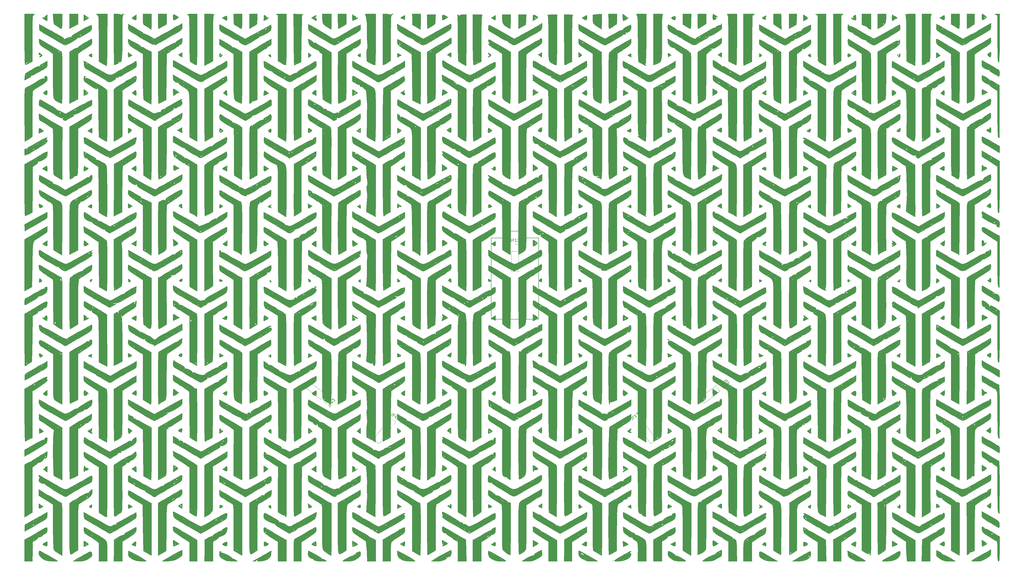
<source format=gbr>
G04 #@! TF.GenerationSoftware,KiCad,Pcbnew,(5.1.4)-1*
G04 #@! TF.CreationDate,2023-05-25T13:23:40-04:00*
G04 #@! TF.ProjectId,ThumbsUp,5468756d-6273-4557-902e-6b696361645f,rev?*
G04 #@! TF.SameCoordinates,Original*
G04 #@! TF.FileFunction,Legend,Top*
G04 #@! TF.FilePolarity,Positive*
%FSLAX46Y46*%
G04 Gerber Fmt 4.6, Leading zero omitted, Abs format (unit mm)*
G04 Created by KiCad (PCBNEW (5.1.4)-1) date 2023-05-25 13:23:40*
%MOMM*%
%LPD*%
G04 APERTURE LIST*
%ADD10C,0.010000*%
%ADD11C,0.150000*%
%ADD12C,0.120000*%
G04 APERTURE END LIST*
D10*
G36*
X317826195Y88120937D02*
G01*
X318345870Y87770926D01*
X318857440Y87362838D01*
X319171646Y87040072D01*
X319200000Y86972072D01*
X318995595Y86735283D01*
X318516898Y86385654D01*
X317965688Y86053859D01*
X317543747Y85870575D01*
X317487695Y85863158D01*
X317392676Y86102305D01*
X317335706Y86707326D01*
X317331134Y86932631D01*
X318264211Y86932631D01*
X318285409Y86686256D01*
X318382116Y86665263D01*
X318654382Y86859349D01*
X318665263Y86932631D01*
X318574041Y87193048D01*
X318547358Y87200000D01*
X318319087Y87012645D01*
X318264211Y86932631D01*
X317331134Y86932631D01*
X317328421Y87066316D01*
X317360075Y87784087D01*
X317440157Y88214447D01*
X317487674Y88269473D01*
X317826195Y88120937D01*
X317826195Y88120937D01*
G37*
X317826195Y88120937D02*
X318345870Y87770926D01*
X318857440Y87362838D01*
X319171646Y87040072D01*
X319200000Y86972072D01*
X318995595Y86735283D01*
X318516898Y86385654D01*
X317965688Y86053859D01*
X317543747Y85870575D01*
X317487695Y85863158D01*
X317392676Y86102305D01*
X317335706Y86707326D01*
X317331134Y86932631D01*
X318264211Y86932631D01*
X318285409Y86686256D01*
X318382116Y86665263D01*
X318654382Y86859349D01*
X318665263Y86932631D01*
X318574041Y87193048D01*
X318547358Y87200000D01*
X318319087Y87012645D01*
X318264211Y86932631D01*
X317331134Y86932631D01*
X317328421Y87066316D01*
X317360075Y87784087D01*
X317440157Y88214447D01*
X317487674Y88269473D01*
X317826195Y88120937D01*
G36*
X303382184Y87499358D02*
G01*
X303424184Y86920690D01*
X303425263Y86798947D01*
X303386937Y86154359D01*
X303195770Y85921698D01*
X302737481Y86052035D01*
X302258492Y86299412D01*
X301492773Y86714256D01*
X301632036Y86798947D01*
X302355790Y86798947D01*
X302489474Y86665263D01*
X302623158Y86798947D01*
X302489474Y86932631D01*
X302355790Y86798947D01*
X301632036Y86798947D01*
X302331796Y87224496D01*
X302912944Y87558865D01*
X303270284Y87729213D01*
X303298041Y87734737D01*
X303382184Y87499358D01*
X303382184Y87499358D01*
G37*
X303382184Y87499358D02*
X303424184Y86920690D01*
X303425263Y86798947D01*
X303386937Y86154359D01*
X303195770Y85921698D01*
X302737481Y86052035D01*
X302258492Y86299412D01*
X301492773Y86714256D01*
X301632036Y86798947D01*
X302355790Y86798947D01*
X302489474Y86665263D01*
X302623158Y86798947D01*
X302489474Y86932631D01*
X302355790Y86798947D01*
X301632036Y86798947D01*
X302331796Y87224496D01*
X302912944Y87558865D01*
X303270284Y87729213D01*
X303298041Y87734737D01*
X303382184Y87499358D01*
G36*
X236542775Y87574647D02*
G01*
X236583158Y87348800D01*
X236408963Y86981634D01*
X236248947Y86928537D01*
X236079356Y86856643D01*
X236281536Y86692091D01*
X236585593Y86371617D01*
X236457010Y86166219D01*
X235996807Y86157031D01*
X235714211Y86236441D01*
X235145455Y86491373D01*
X235048477Y86739854D01*
X235429131Y87074265D01*
X235781053Y87291153D01*
X236318681Y87578284D01*
X236542775Y87574647D01*
X236542775Y87574647D01*
G37*
X236542775Y87574647D02*
X236583158Y87348800D01*
X236408963Y86981634D01*
X236248947Y86928537D01*
X236079356Y86856643D01*
X236281536Y86692091D01*
X236585593Y86371617D01*
X236457010Y86166219D01*
X235996807Y86157031D01*
X235714211Y86236441D01*
X235145455Y86491373D01*
X235048477Y86739854D01*
X235429131Y87074265D01*
X235781053Y87291153D01*
X236318681Y87578284D01*
X236542775Y87574647D01*
G36*
X216967534Y88129287D02*
G01*
X217525640Y87775364D01*
X217814711Y87577279D01*
X218340158Y87173683D01*
X218398308Y87025447D01*
X218201579Y87060559D01*
X217724807Y87098218D01*
X217600000Y86950649D01*
X217809128Y86682697D01*
X217918471Y86665263D01*
X218000513Y86558259D01*
X217766093Y86314929D01*
X217369931Y86051796D01*
X216966743Y85885385D01*
X216864737Y85871661D01*
X216631151Y86119725D01*
X216533268Y86864196D01*
X216530526Y87066316D01*
X216559919Y87784105D01*
X216634281Y88214461D01*
X216678396Y88269473D01*
X216967534Y88129287D01*
X216967534Y88129287D01*
G37*
X216967534Y88129287D02*
X217525640Y87775364D01*
X217814711Y87577279D01*
X218340158Y87173683D01*
X218398308Y87025447D01*
X218201579Y87060559D01*
X217724807Y87098218D01*
X217600000Y86950649D01*
X217809128Y86682697D01*
X217918471Y86665263D01*
X218000513Y86558259D01*
X217766093Y86314929D01*
X217369931Y86051796D01*
X216966743Y85885385D01*
X216864737Y85871661D01*
X216631151Y86119725D01*
X216533268Y86864196D01*
X216530526Y87066316D01*
X216559919Y87784105D01*
X216634281Y88214461D01*
X216678396Y88269473D01*
X216967534Y88129287D01*
G36*
X202649037Y87192791D02*
G01*
X202702767Y86585148D01*
X202696836Y86552652D01*
X202559145Y86047824D01*
X202309969Y85919220D01*
X201787262Y86111950D01*
X201624737Y86189479D01*
X201111186Y86543046D01*
X201126908Y86883738D01*
X201578787Y87211181D01*
X202254102Y87413410D01*
X202649037Y87192791D01*
X202649037Y87192791D01*
G37*
X202649037Y87192791D02*
X202702767Y86585148D01*
X202696836Y86552652D01*
X202559145Y86047824D01*
X202309969Y85919220D01*
X201787262Y86111950D01*
X201624737Y86189479D01*
X201111186Y86543046D01*
X201126908Y86883738D01*
X201578787Y87211181D01*
X202254102Y87413410D01*
X202649037Y87192791D01*
G36*
X169430605Y87499358D02*
G01*
X169472605Y86920690D01*
X169473684Y86798947D01*
X169377167Y86107744D01*
X169058292Y85880359D01*
X168473075Y86099697D01*
X168221104Y86264210D01*
X168938947Y86264210D01*
X169072632Y86130526D01*
X169206316Y86264210D01*
X169072632Y86397895D01*
X168938947Y86264210D01*
X168221104Y86264210D01*
X168175045Y86294282D01*
X167559529Y86725406D01*
X168389385Y87230071D01*
X168967324Y87562288D01*
X169320821Y87729869D01*
X169346462Y87734737D01*
X169430605Y87499358D01*
X169430605Y87499358D01*
G37*
X169430605Y87499358D02*
X169472605Y86920690D01*
X169473684Y86798947D01*
X169377167Y86107744D01*
X169058292Y85880359D01*
X168473075Y86099697D01*
X168221104Y86264210D01*
X168938947Y86264210D01*
X169072632Y86130526D01*
X169206316Y86264210D01*
X169072632Y86397895D01*
X168938947Y86264210D01*
X168221104Y86264210D01*
X168175045Y86294282D01*
X167559529Y86725406D01*
X168389385Y87230071D01*
X168967324Y87562288D01*
X169320821Y87729869D01*
X169346462Y87734737D01*
X169430605Y87499358D01*
G36*
X135250526Y86814063D02*
G01*
X135182675Y86113210D01*
X134934880Y85899746D01*
X134440779Y86143312D01*
X134196319Y86331769D01*
X133617609Y86800380D01*
X134434068Y87282674D01*
X135250526Y87764969D01*
X135250526Y86814063D01*
X135250526Y86814063D01*
G37*
X135250526Y86814063D02*
X135182675Y86113210D01*
X134934880Y85899746D01*
X134440779Y86143312D01*
X134196319Y86331769D01*
X133617609Y86800380D01*
X134434068Y87282674D01*
X135250526Y87764969D01*
X135250526Y86814063D01*
G36*
X115933584Y87839715D02*
G01*
X116566874Y87486912D01*
X117414041Y86971719D01*
X116506494Y86418438D01*
X115881501Y86065437D01*
X115454744Y85874920D01*
X115398421Y85864157D01*
X115272827Y86100831D01*
X115202994Y86693256D01*
X115197895Y86932631D01*
X115249059Y87656116D01*
X115463709Y87946096D01*
X115933584Y87839715D01*
X115933584Y87839715D01*
G37*
X115933584Y87839715D02*
X116566874Y87486912D01*
X117414041Y86971719D01*
X116506494Y86418438D01*
X115881501Y86065437D01*
X115454744Y85874920D01*
X115398421Y85864157D01*
X115272827Y86100831D01*
X115202994Y86693256D01*
X115197895Y86932631D01*
X115249059Y87656116D01*
X115463709Y87946096D01*
X115933584Y87839715D01*
G36*
X101294737Y86794622D02*
G01*
X101223330Y86177874D01*
X101047841Y85870812D01*
X101011589Y85863158D01*
X100851907Y86026958D01*
X100893684Y86130526D01*
X100800286Y86329969D01*
X100390506Y86397895D01*
X99757793Y86488116D01*
X99623995Y86729740D01*
X99990100Y87079207D01*
X100370398Y87285299D01*
X101294737Y87726085D01*
X101294737Y86794622D01*
X101294737Y86794622D01*
G37*
X101294737Y86794622D02*
X101223330Y86177874D01*
X101047841Y85870812D01*
X101011589Y85863158D01*
X100851907Y86026958D01*
X100893684Y86130526D01*
X100800286Y86329969D01*
X100390506Y86397895D01*
X99757793Y86488116D01*
X99623995Y86729740D01*
X99990100Y87079207D01*
X100370398Y87285299D01*
X101294737Y87726085D01*
X101294737Y86794622D01*
G36*
X14847051Y88035983D02*
G01*
X15374408Y87789919D01*
X15955411Y87446229D01*
X16401316Y87114267D01*
X16533947Y86932631D01*
X16325030Y86720603D01*
X15827849Y86400274D01*
X15241138Y86084203D01*
X14763629Y85884949D01*
X14645701Y85863158D01*
X14489128Y86099741D01*
X14404738Y86687865D01*
X14400000Y86888070D01*
X14438715Y87589682D01*
X14534541Y88032613D01*
X14562086Y88075068D01*
X14847051Y88035983D01*
X14847051Y88035983D01*
G37*
X14847051Y88035983D02*
X15374408Y87789919D01*
X15955411Y87446229D01*
X16401316Y87114267D01*
X16533947Y86932631D01*
X16325030Y86720603D01*
X15827849Y86400274D01*
X15241138Y86084203D01*
X14763629Y85884949D01*
X14645701Y85863158D01*
X14489128Y86099741D01*
X14404738Y86687865D01*
X14400000Y86888070D01*
X14438715Y87589682D01*
X14534541Y88032613D01*
X14562086Y88075068D01*
X14847051Y88035983D01*
G36*
X694582Y86898733D02*
G01*
X661215Y86191612D01*
X423703Y85924172D01*
X-111098Y86044270D01*
X-505789Y86226755D01*
X-962905Y86493768D01*
X-1031623Y86733531D01*
X-684210Y87058121D01*
X-223731Y87366628D01*
X653286Y87934308D01*
X694582Y86898733D01*
X694582Y86898733D01*
G37*
X694582Y86898733D02*
X661215Y86191612D01*
X423703Y85924172D01*
X-111098Y86044270D01*
X-505789Y86226755D01*
X-962905Y86493768D01*
X-1031623Y86733531D01*
X-684210Y87058121D01*
X-223731Y87366628D01*
X653286Y87934308D01*
X694582Y86898733D01*
G36*
X284166967Y87798644D02*
G01*
X284174737Y87734737D01*
X284386605Y87480635D01*
X284508947Y87458865D01*
X284973176Y87301337D01*
X285350628Y87066241D01*
X285678556Y86774727D01*
X285578480Y86592158D01*
X285176073Y86422815D01*
X284603780Y86131021D01*
X284318614Y85879650D01*
X284007392Y85588992D01*
X283774460Y85788250D01*
X283651396Y86434644D01*
X283640000Y86798947D01*
X284174737Y86798947D01*
X284308421Y86665263D01*
X284442105Y86798947D01*
X284308421Y86932631D01*
X284174737Y86798947D01*
X283640000Y86798947D01*
X283693105Y87516482D01*
X283827465Y87946898D01*
X283907369Y88002105D01*
X284166967Y87798644D01*
X284166967Y87798644D01*
G37*
X284166967Y87798644D02*
X284174737Y87734737D01*
X284386605Y87480635D01*
X284508947Y87458865D01*
X284973176Y87301337D01*
X285350628Y87066241D01*
X285678556Y86774727D01*
X285578480Y86592158D01*
X285176073Y86422815D01*
X284603780Y86131021D01*
X284318614Y85879650D01*
X284007392Y85588992D01*
X283774460Y85788250D01*
X283651396Y86434644D01*
X283640000Y86798947D01*
X284174737Y86798947D01*
X284308421Y86665263D01*
X284442105Y86798947D01*
X284308421Y86932631D01*
X284174737Y86798947D01*
X283640000Y86798947D01*
X283693105Y87516482D01*
X283827465Y87946898D01*
X283907369Y88002105D01*
X284166967Y87798644D01*
G36*
X270150536Y87749899D02*
G01*
X270222851Y87337913D01*
X270244288Y86550108D01*
X270192420Y86060008D01*
X270094049Y85731429D01*
X270040621Y85812095D01*
X269863123Y86037446D01*
X269747718Y86003564D01*
X269355240Y86014061D01*
X268839820Y86254732D01*
X268459207Y86584928D01*
X268400000Y86738985D01*
X268596774Y86790954D01*
X269001579Y86630896D01*
X269405808Y86436892D01*
X269408668Y86536663D01*
X269256201Y86731085D01*
X269074398Y87087070D01*
X269149969Y87200000D01*
X269469474Y87200000D01*
X269567300Y86979925D01*
X269647719Y87021754D01*
X269679718Y87339058D01*
X269647719Y87378245D01*
X269488769Y87341544D01*
X269469474Y87200000D01*
X269149969Y87200000D01*
X269288422Y87406897D01*
X269523570Y87584869D01*
X269967313Y87857777D01*
X270150536Y87749899D01*
X270150536Y87749899D01*
G37*
X270150536Y87749899D02*
X270222851Y87337913D01*
X270244288Y86550108D01*
X270192420Y86060008D01*
X270094049Y85731429D01*
X270040621Y85812095D01*
X269863123Y86037446D01*
X269747718Y86003564D01*
X269355240Y86014061D01*
X268839820Y86254732D01*
X268459207Y86584928D01*
X268400000Y86738985D01*
X268596774Y86790954D01*
X269001579Y86630896D01*
X269405808Y86436892D01*
X269408668Y86536663D01*
X269256201Y86731085D01*
X269074398Y87087070D01*
X269149969Y87200000D01*
X269469474Y87200000D01*
X269567300Y86979925D01*
X269647719Y87021754D01*
X269679718Y87339058D01*
X269647719Y87378245D01*
X269488769Y87341544D01*
X269469474Y87200000D01*
X269149969Y87200000D01*
X269288422Y87406897D01*
X269523570Y87584869D01*
X269967313Y87857777D01*
X270150536Y87749899D01*
G36*
X251399806Y87408214D02*
G01*
X252001839Y86954081D01*
X252130222Y86611878D01*
X251774770Y86268915D01*
X251271467Y85988074D01*
X250486316Y85582057D01*
X250486316Y88007021D01*
X251399806Y87408214D01*
X251399806Y87408214D01*
G37*
X251399806Y87408214D02*
X252001839Y86954081D01*
X252130222Y86611878D01*
X251774770Y86268915D01*
X251271467Y85988074D01*
X250486316Y85582057D01*
X250486316Y88007021D01*
X251399806Y87408214D01*
G36*
X183644211Y87692460D02*
G01*
X184167713Y87248622D01*
X184436747Y86909517D01*
X184446316Y86866571D01*
X184613099Y86753984D01*
X184713684Y86798947D01*
X184960333Y86816590D01*
X184978967Y86747884D01*
X184733728Y86474396D01*
X184047420Y86078819D01*
X183176316Y85680213D01*
X182967649Y85755621D01*
X182862903Y86250207D01*
X182842105Y86912030D01*
X182842105Y87200000D01*
X183109474Y87200000D01*
X183207300Y86979925D01*
X183287719Y87021754D01*
X183319718Y87339058D01*
X183287719Y87378245D01*
X183128769Y87341544D01*
X183109474Y87200000D01*
X182842105Y87200000D01*
X182842105Y88285481D01*
X183644211Y87692460D01*
X183644211Y87692460D01*
G37*
X183644211Y87692460D02*
X184167713Y87248622D01*
X184436747Y86909517D01*
X184446316Y86866571D01*
X184613099Y86753984D01*
X184713684Y86798947D01*
X184960333Y86816590D01*
X184978967Y86747884D01*
X184733728Y86474396D01*
X184047420Y86078819D01*
X183176316Y85680213D01*
X182967649Y85755621D01*
X182862903Y86250207D01*
X182842105Y86912030D01*
X182842105Y87200000D01*
X183109474Y87200000D01*
X183207300Y86979925D01*
X183287719Y87021754D01*
X183319718Y87339058D01*
X183287719Y87378245D01*
X183128769Y87341544D01*
X183109474Y87200000D01*
X182842105Y87200000D01*
X182842105Y88285481D01*
X183644211Y87692460D01*
G36*
X149865406Y87852150D02*
G01*
X150491213Y87506039D01*
X150943671Y87205426D01*
X151078614Y86963574D01*
X150854879Y86680383D01*
X150231303Y86255755D01*
X149888947Y86041475D01*
X149153684Y85583462D01*
X149153684Y86507232D01*
X149688421Y86507232D01*
X149890821Y86504578D01*
X150089474Y86568575D01*
X150443700Y86849081D01*
X150490526Y86993975D01*
X150331552Y87082529D01*
X150089474Y86932631D01*
X149757430Y86616253D01*
X149688421Y86507232D01*
X149153684Y86507232D01*
X149153684Y86792784D01*
X149201698Y87599389D01*
X149407872Y87935944D01*
X149865406Y87852150D01*
X149865406Y87852150D01*
G37*
X149865406Y87852150D02*
X150491213Y87506039D01*
X150943671Y87205426D01*
X151078614Y86963574D01*
X150854879Y86680383D01*
X150231303Y86255755D01*
X149888947Y86041475D01*
X149153684Y85583462D01*
X149153684Y86507232D01*
X149688421Y86507232D01*
X149890821Y86504578D01*
X150089474Y86568575D01*
X150443700Y86849081D01*
X150490526Y86993975D01*
X150331552Y87082529D01*
X150089474Y86932631D01*
X149757430Y86616253D01*
X149688421Y86507232D01*
X149153684Y86507232D01*
X149153684Y86792784D01*
X149201698Y87599389D01*
X149407872Y87935944D01*
X149865406Y87852150D01*
G36*
X81922292Y87794604D02*
G01*
X81872022Y87649420D01*
X81823347Y87472043D01*
X81902815Y87524803D01*
X82276107Y87564779D01*
X82650223Y87429223D01*
X83001296Y87169377D01*
X82886229Y86938142D01*
X82815595Y86886378D01*
X82666874Y86731290D01*
X82991387Y86784116D01*
X83046842Y86799450D01*
X83538532Y86863498D01*
X83620548Y86713385D01*
X83327107Y86433123D01*
X82779474Y86142973D01*
X82141679Y85863542D01*
X81733337Y85673320D01*
X81710000Y85661023D01*
X81597799Y85836558D01*
X81525025Y86405204D01*
X81509474Y86926130D01*
X81555831Y87753205D01*
X81686844Y88130466D01*
X81781203Y88133094D01*
X81922292Y87794604D01*
X81922292Y87794604D01*
G37*
X81922292Y87794604D02*
X81872022Y87649420D01*
X81823347Y87472043D01*
X81902815Y87524803D01*
X82276107Y87564779D01*
X82650223Y87429223D01*
X83001296Y87169377D01*
X82886229Y86938142D01*
X82815595Y86886378D01*
X82666874Y86731290D01*
X82991387Y86784116D01*
X83046842Y86799450D01*
X83538532Y86863498D01*
X83620548Y86713385D01*
X83327107Y86433123D01*
X82779474Y86142973D01*
X82141679Y85863542D01*
X81733337Y85673320D01*
X81710000Y85661023D01*
X81597799Y85836558D01*
X81525025Y86405204D01*
X81509474Y86926130D01*
X81555831Y87753205D01*
X81686844Y88130466D01*
X81781203Y88133094D01*
X81922292Y87794604D01*
G36*
X68124657Y87428715D02*
G01*
X67728547Y87001430D01*
X67709948Y86986818D01*
X67388768Y86714381D01*
X67493117Y86696214D01*
X67673158Y86754586D01*
X68027135Y86759142D01*
X68139394Y86359277D01*
X68141053Y86255819D01*
X68134507Y85802943D01*
X68031162Y85654806D01*
X67705451Y85800552D01*
X67127517Y86168190D01*
X66247666Y86731582D01*
X67127517Y87338614D01*
X67734011Y87651747D01*
X68096435Y87663634D01*
X68124657Y87428715D01*
X68124657Y87428715D01*
G37*
X68124657Y87428715D02*
X67728547Y87001430D01*
X67709948Y86986818D01*
X67388768Y86714381D01*
X67493117Y86696214D01*
X67673158Y86754586D01*
X68027135Y86759142D01*
X68139394Y86359277D01*
X68141053Y86255819D01*
X68134507Y85802943D01*
X68031162Y85654806D01*
X67705451Y85800552D01*
X67127517Y86168190D01*
X66247666Y86731582D01*
X67127517Y87338614D01*
X67734011Y87651747D01*
X68096435Y87663634D01*
X68124657Y87428715D01*
G36*
X48780099Y87729989D02*
G01*
X49055505Y87555961D01*
X49465548Y87186127D01*
X49542765Y86906448D01*
X49608899Y86782057D01*
X49812429Y86830615D01*
X50197641Y86907607D01*
X50223324Y86752638D01*
X49952545Y86461399D01*
X49448372Y86129580D01*
X49301519Y86055428D01*
X48375670Y85613921D01*
X48399320Y86792167D01*
X48427366Y87512461D01*
X48527025Y87793330D01*
X48780099Y87729989D01*
X48780099Y87729989D01*
G37*
X48780099Y87729989D02*
X49055505Y87555961D01*
X49465548Y87186127D01*
X49542765Y86906448D01*
X49608899Y86782057D01*
X49812429Y86830615D01*
X50197641Y86907607D01*
X50223324Y86752638D01*
X49952545Y86461399D01*
X49448372Y86129580D01*
X49301519Y86055428D01*
X48375670Y85613921D01*
X48399320Y86792167D01*
X48427366Y87512461D01*
X48527025Y87793330D01*
X48780099Y87729989D01*
G36*
X34652066Y87288896D02*
G01*
X34671754Y87177578D01*
X34702337Y86457296D01*
X34671754Y86138382D01*
X34591275Y85817381D01*
X34403186Y85771763D01*
X33965416Y86008002D01*
X33688054Y86183199D01*
X32789792Y86754897D01*
X33688054Y87222394D01*
X34276079Y87508844D01*
X34546587Y87533327D01*
X34652066Y87288896D01*
X34652066Y87288896D01*
G37*
X34652066Y87288896D02*
X34671754Y87177578D01*
X34702337Y86457296D01*
X34671754Y86138382D01*
X34591275Y85817381D01*
X34403186Y85771763D01*
X33965416Y86008002D01*
X33688054Y86183199D01*
X32789792Y86754897D01*
X33688054Y87222394D01*
X34276079Y87508844D01*
X34546587Y87533327D01*
X34652066Y87288896D01*
G36*
X-18085263Y87431942D02*
G01*
X-17498010Y87042786D01*
X-17172589Y86744259D01*
X-17149474Y86688373D01*
X-17366914Y86462338D01*
X-17907004Y86139202D01*
X-18085263Y86050687D01*
X-19021053Y85604441D01*
X-19021053Y87053334D01*
X-18375148Y87053334D01*
X-18350739Y86929569D01*
X-18064771Y86707930D01*
X-17758313Y86670735D01*
X-17684210Y86770342D01*
X-17893935Y86942057D01*
X-18099150Y87034648D01*
X-18375148Y87053334D01*
X-19021053Y87053334D01*
X-19021053Y87984071D01*
X-18085263Y87431942D01*
X-18085263Y87431942D01*
G37*
X-18085263Y87431942D02*
X-17498010Y87042786D01*
X-17172589Y86744259D01*
X-17149474Y86688373D01*
X-17366914Y86462338D01*
X-17907004Y86139202D01*
X-18085263Y86050687D01*
X-19021053Y85604441D01*
X-19021053Y87053334D01*
X-18375148Y87053334D01*
X-18350739Y86929569D01*
X-18064771Y86707930D01*
X-17758313Y86670735D01*
X-17684210Y86770342D01*
X-17893935Y86942057D01*
X-18099150Y87034648D01*
X-18375148Y87053334D01*
X-19021053Y87053334D01*
X-19021053Y87984071D01*
X-18085263Y87431942D01*
G36*
X-32656842Y86811429D02*
G01*
X-32669965Y86093542D01*
X-32703211Y85666324D01*
X-32723684Y85612889D01*
X-32981952Y85730820D01*
X-33532733Y85999543D01*
X-33659474Y86062449D01*
X-34195324Y86397853D01*
X-34498786Y86707962D01*
X-34510731Y86892732D01*
X-34172030Y86852118D01*
X-34113482Y86830615D01*
X-33820044Y86787512D01*
X-33818566Y86868852D01*
X-33716031Y87148176D01*
X-33301287Y87544011D01*
X-33297715Y87546692D01*
X-32656842Y88027069D01*
X-32656842Y86811429D01*
X-32656842Y86811429D01*
G37*
X-32656842Y86811429D02*
X-32669965Y86093542D01*
X-32703211Y85666324D01*
X-32723684Y85612889D01*
X-32981952Y85730820D01*
X-33532733Y85999543D01*
X-33659474Y86062449D01*
X-34195324Y86397853D01*
X-34498786Y86707962D01*
X-34510731Y86892732D01*
X-34172030Y86852118D01*
X-34113482Y86830615D01*
X-33820044Y86787512D01*
X-33818566Y86868852D01*
X-33716031Y87148176D01*
X-33301287Y87544011D01*
X-33297715Y87546692D01*
X-32656842Y88027069D01*
X-32656842Y86811429D01*
G36*
X314654737Y86239179D02*
G01*
X314639780Y85194656D01*
X314575522Y84566468D01*
X314432883Y84236593D01*
X314182780Y84087013D01*
X314120000Y84069049D01*
X313687068Y83878405D01*
X313585263Y83742547D01*
X313367907Y83519622D01*
X312827999Y83198199D01*
X312649474Y83109635D01*
X311713684Y82663388D01*
X311713684Y88269473D01*
X314654737Y88269473D01*
X314654737Y86239179D01*
X314654737Y86239179D01*
G37*
X314654737Y86239179D02*
X314639780Y85194656D01*
X314575522Y84566468D01*
X314432883Y84236593D01*
X314182780Y84087013D01*
X314120000Y84069049D01*
X313687068Y83878405D01*
X313585263Y83742547D01*
X313367907Y83519622D01*
X312827999Y83198199D01*
X312649474Y83109635D01*
X311713684Y82663388D01*
X311713684Y88269473D01*
X314654737Y88269473D01*
X314654737Y86239179D01*
G36*
X309040000Y85462105D02*
G01*
X309022231Y84310801D01*
X308974179Y83389875D01*
X308903724Y82809319D01*
X308839474Y82663427D01*
X308521733Y82798627D01*
X307898560Y83141179D01*
X307243639Y83532374D01*
X306498824Y83991579D01*
X307435790Y83991579D01*
X307533615Y83771504D01*
X307614035Y83813333D01*
X307646034Y84130637D01*
X307614035Y84169824D01*
X307455085Y84133123D01*
X307435790Y83991579D01*
X306498824Y83991579D01*
X305848330Y84392631D01*
X305839955Y86331052D01*
X305831579Y88269473D01*
X309040000Y88269473D01*
X309040000Y85462105D01*
X309040000Y85462105D01*
G37*
X309040000Y85462105D02*
X309022231Y84310801D01*
X308974179Y83389875D01*
X308903724Y82809319D01*
X308839474Y82663427D01*
X308521733Y82798627D01*
X307898560Y83141179D01*
X307243639Y83532374D01*
X306498824Y83991579D01*
X307435790Y83991579D01*
X307533615Y83771504D01*
X307614035Y83813333D01*
X307646034Y84130637D01*
X307614035Y84169824D01*
X307455085Y84133123D01*
X307435790Y83991579D01*
X306498824Y83991579D01*
X305848330Y84392631D01*
X305839955Y86331052D01*
X305831579Y88269473D01*
X309040000Y88269473D01*
X309040000Y85462105D01*
G36*
X281501053Y86816353D02*
G01*
X281436782Y85566936D01*
X281190226Y84691507D01*
X280680770Y84039068D01*
X279827798Y83458624D01*
X279658189Y83364592D01*
X278292632Y82621363D01*
X278292632Y84526316D01*
X280297895Y84526316D01*
X280319093Y84279940D01*
X280415800Y84258947D01*
X280688067Y84453033D01*
X280698947Y84526316D01*
X280607725Y84786733D01*
X280581043Y84793684D01*
X280352772Y84606329D01*
X280297895Y84526316D01*
X278292632Y84526316D01*
X278292632Y88269473D01*
X281501053Y88269473D01*
X281501053Y86816353D01*
X281501053Y86816353D01*
G37*
X281501053Y86816353D02*
X281436782Y85566936D01*
X281190226Y84691507D01*
X280680770Y84039068D01*
X279827798Y83458624D01*
X279658189Y83364592D01*
X278292632Y82621363D01*
X278292632Y84526316D01*
X280297895Y84526316D01*
X280319093Y84279940D01*
X280415800Y84258947D01*
X280688067Y84453033D01*
X280698947Y84526316D01*
X280607725Y84786733D01*
X280581043Y84793684D01*
X280352772Y84606329D01*
X280297895Y84526316D01*
X278292632Y84526316D01*
X278292632Y88269473D01*
X281501053Y88269473D01*
X281501053Y86816353D01*
G36*
X248024405Y86257375D02*
G01*
X247946316Y84245276D01*
X246542632Y83444598D01*
X245138947Y82643920D01*
X245138947Y84125263D01*
X246475790Y84125263D01*
X246609474Y83991579D01*
X246743158Y84125263D01*
X246609474Y84258947D01*
X246475790Y84125263D01*
X245138947Y84125263D01*
X245138947Y88269473D01*
X248102493Y88269473D01*
X248024405Y86257375D01*
X248024405Y86257375D01*
G37*
X248024405Y86257375D02*
X247946316Y84245276D01*
X246542632Y83444598D01*
X245138947Y82643920D01*
X245138947Y84125263D01*
X246475790Y84125263D01*
X246609474Y83991579D01*
X246743158Y84125263D01*
X246609474Y84258947D01*
X246475790Y84125263D01*
X245138947Y84125263D01*
X245138947Y88269473D01*
X248102493Y88269473D01*
X248024405Y86257375D01*
G36*
X214124211Y84519674D02*
G01*
X212666528Y83587205D01*
X211896447Y83108005D01*
X211315664Y82771521D01*
X211062317Y82654737D01*
X211002165Y82903678D01*
X210953980Y83576863D01*
X210923528Y84563837D01*
X210922316Y84704561D01*
X212876491Y84704561D01*
X212913193Y84545611D01*
X213054737Y84526316D01*
X213274811Y84624142D01*
X213232983Y84704561D01*
X212915679Y84736560D01*
X212876491Y84704561D01*
X210922316Y84704561D01*
X210915790Y85462105D01*
X210915790Y88269473D01*
X214124211Y88269473D01*
X214124211Y84519674D01*
X214124211Y84519674D01*
G37*
X214124211Y84519674D02*
X212666528Y83587205D01*
X211896447Y83108005D01*
X211315664Y82771521D01*
X211062317Y82654737D01*
X211002165Y82903678D01*
X210953980Y83576863D01*
X210923528Y84563837D01*
X210922316Y84704561D01*
X212876491Y84704561D01*
X212913193Y84545611D01*
X213054737Y84526316D01*
X213274811Y84624142D01*
X213232983Y84704561D01*
X212915679Y84736560D01*
X212876491Y84704561D01*
X210922316Y84704561D01*
X210915790Y85462105D01*
X210915790Y88269473D01*
X214124211Y88269473D01*
X214124211Y84519674D01*
G36*
X208490396Y85462105D02*
G01*
X208440759Y84023253D01*
X208345307Y83105721D01*
X208202599Y82697938D01*
X208143302Y82673341D01*
X207764161Y82818387D01*
X207107523Y83172255D01*
X206571053Y83498054D01*
X205301053Y84304162D01*
X205301053Y88269473D01*
X208535241Y88269473D01*
X208490396Y85462105D01*
X208490396Y85462105D01*
G37*
X208490396Y85462105D02*
X208440759Y84023253D01*
X208345307Y83105721D01*
X208202599Y82697938D01*
X208143302Y82673341D01*
X207764161Y82818387D01*
X207107523Y83172255D01*
X206571053Y83498054D01*
X205301053Y84304162D01*
X205301053Y88269473D01*
X208535241Y88269473D01*
X208490396Y85462105D01*
G36*
X180703158Y86264210D02*
G01*
X180672763Y85305753D01*
X180592362Y84596713D01*
X180478127Y84267724D01*
X180454887Y84258947D01*
X180065615Y84094901D01*
X179848412Y83924737D01*
X179433030Y83613152D01*
X178818545Y83223656D01*
X178198515Y82870711D01*
X177766499Y82668778D01*
X177700781Y82654737D01*
X177648881Y82903670D01*
X177596427Y83576837D01*
X177550380Y84563785D01*
X177547535Y84660000D01*
X179633684Y84660000D01*
X179767369Y84526316D01*
X179901053Y84660000D01*
X179767369Y84793684D01*
X179633684Y84660000D01*
X177547535Y84660000D01*
X177523809Y85462105D01*
X177459339Y88269473D01*
X180703158Y88269473D01*
X180703158Y86264210D01*
X180703158Y86264210D01*
G37*
X180703158Y86264210D02*
X180672763Y85305753D01*
X180592362Y84596713D01*
X180478127Y84267724D01*
X180454887Y84258947D01*
X180065615Y84094901D01*
X179848412Y83924737D01*
X179433030Y83613152D01*
X178818545Y83223656D01*
X178198515Y82870711D01*
X177766499Y82668778D01*
X177700781Y82654737D01*
X177648881Y82903670D01*
X177596427Y83576837D01*
X177550380Y84563785D01*
X177547535Y84660000D01*
X179633684Y84660000D01*
X179767369Y84526316D01*
X179901053Y84660000D01*
X179767369Y84793684D01*
X179633684Y84660000D01*
X177547535Y84660000D01*
X177523809Y85462105D01*
X177459339Y88269473D01*
X180703158Y88269473D01*
X180703158Y86264210D01*
G36*
X146669075Y86111949D02*
G01*
X146569067Y84221792D01*
X145187691Y83432856D01*
X143806316Y82643920D01*
X143806316Y84927368D01*
X145143158Y84927368D01*
X145276842Y84793684D01*
X145410526Y84927368D01*
X145276842Y85061052D01*
X145143158Y84927368D01*
X143806316Y84927368D01*
X143806316Y88002105D01*
X146769083Y88002105D01*
X146669075Y86111949D01*
X146669075Y86111949D01*
G37*
X146669075Y86111949D02*
X146569067Y84221792D01*
X145187691Y83432856D01*
X143806316Y82643920D01*
X143806316Y84927368D01*
X145143158Y84927368D01*
X145276842Y84793684D01*
X145410526Y84927368D01*
X145276842Y85061052D01*
X145143158Y84927368D01*
X143806316Y84927368D01*
X143806316Y88002105D01*
X146769083Y88002105D01*
X146669075Y86111949D01*
G36*
X140865263Y85328421D02*
G01*
X140846654Y84208416D01*
X140796471Y83322689D01*
X140723186Y82783444D01*
X140664737Y82671899D01*
X140343494Y82815560D01*
X139735145Y83165729D01*
X139261053Y83461695D01*
X138481256Y84041903D01*
X138010708Y84656737D01*
X137771492Y85467726D01*
X137752276Y85729473D01*
X138993684Y85729473D01*
X139127369Y85595789D01*
X139261053Y85729473D01*
X139127369Y85863158D01*
X138993684Y85729473D01*
X137752276Y85729473D01*
X137685691Y86636395D01*
X137683493Y86732105D01*
X137656842Y88002105D01*
X140865263Y88002105D01*
X140865263Y85328421D01*
X140865263Y85328421D01*
G37*
X140865263Y85328421D02*
X140846654Y84208416D01*
X140796471Y83322689D01*
X140723186Y82783444D01*
X140664737Y82671899D01*
X140343494Y82815560D01*
X139735145Y83165729D01*
X139261053Y83461695D01*
X138481256Y84041903D01*
X138010708Y84656737D01*
X137771492Y85467726D01*
X137752276Y85729473D01*
X138993684Y85729473D01*
X139127369Y85595789D01*
X139261053Y85729473D01*
X139127369Y85863158D01*
X138993684Y85729473D01*
X137752276Y85729473D01*
X137685691Y86636395D01*
X137683493Y86732105D01*
X137656842Y88002105D01*
X140865263Y88002105D01*
X140865263Y85328421D01*
G36*
X112657895Y84434591D02*
G01*
X111267054Y83544664D01*
X110515287Y83077686D01*
X109954559Y82755432D01*
X109729686Y82654737D01*
X109668176Y82903221D01*
X109619381Y83573221D01*
X109589504Y84551551D01*
X109588619Y84660000D01*
X111989474Y84660000D01*
X112123158Y84526316D01*
X112256842Y84660000D01*
X112123158Y84793684D01*
X111989474Y84660000D01*
X109588619Y84660000D01*
X109583158Y85328421D01*
X109583158Y88002105D01*
X112803451Y88002105D01*
X112657895Y84434591D01*
X112657895Y84434591D01*
G37*
X112657895Y84434591D02*
X111267054Y83544664D01*
X110515287Y83077686D01*
X109954559Y82755432D01*
X109729686Y82654737D01*
X109668176Y82903221D01*
X109619381Y83573221D01*
X109589504Y84551551D01*
X109588619Y84660000D01*
X111989474Y84660000D01*
X112123158Y84526316D01*
X112256842Y84660000D01*
X112123158Y84793684D01*
X111989474Y84660000D01*
X109588619Y84660000D01*
X109583158Y85328421D01*
X109583158Y88002105D01*
X112803451Y88002105D01*
X112657895Y84434591D01*
G36*
X79355360Y84392631D02*
G01*
X77919076Y83523684D01*
X77146639Y83070684D01*
X76565377Y82756330D01*
X76322448Y82654737D01*
X76256625Y82903675D01*
X76203898Y83576852D01*
X76170573Y84563815D01*
X76162105Y85462105D01*
X76162105Y88269473D01*
X79370526Y88269473D01*
X79355360Y84392631D01*
X79355360Y84392631D01*
G37*
X79355360Y84392631D02*
X77919076Y83523684D01*
X77146639Y83070684D01*
X76565377Y82756330D01*
X76322448Y82654737D01*
X76256625Y82903675D01*
X76203898Y83576852D01*
X76170573Y84563815D01*
X76162105Y85462105D01*
X76162105Y88269473D01*
X79370526Y88269473D01*
X79355360Y84392631D01*
G36*
X45949474Y86283793D02*
G01*
X45937612Y85259576D01*
X45873783Y84634365D01*
X45715626Y84272516D01*
X45420777Y84038384D01*
X45214211Y83929507D01*
X44427313Y83497023D01*
X43743684Y83077069D01*
X43008421Y82593237D01*
X43008421Y85328421D01*
X45414737Y85328421D01*
X45512563Y85108346D01*
X45592983Y85150175D01*
X45624981Y85467479D01*
X45592983Y85506666D01*
X45434032Y85469965D01*
X45414737Y85328421D01*
X43008421Y85328421D01*
X43008421Y88269473D01*
X45949474Y88269473D01*
X45949474Y86283793D01*
X45949474Y86283793D01*
G37*
X45949474Y86283793D02*
X45937612Y85259576D01*
X45873783Y84634365D01*
X45715626Y84272516D01*
X45420777Y84038384D01*
X45214211Y83929507D01*
X44427313Y83497023D01*
X43743684Y83077069D01*
X43008421Y82593237D01*
X43008421Y85328421D01*
X45414737Y85328421D01*
X45512563Y85108346D01*
X45592983Y85150175D01*
X45624981Y85467479D01*
X45592983Y85506666D01*
X45434032Y85469965D01*
X45414737Y85328421D01*
X43008421Y85328421D01*
X43008421Y88269473D01*
X45949474Y88269473D01*
X45949474Y86283793D01*
G36*
X40334737Y85462105D02*
G01*
X40314339Y84309688D01*
X40259177Y83386523D01*
X40178303Y82803047D01*
X40104679Y82654737D01*
X39755378Y82793224D01*
X39166470Y83138512D01*
X38968363Y83269271D01*
X38269532Y83710080D01*
X37685724Y84024136D01*
X37594211Y84062985D01*
X37348627Y84245095D01*
X37205309Y84634933D01*
X37139594Y85348084D01*
X37126316Y86255819D01*
X37126316Y88269473D01*
X40334737Y88269473D01*
X40334737Y85462105D01*
X40334737Y85462105D01*
G37*
X40334737Y85462105D02*
X40314339Y84309688D01*
X40259177Y83386523D01*
X40178303Y82803047D01*
X40104679Y82654737D01*
X39755378Y82793224D01*
X39166470Y83138512D01*
X38968363Y83269271D01*
X38269532Y83710080D01*
X37685724Y84024136D01*
X37594211Y84062985D01*
X37348627Y84245095D01*
X37205309Y84634933D01*
X37139594Y85348084D01*
X37126316Y86255819D01*
X37126316Y88269473D01*
X40334737Y88269473D01*
X40334737Y85462105D01*
G36*
X11993684Y84383878D02*
G01*
X10548218Y83519308D01*
X9772471Y83069283D01*
X9188817Y82756589D01*
X8944008Y82654737D01*
X8878841Y82903675D01*
X8826639Y83576854D01*
X8793647Y84563818D01*
X8785263Y85462105D01*
X8785263Y88269473D01*
X11993684Y88269473D01*
X11993684Y84383878D01*
X11993684Y84383878D01*
G37*
X11993684Y84383878D02*
X10548218Y83519308D01*
X9772471Y83069283D01*
X9188817Y82756589D01*
X8944008Y82654737D01*
X8878841Y82903675D01*
X8826639Y83576854D01*
X8793647Y84563818D01*
X8785263Y85462105D01*
X8785263Y88269473D01*
X11993684Y88269473D01*
X11993684Y84383878D01*
G36*
X-21168900Y84392631D02*
G01*
X-22768660Y83530812D01*
X-24368421Y82668993D01*
X-24368421Y84660000D01*
X-21962105Y84660000D01*
X-21828421Y84526316D01*
X-21694737Y84660000D01*
X-21828421Y84793684D01*
X-21962105Y84660000D01*
X-24368421Y84660000D01*
X-24368421Y88269473D01*
X-21160000Y88269473D01*
X-21168900Y84392631D01*
X-21168900Y84392631D01*
G37*
X-21168900Y84392631D02*
X-22768660Y83530812D01*
X-24368421Y82668993D01*
X-24368421Y84660000D01*
X-21962105Y84660000D01*
X-21828421Y84526316D01*
X-21694737Y84660000D01*
X-21828421Y84793684D01*
X-21962105Y84660000D01*
X-24368421Y84660000D01*
X-24368421Y88269473D01*
X-21160000Y88269473D01*
X-21168900Y84392631D01*
G36*
X-27042105Y85462105D02*
G01*
X-27056736Y84109231D01*
X-27125691Y83234628D01*
X-27286567Y82782091D01*
X-27576957Y82695417D01*
X-28034456Y82918399D01*
X-28515568Y83259281D01*
X-29207215Y83746613D01*
X-29810682Y84129680D01*
X-29852410Y84153275D01*
X-30143430Y84404679D01*
X-30321122Y84845508D01*
X-30421211Y85604869D01*
X-30462766Y86359064D01*
X-30541321Y88269473D01*
X-27042105Y88269473D01*
X-27042105Y85462105D01*
X-27042105Y85462105D01*
G37*
X-27042105Y85462105D02*
X-27056736Y84109231D01*
X-27125691Y83234628D01*
X-27286567Y82782091D01*
X-27576957Y82695417D01*
X-28034456Y82918399D01*
X-28515568Y83259281D01*
X-29207215Y83746613D01*
X-29810682Y84129680D01*
X-29852410Y84153275D01*
X-30143430Y84404679D01*
X-30321122Y84845508D01*
X-30421211Y85604869D01*
X-30462766Y86359064D01*
X-30541321Y88269473D01*
X-27042105Y88269473D01*
X-27042105Y85462105D01*
G36*
X275886316Y85328421D02*
G01*
X275880655Y84148678D01*
X275865305Y83197787D01*
X275842714Y82582845D01*
X275819474Y82404316D01*
X275550963Y82504628D01*
X275151053Y82663068D01*
X274688550Y82934273D01*
X274549474Y83140301D01*
X274324069Y83372993D01*
X273757578Y83678700D01*
X273480000Y83795829D01*
X272410526Y84215930D01*
X272410526Y84392631D01*
X273212632Y84392631D01*
X273346316Y84258947D01*
X273480000Y84392631D01*
X273346316Y84526316D01*
X273212632Y84392631D01*
X272410526Y84392631D01*
X272410526Y84927368D01*
X272677895Y84927368D01*
X272811579Y84793684D01*
X272945263Y84927368D01*
X272811579Y85061052D01*
X272677895Y84927368D01*
X272410526Y84927368D01*
X272410526Y88269473D01*
X275886316Y88269473D01*
X275886316Y85328421D01*
X275886316Y85328421D01*
G37*
X275886316Y85328421D02*
X275880655Y84148678D01*
X275865305Y83197787D01*
X275842714Y82582845D01*
X275819474Y82404316D01*
X275550963Y82504628D01*
X275151053Y82663068D01*
X274688550Y82934273D01*
X274549474Y83140301D01*
X274324069Y83372993D01*
X273757578Y83678700D01*
X273480000Y83795829D01*
X272410526Y84215930D01*
X272410526Y84392631D01*
X273212632Y84392631D01*
X273346316Y84258947D01*
X273480000Y84392631D01*
X273346316Y84526316D01*
X273212632Y84392631D01*
X272410526Y84392631D01*
X272410526Y84927368D01*
X272677895Y84927368D01*
X272811579Y84793684D01*
X272945263Y84927368D01*
X272811579Y85061052D01*
X272677895Y84927368D01*
X272410526Y84927368D01*
X272410526Y88269473D01*
X275886316Y88269473D01*
X275886316Y85328421D01*
G36*
X242211539Y87133158D02*
G01*
X242227148Y86243287D01*
X242253638Y85100197D01*
X242278381Y84191959D01*
X242305011Y83289682D01*
X242324093Y82645496D01*
X242331576Y82396161D01*
X242331579Y82396147D01*
X242124502Y82530892D01*
X241580852Y82875998D01*
X240817003Y83357601D01*
X240794211Y83371934D01*
X239256842Y84338651D01*
X239256842Y84660000D01*
X239791579Y84660000D01*
X239925263Y84526316D01*
X240058947Y84660000D01*
X239925263Y84793684D01*
X239791579Y84660000D01*
X239256842Y84660000D01*
X239256842Y88269473D01*
X242197895Y88269473D01*
X242211539Y87133158D01*
X242211539Y87133158D01*
G37*
X242211539Y87133158D02*
X242227148Y86243287D01*
X242253638Y85100197D01*
X242278381Y84191959D01*
X242305011Y83289682D01*
X242324093Y82645496D01*
X242331576Y82396161D01*
X242331579Y82396147D01*
X242124502Y82530892D01*
X241580852Y82875998D01*
X240817003Y83357601D01*
X240794211Y83371934D01*
X239256842Y84338651D01*
X239256842Y84660000D01*
X239791579Y84660000D01*
X239925263Y84526316D01*
X240058947Y84660000D01*
X239925263Y84793684D01*
X239791579Y84660000D01*
X239256842Y84660000D01*
X239256842Y88269473D01*
X242197895Y88269473D01*
X242211539Y87133158D01*
G36*
X175008195Y88171454D02*
G01*
X175042073Y87880057D01*
X175056365Y87169332D01*
X175050178Y86154360D01*
X175030981Y85241122D01*
X174954737Y82409820D01*
X173880123Y83100351D01*
X174375439Y83100351D01*
X174412140Y82941400D01*
X174553684Y82922105D01*
X174773759Y83019931D01*
X174731930Y83100351D01*
X174414626Y83132349D01*
X174375439Y83100351D01*
X173880123Y83100351D01*
X173751579Y83182951D01*
X172752872Y83845841D01*
X172125844Y84360601D01*
X172072960Y84437193D01*
X172236491Y84437193D01*
X172273193Y84278243D01*
X172414737Y84258947D01*
X172634811Y84356773D01*
X172592983Y84437193D01*
X172275679Y84469192D01*
X172236491Y84437193D01*
X172072960Y84437193D01*
X171919118Y84660000D01*
X173751579Y84660000D01*
X173885263Y84526316D01*
X174018947Y84660000D01*
X173885263Y84793684D01*
X173751579Y84660000D01*
X171919118Y84660000D01*
X171784279Y84855283D01*
X171641962Y85457937D01*
X171612677Y86296615D01*
X171612632Y86359806D01*
X171612632Y87925928D01*
X173260898Y88098206D01*
X174137282Y88173560D01*
X174772116Y88197614D01*
X175008195Y88171454D01*
X175008195Y88171454D01*
G37*
X175008195Y88171454D02*
X175042073Y87880057D01*
X175056365Y87169332D01*
X175050178Y86154360D01*
X175030981Y85241122D01*
X174954737Y82409820D01*
X173880123Y83100351D01*
X174375439Y83100351D01*
X174412140Y82941400D01*
X174553684Y82922105D01*
X174773759Y83019931D01*
X174731930Y83100351D01*
X174414626Y83132349D01*
X174375439Y83100351D01*
X173880123Y83100351D01*
X173751579Y83182951D01*
X172752872Y83845841D01*
X172125844Y84360601D01*
X172072960Y84437193D01*
X172236491Y84437193D01*
X172273193Y84278243D01*
X172414737Y84258947D01*
X172634811Y84356773D01*
X172592983Y84437193D01*
X172275679Y84469192D01*
X172236491Y84437193D01*
X172072960Y84437193D01*
X171919118Y84660000D01*
X173751579Y84660000D01*
X173885263Y84526316D01*
X174018947Y84660000D01*
X173885263Y84793684D01*
X173751579Y84660000D01*
X171919118Y84660000D01*
X171784279Y84855283D01*
X171641962Y85457937D01*
X171612677Y86296615D01*
X171612632Y86359806D01*
X171612632Y87925928D01*
X173260898Y88098206D01*
X174137282Y88173560D01*
X174772116Y88197614D01*
X175008195Y88171454D01*
G36*
X107176842Y85328421D02*
G01*
X107171175Y84146687D01*
X107155808Y83191844D01*
X107133195Y82571764D01*
X107110000Y82388474D01*
X106865151Y82515512D01*
X106291216Y82846250D01*
X105572632Y83273101D01*
X104376803Y83991579D01*
X105305263Y83991579D01*
X105403089Y83771504D01*
X105483509Y83813333D01*
X105515508Y84130637D01*
X105483509Y84169824D01*
X105324559Y84133123D01*
X105305263Y83991579D01*
X104376803Y83991579D01*
X104102105Y84156623D01*
X104024017Y86213048D01*
X103945928Y88269473D01*
X107176842Y88269473D01*
X107176842Y85328421D01*
X107176842Y85328421D01*
G37*
X107176842Y85328421D02*
X107171175Y84146687D01*
X107155808Y83191844D01*
X107133195Y82571764D01*
X107110000Y82388474D01*
X106865151Y82515512D01*
X106291216Y82846250D01*
X105572632Y83273101D01*
X104376803Y83991579D01*
X105305263Y83991579D01*
X105403089Y83771504D01*
X105483509Y83813333D01*
X105515508Y84130637D01*
X105483509Y84169824D01*
X105324559Y84133123D01*
X105305263Y83991579D01*
X104376803Y83991579D01*
X104102105Y84156623D01*
X104024017Y86213048D01*
X103945928Y88269473D01*
X107176842Y88269473D01*
X107176842Y85328421D01*
G36*
X73755790Y85328421D02*
G01*
X73750124Y84147186D01*
X73734762Y83193336D01*
X73712154Y82574546D01*
X73688947Y82392448D01*
X73444897Y82523542D01*
X72880560Y82858202D01*
X72285263Y83221333D01*
X71338442Y83838778D01*
X70763738Y84363657D01*
X70463682Y84959201D01*
X70340803Y85788637D01*
X70309798Y86529574D01*
X70261932Y88269473D01*
X73755790Y88269473D01*
X73755790Y85328421D01*
X73755790Y85328421D01*
G37*
X73755790Y85328421D02*
X73750124Y84147186D01*
X73734762Y83193336D01*
X73712154Y82574546D01*
X73688947Y82392448D01*
X73444897Y82523542D01*
X72880560Y82858202D01*
X72285263Y83221333D01*
X71338442Y83838778D01*
X70763738Y84363657D01*
X70463682Y84959201D01*
X70340803Y85788637D01*
X70309798Y86529574D01*
X70261932Y88269473D01*
X73755790Y88269473D01*
X73755790Y85328421D01*
G36*
X6378947Y85328421D02*
G01*
X6371014Y84146554D01*
X6349501Y83191438D01*
X6317844Y82570997D01*
X6285379Y82387368D01*
X6033470Y82529483D01*
X5497930Y82890942D01*
X5149063Y83138444D01*
X4426488Y83626313D01*
X3815363Y83984230D01*
X3638421Y84065842D01*
X3392929Y84246050D01*
X3249640Y84633907D01*
X3247227Y84660000D01*
X3705263Y84660000D01*
X3838947Y84526316D01*
X3972632Y84660000D01*
X3838947Y84793684D01*
X3705263Y84660000D01*
X3247227Y84660000D01*
X3183888Y85344867D01*
X3170526Y86255819D01*
X3170526Y88269473D01*
X6378947Y88269473D01*
X6378947Y85328421D01*
X6378947Y85328421D01*
G37*
X6378947Y85328421D02*
X6371014Y84146554D01*
X6349501Y83191438D01*
X6317844Y82570997D01*
X6285379Y82387368D01*
X6033470Y82529483D01*
X5497930Y82890942D01*
X5149063Y83138444D01*
X4426488Y83626313D01*
X3815363Y83984230D01*
X3638421Y84065842D01*
X3392929Y84246050D01*
X3249640Y84633907D01*
X3247227Y84660000D01*
X3705263Y84660000D01*
X3838947Y84526316D01*
X3972632Y84660000D01*
X3838947Y84793684D01*
X3705263Y84660000D01*
X3247227Y84660000D01*
X3183888Y85344867D01*
X3170526Y86255819D01*
X3170526Y88269473D01*
X6378947Y88269473D01*
X6378947Y85328421D01*
G36*
X74557895Y79045263D02*
G01*
X74424211Y78911579D01*
X74290526Y79045263D01*
X74424211Y79178947D01*
X74557895Y79045263D01*
X74557895Y79045263D01*
G37*
X74557895Y79045263D02*
X74424211Y78911579D01*
X74290526Y79045263D01*
X74424211Y79178947D01*
X74557895Y79045263D01*
G36*
X320804211Y83617767D02*
G01*
X320764400Y82837518D01*
X320562122Y82370491D01*
X320073107Y81996536D01*
X319801579Y81841546D01*
X319054678Y81417222D01*
X318065293Y80842676D01*
X317061053Y80250256D01*
X315958348Y79612515D01*
X314800262Y78971914D01*
X313924814Y78511991D01*
X313142052Y78089943D01*
X312568963Y77728775D01*
X312369163Y77553796D01*
X312017132Y77281273D01*
X311373908Y76956114D01*
X310661859Y76674680D01*
X310103350Y76533329D01*
X310009980Y76531478D01*
X309551676Y76678527D01*
X309173684Y76869095D01*
X309141999Y76887502D01*
X310109474Y76887502D01*
X310305973Y76889319D01*
X310644211Y77040000D01*
X311064394Y77316114D01*
X311178947Y77459866D01*
X310982448Y77458049D01*
X310644211Y77307368D01*
X310224027Y77031254D01*
X310109474Y76887502D01*
X309141999Y76887502D01*
X308645867Y77175717D01*
X308188306Y77441052D01*
X309307369Y77441052D01*
X309441053Y77307368D01*
X309574737Y77441052D01*
X309441053Y77574737D01*
X309307369Y77441052D01*
X308188306Y77441052D01*
X307862735Y77629847D01*
X307727105Y77708421D01*
X308505263Y77708421D01*
X308638947Y77574737D01*
X308772632Y77708421D01*
X308728071Y77752982D01*
X311535439Y77752982D01*
X311572140Y77594032D01*
X311713684Y77574737D01*
X311933759Y77672563D01*
X311891930Y77752982D01*
X311574626Y77784981D01*
X311535439Y77752982D01*
X308728071Y77752982D01*
X308638947Y77842105D01*
X308505263Y77708421D01*
X307727105Y77708421D01*
X307302105Y77954633D01*
X306275902Y78566064D01*
X305932990Y78777895D01*
X307703158Y78777895D01*
X307836842Y78644210D01*
X307970526Y78777895D01*
X307836842Y78911579D01*
X307703158Y78777895D01*
X305932990Y78777895D01*
X305142751Y79266057D01*
X305069582Y79312631D01*
X305831579Y79312631D01*
X305965263Y79178947D01*
X306098947Y79312631D01*
X305965263Y79446316D01*
X305831579Y79312631D01*
X305069582Y79312631D01*
X304649534Y79580000D01*
X307703158Y79580000D01*
X307836842Y79446316D01*
X307970526Y79580000D01*
X307836842Y79713684D01*
X307703158Y79580000D01*
X304649534Y79580000D01*
X304583111Y79622279D01*
X304220232Y79847368D01*
X305029474Y79847368D01*
X305163158Y79713684D01*
X305296842Y79847368D01*
X305163158Y79981052D01*
X305029474Y79847368D01*
X304220232Y79847368D01*
X303824002Y80093143D01*
X303305685Y80382105D01*
X304227369Y80382105D01*
X304361053Y80248421D01*
X304494737Y80382105D01*
X304361053Y80515789D01*
X304227369Y80382105D01*
X303305685Y80382105D01*
X303243315Y80416876D01*
X302997577Y80515789D01*
X302681862Y80654750D01*
X302075934Y81014144D01*
X301507735Y81384737D01*
X300781991Y81902456D01*
X300405986Y82304624D01*
X300276307Y82759580D01*
X300277648Y82845465D01*
X302398888Y82845465D01*
X302463942Y82696047D01*
X302733154Y82409015D01*
X302887924Y82467896D01*
X302890526Y82505273D01*
X302700620Y82731418D01*
X302581847Y82813952D01*
X302398888Y82845465D01*
X300277648Y82845465D01*
X300285901Y83373694D01*
X300350526Y84493704D01*
X301821053Y83672119D01*
X302791374Y83128570D01*
X303986903Y82456856D01*
X305167364Y81791997D01*
X305296842Y81718947D01*
X306468469Y81058946D01*
X307692794Y80371101D01*
X308724387Y79793281D01*
X308816542Y79741808D01*
X310330978Y78896256D01*
X310603863Y79045263D01*
X311713684Y79045263D01*
X311847369Y78911579D01*
X311981053Y79045263D01*
X311847369Y79178947D01*
X311713684Y79045263D01*
X310603863Y79045263D01*
X311356542Y79456258D01*
X312256019Y79956794D01*
X313141992Y80463655D01*
X313269079Y80538031D01*
X313910284Y80831981D01*
X314382402Y80903502D01*
X314446705Y80880170D01*
X314607610Y80864198D01*
X314518503Y81054652D01*
X314457598Y81288791D01*
X314801288Y81216269D01*
X314803253Y81215515D01*
X315124753Y81137561D01*
X315118243Y81184210D01*
X316526316Y81184210D01*
X316660000Y81050526D01*
X316793684Y81184210D01*
X316660000Y81317895D01*
X316526316Y81184210D01*
X315118243Y81184210D01*
X315113917Y81215206D01*
X315093906Y81336559D01*
X315273569Y81530403D01*
X315715167Y81838694D01*
X315958438Y81986316D01*
X316793684Y81986316D01*
X316927369Y81852631D01*
X317061053Y81986316D01*
X316927369Y82120000D01*
X316793684Y81986316D01*
X315958438Y81986316D01*
X316480958Y82303392D01*
X317633202Y82966456D01*
X318130526Y83248194D01*
X319013366Y83757868D01*
X319885477Y84276850D01*
X319935263Y84307159D01*
X320804211Y84837297D01*
X320804211Y83617767D01*
X320804211Y83617767D01*
G37*
X320804211Y83617767D02*
X320764400Y82837518D01*
X320562122Y82370491D01*
X320073107Y81996536D01*
X319801579Y81841546D01*
X319054678Y81417222D01*
X318065293Y80842676D01*
X317061053Y80250256D01*
X315958348Y79612515D01*
X314800262Y78971914D01*
X313924814Y78511991D01*
X313142052Y78089943D01*
X312568963Y77728775D01*
X312369163Y77553796D01*
X312017132Y77281273D01*
X311373908Y76956114D01*
X310661859Y76674680D01*
X310103350Y76533329D01*
X310009980Y76531478D01*
X309551676Y76678527D01*
X309173684Y76869095D01*
X309141999Y76887502D01*
X310109474Y76887502D01*
X310305973Y76889319D01*
X310644211Y77040000D01*
X311064394Y77316114D01*
X311178947Y77459866D01*
X310982448Y77458049D01*
X310644211Y77307368D01*
X310224027Y77031254D01*
X310109474Y76887502D01*
X309141999Y76887502D01*
X308645867Y77175717D01*
X308188306Y77441052D01*
X309307369Y77441052D01*
X309441053Y77307368D01*
X309574737Y77441052D01*
X309441053Y77574737D01*
X309307369Y77441052D01*
X308188306Y77441052D01*
X307862735Y77629847D01*
X307727105Y77708421D01*
X308505263Y77708421D01*
X308638947Y77574737D01*
X308772632Y77708421D01*
X308728071Y77752982D01*
X311535439Y77752982D01*
X311572140Y77594032D01*
X311713684Y77574737D01*
X311933759Y77672563D01*
X311891930Y77752982D01*
X311574626Y77784981D01*
X311535439Y77752982D01*
X308728071Y77752982D01*
X308638947Y77842105D01*
X308505263Y77708421D01*
X307727105Y77708421D01*
X307302105Y77954633D01*
X306275902Y78566064D01*
X305932990Y78777895D01*
X307703158Y78777895D01*
X307836842Y78644210D01*
X307970526Y78777895D01*
X307836842Y78911579D01*
X307703158Y78777895D01*
X305932990Y78777895D01*
X305142751Y79266057D01*
X305069582Y79312631D01*
X305831579Y79312631D01*
X305965263Y79178947D01*
X306098947Y79312631D01*
X305965263Y79446316D01*
X305831579Y79312631D01*
X305069582Y79312631D01*
X304649534Y79580000D01*
X307703158Y79580000D01*
X307836842Y79446316D01*
X307970526Y79580000D01*
X307836842Y79713684D01*
X307703158Y79580000D01*
X304649534Y79580000D01*
X304583111Y79622279D01*
X304220232Y79847368D01*
X305029474Y79847368D01*
X305163158Y79713684D01*
X305296842Y79847368D01*
X305163158Y79981052D01*
X305029474Y79847368D01*
X304220232Y79847368D01*
X303824002Y80093143D01*
X303305685Y80382105D01*
X304227369Y80382105D01*
X304361053Y80248421D01*
X304494737Y80382105D01*
X304361053Y80515789D01*
X304227369Y80382105D01*
X303305685Y80382105D01*
X303243315Y80416876D01*
X302997577Y80515789D01*
X302681862Y80654750D01*
X302075934Y81014144D01*
X301507735Y81384737D01*
X300781991Y81902456D01*
X300405986Y82304624D01*
X300276307Y82759580D01*
X300277648Y82845465D01*
X302398888Y82845465D01*
X302463942Y82696047D01*
X302733154Y82409015D01*
X302887924Y82467896D01*
X302890526Y82505273D01*
X302700620Y82731418D01*
X302581847Y82813952D01*
X302398888Y82845465D01*
X300277648Y82845465D01*
X300285901Y83373694D01*
X300350526Y84493704D01*
X301821053Y83672119D01*
X302791374Y83128570D01*
X303986903Y82456856D01*
X305167364Y81791997D01*
X305296842Y81718947D01*
X306468469Y81058946D01*
X307692794Y80371101D01*
X308724387Y79793281D01*
X308816542Y79741808D01*
X310330978Y78896256D01*
X310603863Y79045263D01*
X311713684Y79045263D01*
X311847369Y78911579D01*
X311981053Y79045263D01*
X311847369Y79178947D01*
X311713684Y79045263D01*
X310603863Y79045263D01*
X311356542Y79456258D01*
X312256019Y79956794D01*
X313141992Y80463655D01*
X313269079Y80538031D01*
X313910284Y80831981D01*
X314382402Y80903502D01*
X314446705Y80880170D01*
X314607610Y80864198D01*
X314518503Y81054652D01*
X314457598Y81288791D01*
X314801288Y81216269D01*
X314803253Y81215515D01*
X315124753Y81137561D01*
X315118243Y81184210D01*
X316526316Y81184210D01*
X316660000Y81050526D01*
X316793684Y81184210D01*
X316660000Y81317895D01*
X316526316Y81184210D01*
X315118243Y81184210D01*
X315113917Y81215206D01*
X315093906Y81336559D01*
X315273569Y81530403D01*
X315715167Y81838694D01*
X315958438Y81986316D01*
X316793684Y81986316D01*
X316927369Y81852631D01*
X317061053Y81986316D01*
X316927369Y82120000D01*
X316793684Y81986316D01*
X315958438Y81986316D01*
X316480958Y82303392D01*
X317633202Y82966456D01*
X318130526Y83248194D01*
X319013366Y83757868D01*
X319885477Y84276850D01*
X319935263Y84307159D01*
X320804211Y84837297D01*
X320804211Y83617767D01*
G36*
X235446842Y83446011D02*
G01*
X236516317Y82864559D01*
X237752703Y82177081D01*
X238722105Y81627360D01*
X239886367Y80964481D01*
X241153507Y80251661D01*
X242070798Y79741871D01*
X243681596Y78854399D01*
X243999596Y79045263D01*
X246208421Y79045263D01*
X246342105Y78911579D01*
X246475790Y79045263D01*
X246342105Y79178947D01*
X246208421Y79045263D01*
X243999596Y79045263D01*
X244445061Y79312631D01*
X247545263Y79312631D01*
X247678947Y79178947D01*
X247812632Y79312631D01*
X247678947Y79446316D01*
X247545263Y79312631D01*
X244445061Y79312631D01*
X244964771Y79624561D01*
X248169123Y79624561D01*
X248205824Y79465611D01*
X248347369Y79446316D01*
X248567443Y79544142D01*
X248525614Y79624561D01*
X248208310Y79656560D01*
X248169123Y79624561D01*
X244964771Y79624561D01*
X245145535Y79733055D01*
X246218386Y80351989D01*
X247369802Y80351989D01*
X247411579Y80248421D01*
X247651838Y79993356D01*
X247694727Y79981052D01*
X247809566Y80187913D01*
X247812632Y80248421D01*
X247607092Y80505515D01*
X247529484Y80515789D01*
X247369802Y80351989D01*
X246218386Y80351989D01*
X246862776Y80723741D01*
X247351894Y80973886D01*
X249727309Y80973886D01*
X249792363Y80824468D01*
X250061575Y80537436D01*
X250216345Y80596317D01*
X250218947Y80633694D01*
X250029041Y80859839D01*
X249910268Y80942373D01*
X249727309Y80973886D01*
X247351894Y80973886D01*
X247626743Y81114449D01*
X248730700Y81114449D01*
X248993509Y81071634D01*
X249340290Y81120791D01*
X249344430Y81212061D01*
X248986587Y81275887D01*
X248831974Y81233169D01*
X248730700Y81114449D01*
X247626743Y81114449D01*
X248199152Y81407190D01*
X249141957Y81777822D01*
X249678486Y81830058D01*
X249773081Y81765424D01*
X249911400Y81657821D01*
X249859251Y81899295D01*
X249884335Y82277032D01*
X250245683Y82670909D01*
X251003761Y83128079D01*
X252090526Y83639372D01*
X253293684Y84169379D01*
X253364431Y83179401D01*
X253345343Y82485648D01*
X253085709Y81987595D01*
X252513323Y81486291D01*
X251909342Y81055183D01*
X251486467Y80806934D01*
X251408077Y80783158D01*
X251104515Y80653699D01*
X250478233Y80313050D01*
X249660363Y79832799D01*
X249597365Y79794612D01*
X248719299Y79305819D01*
X247964419Y78964367D01*
X247492378Y78842186D01*
X247484507Y78842642D01*
X247148128Y78773267D01*
X247142314Y78647279D01*
X247034897Y78420488D01*
X246621735Y78189502D01*
X246121717Y78053595D01*
X245854337Y78063126D01*
X245751395Y77955472D01*
X245796938Y77858981D01*
X245676680Y77611588D01*
X245221641Y77258627D01*
X244593114Y76894176D01*
X243952388Y76612312D01*
X243478546Y76506725D01*
X243098221Y76635778D01*
X242541566Y76906316D01*
X243534737Y76906316D01*
X243668421Y76772631D01*
X243802105Y76906316D01*
X243668421Y77040000D01*
X243534737Y76906316D01*
X242541566Y76906316D01*
X242396080Y76977023D01*
X241506585Y77463802D01*
X241262105Y77605459D01*
X241010187Y77752982D01*
X244960702Y77752982D01*
X244997403Y77594032D01*
X245138947Y77574737D01*
X245359022Y77672563D01*
X245317193Y77752982D01*
X244999889Y77784981D01*
X244960702Y77752982D01*
X241010187Y77752982D01*
X239230751Y78795016D01*
X238322936Y79327798D01*
X239075331Y79327798D01*
X239256842Y79178947D01*
X239744260Y78952704D01*
X239925263Y78919767D01*
X239973090Y79030096D01*
X239791579Y79178947D01*
X239304161Y79405191D01*
X239123158Y79438127D01*
X239075331Y79327798D01*
X238322936Y79327798D01*
X237611776Y79745166D01*
X236358612Y80490924D01*
X235424686Y81067307D01*
X234849823Y81451579D01*
X237385263Y81451579D01*
X237518947Y81317895D01*
X237652632Y81451579D01*
X237518947Y81585263D01*
X237385263Y81451579D01*
X234849823Y81451579D01*
X234763430Y81509329D01*
X234328273Y81852007D01*
X234072645Y82130357D01*
X233949975Y82379393D01*
X233913692Y82634132D01*
X233917227Y82929589D01*
X233918514Y83055789D01*
X234444211Y83055789D01*
X234577895Y82922105D01*
X234711579Y83055789D01*
X234577895Y83189473D01*
X234444211Y83055789D01*
X233918514Y83055789D01*
X233919236Y83126480D01*
X233909474Y84266645D01*
X235446842Y83446011D01*
X235446842Y83446011D01*
G37*
X235446842Y83446011D02*
X236516317Y82864559D01*
X237752703Y82177081D01*
X238722105Y81627360D01*
X239886367Y80964481D01*
X241153507Y80251661D01*
X242070798Y79741871D01*
X243681596Y78854399D01*
X243999596Y79045263D01*
X246208421Y79045263D01*
X246342105Y78911579D01*
X246475790Y79045263D01*
X246342105Y79178947D01*
X246208421Y79045263D01*
X243999596Y79045263D01*
X244445061Y79312631D01*
X247545263Y79312631D01*
X247678947Y79178947D01*
X247812632Y79312631D01*
X247678947Y79446316D01*
X247545263Y79312631D01*
X244445061Y79312631D01*
X244964771Y79624561D01*
X248169123Y79624561D01*
X248205824Y79465611D01*
X248347369Y79446316D01*
X248567443Y79544142D01*
X248525614Y79624561D01*
X248208310Y79656560D01*
X248169123Y79624561D01*
X244964771Y79624561D01*
X245145535Y79733055D01*
X246218386Y80351989D01*
X247369802Y80351989D01*
X247411579Y80248421D01*
X247651838Y79993356D01*
X247694727Y79981052D01*
X247809566Y80187913D01*
X247812632Y80248421D01*
X247607092Y80505515D01*
X247529484Y80515789D01*
X247369802Y80351989D01*
X246218386Y80351989D01*
X246862776Y80723741D01*
X247351894Y80973886D01*
X249727309Y80973886D01*
X249792363Y80824468D01*
X250061575Y80537436D01*
X250216345Y80596317D01*
X250218947Y80633694D01*
X250029041Y80859839D01*
X249910268Y80942373D01*
X249727309Y80973886D01*
X247351894Y80973886D01*
X247626743Y81114449D01*
X248730700Y81114449D01*
X248993509Y81071634D01*
X249340290Y81120791D01*
X249344430Y81212061D01*
X248986587Y81275887D01*
X248831974Y81233169D01*
X248730700Y81114449D01*
X247626743Y81114449D01*
X248199152Y81407190D01*
X249141957Y81777822D01*
X249678486Y81830058D01*
X249773081Y81765424D01*
X249911400Y81657821D01*
X249859251Y81899295D01*
X249884335Y82277032D01*
X250245683Y82670909D01*
X251003761Y83128079D01*
X252090526Y83639372D01*
X253293684Y84169379D01*
X253364431Y83179401D01*
X253345343Y82485648D01*
X253085709Y81987595D01*
X252513323Y81486291D01*
X251909342Y81055183D01*
X251486467Y80806934D01*
X251408077Y80783158D01*
X251104515Y80653699D01*
X250478233Y80313050D01*
X249660363Y79832799D01*
X249597365Y79794612D01*
X248719299Y79305819D01*
X247964419Y78964367D01*
X247492378Y78842186D01*
X247484507Y78842642D01*
X247148128Y78773267D01*
X247142314Y78647279D01*
X247034897Y78420488D01*
X246621735Y78189502D01*
X246121717Y78053595D01*
X245854337Y78063126D01*
X245751395Y77955472D01*
X245796938Y77858981D01*
X245676680Y77611588D01*
X245221641Y77258627D01*
X244593114Y76894176D01*
X243952388Y76612312D01*
X243478546Y76506725D01*
X243098221Y76635778D01*
X242541566Y76906316D01*
X243534737Y76906316D01*
X243668421Y76772631D01*
X243802105Y76906316D01*
X243668421Y77040000D01*
X243534737Y76906316D01*
X242541566Y76906316D01*
X242396080Y76977023D01*
X241506585Y77463802D01*
X241262105Y77605459D01*
X241010187Y77752982D01*
X244960702Y77752982D01*
X244997403Y77594032D01*
X245138947Y77574737D01*
X245359022Y77672563D01*
X245317193Y77752982D01*
X244999889Y77784981D01*
X244960702Y77752982D01*
X241010187Y77752982D01*
X239230751Y78795016D01*
X238322936Y79327798D01*
X239075331Y79327798D01*
X239256842Y79178947D01*
X239744260Y78952704D01*
X239925263Y78919767D01*
X239973090Y79030096D01*
X239791579Y79178947D01*
X239304161Y79405191D01*
X239123158Y79438127D01*
X239075331Y79327798D01*
X238322936Y79327798D01*
X237611776Y79745166D01*
X236358612Y80490924D01*
X235424686Y81067307D01*
X234849823Y81451579D01*
X237385263Y81451579D01*
X237518947Y81317895D01*
X237652632Y81451579D01*
X237518947Y81585263D01*
X237385263Y81451579D01*
X234849823Y81451579D01*
X234763430Y81509329D01*
X234328273Y81852007D01*
X234072645Y82130357D01*
X233949975Y82379393D01*
X233913692Y82634132D01*
X233917227Y82929589D01*
X233918514Y83055789D01*
X234444211Y83055789D01*
X234577895Y82922105D01*
X234711579Y83055789D01*
X234577895Y83189473D01*
X234444211Y83055789D01*
X233918514Y83055789D01*
X233919236Y83126480D01*
X233909474Y84266645D01*
X235446842Y83446011D01*
G36*
X219911151Y84535978D02*
G01*
X219999505Y83950408D01*
X220006316Y83646270D01*
X219978335Y82979781D01*
X219823107Y82528553D01*
X219433704Y82135014D01*
X218703198Y81641592D01*
X218602632Y81577750D01*
X217295060Y80768544D01*
X216357306Y80241113D01*
X215723830Y79966738D01*
X215329091Y79916701D01*
X215116089Y80050015D01*
X214967521Y80183024D01*
X215026306Y79914421D01*
X214992173Y79565747D01*
X214601912Y79199083D01*
X213859234Y78779106D01*
X212806937Y78213007D01*
X211687232Y77562698D01*
X211275360Y77308369D01*
X210369488Y76779218D01*
X209699396Y76564909D01*
X209075016Y76656874D01*
X208582917Y76906316D01*
X209578947Y76906316D01*
X209712632Y76772631D01*
X209846316Y76906316D01*
X209712632Y77040000D01*
X209578947Y76906316D01*
X208582917Y76906316D01*
X208306279Y77046542D01*
X208108421Y77165572D01*
X207557241Y77485614D01*
X210470176Y77485614D01*
X210506877Y77326664D01*
X210648421Y77307368D01*
X210868496Y77405194D01*
X210826667Y77485614D01*
X210509363Y77517613D01*
X210470176Y77485614D01*
X207557241Y77485614D01*
X207148657Y77722857D01*
X206117945Y78282905D01*
X205904506Y78392896D01*
X205713747Y78510526D01*
X207172632Y78510526D01*
X207306316Y78376842D01*
X207440000Y78510526D01*
X207306316Y78644210D01*
X207172632Y78510526D01*
X205713747Y78510526D01*
X205280156Y78777895D01*
X208242105Y78777895D01*
X208375790Y78644210D01*
X208509474Y78777895D01*
X208375790Y78911579D01*
X208242105Y78777895D01*
X205280156Y78777895D01*
X205269798Y78784282D01*
X204947693Y79125429D01*
X204943185Y79248821D01*
X204944808Y79312631D01*
X207440000Y79312631D01*
X207573684Y79178947D01*
X207707369Y79312631D01*
X207573684Y79446316D01*
X207440000Y79312631D01*
X204944808Y79312631D01*
X204947023Y79399713D01*
X204790779Y79327750D01*
X204357061Y79323190D01*
X204014205Y79522656D01*
X203509102Y79877519D01*
X202748992Y80320513D01*
X202368203Y80519987D01*
X201149651Y81175336D01*
X200353684Y81729850D01*
X199900130Y82264835D01*
X199708813Y82861597D01*
X199686316Y83239754D01*
X199715509Y83890994D01*
X199788026Y84240211D01*
X199812003Y84258947D01*
X200226787Y84132777D01*
X200884268Y83811910D01*
X201640385Y83382808D01*
X202351075Y82931934D01*
X202872278Y82545753D01*
X203059931Y82310727D01*
X203059709Y82309735D01*
X203051499Y82124495D01*
X203089926Y82173052D01*
X203411999Y82215373D01*
X204118801Y81947461D01*
X205172104Y81386269D01*
X206027418Y80870402D01*
X206987163Y80293916D01*
X207958734Y79748513D01*
X208843760Y79284146D01*
X209543871Y78950768D01*
X209960697Y78798335D01*
X210023556Y78841105D01*
X210187752Y79050227D01*
X210242492Y79089824D01*
X213143860Y79089824D01*
X213180561Y78930874D01*
X213322105Y78911579D01*
X213542180Y79009405D01*
X213500351Y79089824D01*
X213183047Y79121823D01*
X213143860Y79089824D01*
X210242492Y79089824D01*
X210735320Y79446316D01*
X211450526Y79446316D01*
X211541748Y79185899D01*
X211568431Y79178947D01*
X211796702Y79366302D01*
X211851579Y79446316D01*
X213856842Y79446316D01*
X213948064Y79185899D01*
X213974747Y79178947D01*
X214203018Y79366302D01*
X214257895Y79446316D01*
X214236696Y79692691D01*
X214139990Y79713684D01*
X213867723Y79519598D01*
X213856842Y79446316D01*
X211851579Y79446316D01*
X211830381Y79692691D01*
X211733674Y79713684D01*
X211461407Y79519598D01*
X211450526Y79446316D01*
X210735320Y79446316D01*
X210740724Y79450225D01*
X211597108Y79984721D01*
X212671537Y80597338D01*
X212737054Y80633157D01*
X213814493Y81228772D01*
X214480702Y81228772D01*
X214517403Y81069822D01*
X214658947Y81050526D01*
X214879022Y81148352D01*
X214837193Y81228772D01*
X214519889Y81260771D01*
X214480702Y81228772D01*
X213814493Y81228772D01*
X213925842Y81290326D01*
X215008506Y81904598D01*
X215860383Y82404276D01*
X216117169Y82565614D01*
X219025965Y82565614D01*
X219062667Y82406664D01*
X219204211Y82387368D01*
X219424285Y82485194D01*
X219382456Y82565614D01*
X219065152Y82597613D01*
X219025965Y82565614D01*
X216117169Y82565614D01*
X216335728Y82702934D01*
X216929676Y83000357D01*
X217379513Y83037484D01*
X217405202Y83025163D01*
X217594331Y82967454D01*
X217543583Y83047060D01*
X217546543Y83055789D01*
X218669474Y83055789D01*
X218803158Y82922105D01*
X218936842Y83055789D01*
X218803158Y83189473D01*
X218669474Y83055789D01*
X217546543Y83055789D01*
X217621887Y83277942D01*
X218034887Y83585572D01*
X218608853Y83881027D01*
X219170054Y84075383D01*
X219544762Y84079717D01*
X219552435Y84075291D01*
X219694350Y84084466D01*
X219642213Y84199162D01*
X219644328Y84570821D01*
X219734586Y84657304D01*
X219911151Y84535978D01*
X219911151Y84535978D01*
G37*
X219911151Y84535978D02*
X219999505Y83950408D01*
X220006316Y83646270D01*
X219978335Y82979781D01*
X219823107Y82528553D01*
X219433704Y82135014D01*
X218703198Y81641592D01*
X218602632Y81577750D01*
X217295060Y80768544D01*
X216357306Y80241113D01*
X215723830Y79966738D01*
X215329091Y79916701D01*
X215116089Y80050015D01*
X214967521Y80183024D01*
X215026306Y79914421D01*
X214992173Y79565747D01*
X214601912Y79199083D01*
X213859234Y78779106D01*
X212806937Y78213007D01*
X211687232Y77562698D01*
X211275360Y77308369D01*
X210369488Y76779218D01*
X209699396Y76564909D01*
X209075016Y76656874D01*
X208582917Y76906316D01*
X209578947Y76906316D01*
X209712632Y76772631D01*
X209846316Y76906316D01*
X209712632Y77040000D01*
X209578947Y76906316D01*
X208582917Y76906316D01*
X208306279Y77046542D01*
X208108421Y77165572D01*
X207557241Y77485614D01*
X210470176Y77485614D01*
X210506877Y77326664D01*
X210648421Y77307368D01*
X210868496Y77405194D01*
X210826667Y77485614D01*
X210509363Y77517613D01*
X210470176Y77485614D01*
X207557241Y77485614D01*
X207148657Y77722857D01*
X206117945Y78282905D01*
X205904506Y78392896D01*
X205713747Y78510526D01*
X207172632Y78510526D01*
X207306316Y78376842D01*
X207440000Y78510526D01*
X207306316Y78644210D01*
X207172632Y78510526D01*
X205713747Y78510526D01*
X205280156Y78777895D01*
X208242105Y78777895D01*
X208375790Y78644210D01*
X208509474Y78777895D01*
X208375790Y78911579D01*
X208242105Y78777895D01*
X205280156Y78777895D01*
X205269798Y78784282D01*
X204947693Y79125429D01*
X204943185Y79248821D01*
X204944808Y79312631D01*
X207440000Y79312631D01*
X207573684Y79178947D01*
X207707369Y79312631D01*
X207573684Y79446316D01*
X207440000Y79312631D01*
X204944808Y79312631D01*
X204947023Y79399713D01*
X204790779Y79327750D01*
X204357061Y79323190D01*
X204014205Y79522656D01*
X203509102Y79877519D01*
X202748992Y80320513D01*
X202368203Y80519987D01*
X201149651Y81175336D01*
X200353684Y81729850D01*
X199900130Y82264835D01*
X199708813Y82861597D01*
X199686316Y83239754D01*
X199715509Y83890994D01*
X199788026Y84240211D01*
X199812003Y84258947D01*
X200226787Y84132777D01*
X200884268Y83811910D01*
X201640385Y83382808D01*
X202351075Y82931934D01*
X202872278Y82545753D01*
X203059931Y82310727D01*
X203059709Y82309735D01*
X203051499Y82124495D01*
X203089926Y82173052D01*
X203411999Y82215373D01*
X204118801Y81947461D01*
X205172104Y81386269D01*
X206027418Y80870402D01*
X206987163Y80293916D01*
X207958734Y79748513D01*
X208843760Y79284146D01*
X209543871Y78950768D01*
X209960697Y78798335D01*
X210023556Y78841105D01*
X210187752Y79050227D01*
X210242492Y79089824D01*
X213143860Y79089824D01*
X213180561Y78930874D01*
X213322105Y78911579D01*
X213542180Y79009405D01*
X213500351Y79089824D01*
X213183047Y79121823D01*
X213143860Y79089824D01*
X210242492Y79089824D01*
X210735320Y79446316D01*
X211450526Y79446316D01*
X211541748Y79185899D01*
X211568431Y79178947D01*
X211796702Y79366302D01*
X211851579Y79446316D01*
X213856842Y79446316D01*
X213948064Y79185899D01*
X213974747Y79178947D01*
X214203018Y79366302D01*
X214257895Y79446316D01*
X214236696Y79692691D01*
X214139990Y79713684D01*
X213867723Y79519598D01*
X213856842Y79446316D01*
X211851579Y79446316D01*
X211830381Y79692691D01*
X211733674Y79713684D01*
X211461407Y79519598D01*
X211450526Y79446316D01*
X210735320Y79446316D01*
X210740724Y79450225D01*
X211597108Y79984721D01*
X212671537Y80597338D01*
X212737054Y80633157D01*
X213814493Y81228772D01*
X214480702Y81228772D01*
X214517403Y81069822D01*
X214658947Y81050526D01*
X214879022Y81148352D01*
X214837193Y81228772D01*
X214519889Y81260771D01*
X214480702Y81228772D01*
X213814493Y81228772D01*
X213925842Y81290326D01*
X215008506Y81904598D01*
X215860383Y82404276D01*
X216117169Y82565614D01*
X219025965Y82565614D01*
X219062667Y82406664D01*
X219204211Y82387368D01*
X219424285Y82485194D01*
X219382456Y82565614D01*
X219065152Y82597613D01*
X219025965Y82565614D01*
X216117169Y82565614D01*
X216335728Y82702934D01*
X216929676Y83000357D01*
X217379513Y83037484D01*
X217405202Y83025163D01*
X217594331Y82967454D01*
X217543583Y83047060D01*
X217546543Y83055789D01*
X218669474Y83055789D01*
X218803158Y82922105D01*
X218936842Y83055789D01*
X218803158Y83189473D01*
X218669474Y83055789D01*
X217546543Y83055789D01*
X217621887Y83277942D01*
X218034887Y83585572D01*
X218608853Y83881027D01*
X219170054Y84075383D01*
X219544762Y84079717D01*
X219552435Y84075291D01*
X219694350Y84084466D01*
X219642213Y84199162D01*
X219644328Y84570821D01*
X219734586Y84657304D01*
X219911151Y84535978D01*
G36*
X167936316Y83549790D02*
G01*
X169062156Y82914964D01*
X170265775Y82241645D01*
X171077895Y81791008D01*
X171895284Y81330440D01*
X172535891Y80952033D01*
X172821900Y80765417D01*
X173188864Y80535894D01*
X173875306Y80149348D01*
X174642659Y79737203D01*
X176189939Y78923286D01*
X176413558Y79045263D01*
X179366316Y79045263D01*
X179500000Y78911579D01*
X179633684Y79045263D01*
X179500000Y79178947D01*
X179366316Y79045263D01*
X176413558Y79045263D01*
X177393888Y79580000D01*
X178564211Y79580000D01*
X178697895Y79446316D01*
X178831579Y79580000D01*
X178697895Y79713684D01*
X178564211Y79580000D01*
X177393888Y79580000D01*
X177577601Y79680209D01*
X178547535Y80210249D01*
X179349573Y80649473D01*
X180970526Y80649473D01*
X181104211Y80515789D01*
X181237895Y80649473D01*
X181104211Y80783158D01*
X180970526Y80649473D01*
X179349573Y80649473D01*
X179721194Y80852985D01*
X180769699Y81428215D01*
X181660542Y81880043D01*
X182382537Y82177423D01*
X182802842Y82267222D01*
X182838742Y82255763D01*
X182998771Y82293911D01*
X182965559Y82451302D01*
X183118894Y82782715D01*
X183786374Y83214857D01*
X184013471Y83323158D01*
X184713684Y83323158D01*
X184847369Y83189473D01*
X184981053Y83323158D01*
X184847369Y83456842D01*
X184713684Y83323158D01*
X184013471Y83323158D01*
X184372305Y83494283D01*
X185916842Y84178189D01*
X186002324Y83240843D01*
X185969057Y82494026D01*
X185617618Y81941045D01*
X185333903Y81689117D01*
X184608349Y81268518D01*
X184045263Y81213830D01*
X183705164Y81273757D01*
X183838465Y81128396D01*
X183904086Y81082424D01*
X184150233Y80837574D01*
X183898576Y80659134D01*
X183850047Y80640164D01*
X183281191Y80593067D01*
X183055435Y80668647D01*
X182854822Y80734281D01*
X182907247Y80649479D01*
X182968648Y80516576D01*
X182882225Y80344865D01*
X182588666Y80092322D01*
X182028662Y79716922D01*
X181142902Y79176641D01*
X179872076Y78429455D01*
X179323466Y78110194D01*
X178210775Y77482701D01*
X177240720Y76970942D01*
X176519684Y76628727D01*
X176159214Y76509661D01*
X175699523Y76644543D01*
X175007802Y76979830D01*
X174687369Y77164888D01*
X173838371Y77669553D01*
X172802546Y78269091D01*
X172147369Y78640639D01*
X170965315Y79312631D01*
X171880000Y79312631D01*
X172013684Y79178947D01*
X172147369Y79312631D01*
X172102807Y79357193D01*
X173840702Y79357193D01*
X173877403Y79198243D01*
X174018947Y79178947D01*
X174239022Y79276773D01*
X174197193Y79357193D01*
X173879889Y79389192D01*
X173840702Y79357193D01*
X172102807Y79357193D01*
X172013684Y79446316D01*
X171880000Y79312631D01*
X170965315Y79312631D01*
X170935995Y79329299D01*
X169783047Y80007816D01*
X168495546Y80791048D01*
X167860671Y81184210D01*
X169741053Y81184210D01*
X169874737Y81050526D01*
X170008421Y81184210D01*
X169874737Y81317895D01*
X169741053Y81184210D01*
X167860671Y81184210D01*
X167535263Y81385726D01*
X166805475Y81870584D01*
X166426923Y82268469D01*
X166353348Y82521052D01*
X166800000Y82521052D01*
X166933684Y82387368D01*
X167067369Y82521052D01*
X166933684Y82654737D01*
X166800000Y82521052D01*
X166353348Y82521052D01*
X166285140Y82755209D01*
X166265263Y83336512D01*
X166265263Y84497279D01*
X167936316Y83549790D01*
X167936316Y83549790D01*
G37*
X167936316Y83549790D02*
X169062156Y82914964D01*
X170265775Y82241645D01*
X171077895Y81791008D01*
X171895284Y81330440D01*
X172535891Y80952033D01*
X172821900Y80765417D01*
X173188864Y80535894D01*
X173875306Y80149348D01*
X174642659Y79737203D01*
X176189939Y78923286D01*
X176413558Y79045263D01*
X179366316Y79045263D01*
X179500000Y78911579D01*
X179633684Y79045263D01*
X179500000Y79178947D01*
X179366316Y79045263D01*
X176413558Y79045263D01*
X177393888Y79580000D01*
X178564211Y79580000D01*
X178697895Y79446316D01*
X178831579Y79580000D01*
X178697895Y79713684D01*
X178564211Y79580000D01*
X177393888Y79580000D01*
X177577601Y79680209D01*
X178547535Y80210249D01*
X179349573Y80649473D01*
X180970526Y80649473D01*
X181104211Y80515789D01*
X181237895Y80649473D01*
X181104211Y80783158D01*
X180970526Y80649473D01*
X179349573Y80649473D01*
X179721194Y80852985D01*
X180769699Y81428215D01*
X181660542Y81880043D01*
X182382537Y82177423D01*
X182802842Y82267222D01*
X182838742Y82255763D01*
X182998771Y82293911D01*
X182965559Y82451302D01*
X183118894Y82782715D01*
X183786374Y83214857D01*
X184013471Y83323158D01*
X184713684Y83323158D01*
X184847369Y83189473D01*
X184981053Y83323158D01*
X184847369Y83456842D01*
X184713684Y83323158D01*
X184013471Y83323158D01*
X184372305Y83494283D01*
X185916842Y84178189D01*
X186002324Y83240843D01*
X185969057Y82494026D01*
X185617618Y81941045D01*
X185333903Y81689117D01*
X184608349Y81268518D01*
X184045263Y81213830D01*
X183705164Y81273757D01*
X183838465Y81128396D01*
X183904086Y81082424D01*
X184150233Y80837574D01*
X183898576Y80659134D01*
X183850047Y80640164D01*
X183281191Y80593067D01*
X183055435Y80668647D01*
X182854822Y80734281D01*
X182907247Y80649479D01*
X182968648Y80516576D01*
X182882225Y80344865D01*
X182588666Y80092322D01*
X182028662Y79716922D01*
X181142902Y79176641D01*
X179872076Y78429455D01*
X179323466Y78110194D01*
X178210775Y77482701D01*
X177240720Y76970942D01*
X176519684Y76628727D01*
X176159214Y76509661D01*
X175699523Y76644543D01*
X175007802Y76979830D01*
X174687369Y77164888D01*
X173838371Y77669553D01*
X172802546Y78269091D01*
X172147369Y78640639D01*
X170965315Y79312631D01*
X171880000Y79312631D01*
X172013684Y79178947D01*
X172147369Y79312631D01*
X172102807Y79357193D01*
X173840702Y79357193D01*
X173877403Y79198243D01*
X174018947Y79178947D01*
X174239022Y79276773D01*
X174197193Y79357193D01*
X173879889Y79389192D01*
X173840702Y79357193D01*
X172102807Y79357193D01*
X172013684Y79446316D01*
X171880000Y79312631D01*
X170965315Y79312631D01*
X170935995Y79329299D01*
X169783047Y80007816D01*
X168495546Y80791048D01*
X167860671Y81184210D01*
X169741053Y81184210D01*
X169874737Y81050526D01*
X170008421Y81184210D01*
X169874737Y81317895D01*
X169741053Y81184210D01*
X167860671Y81184210D01*
X167535263Y81385726D01*
X166805475Y81870584D01*
X166426923Y82268469D01*
X166353348Y82521052D01*
X166800000Y82521052D01*
X166933684Y82387368D01*
X167067369Y82521052D01*
X166933684Y82654737D01*
X166800000Y82521052D01*
X166353348Y82521052D01*
X166285140Y82755209D01*
X166265263Y83336512D01*
X166265263Y84497279D01*
X167936316Y83549790D01*
G36*
X152629474Y83612086D02*
G01*
X152592448Y82858796D01*
X152400567Y82377304D01*
X151932630Y81960549D01*
X151493158Y81670836D01*
X150548017Y81093742D01*
X149562308Y80527530D01*
X149287369Y80377949D01*
X148500339Y79946098D01*
X147478935Y79368960D01*
X146480000Y78792237D01*
X144977665Y77913462D01*
X143861080Y77274117D01*
X143050815Y76849905D01*
X142467442Y76616528D01*
X142031533Y76549689D01*
X141663658Y76625088D01*
X141284389Y76818429D01*
X140865263Y77074646D01*
X140312942Y77441052D01*
X142736842Y77441052D01*
X142870526Y77307368D01*
X143004211Y77441052D01*
X142870526Y77574737D01*
X142736842Y77441052D01*
X140312942Y77441052D01*
X140233277Y77493901D01*
X139817724Y77835609D01*
X139765897Y77898588D01*
X139538171Y78099502D01*
X139498528Y78092775D01*
X139192937Y78169525D01*
X138528468Y78480521D01*
X137970984Y78777895D01*
X139528421Y78777895D01*
X139662105Y78644210D01*
X139795790Y78777895D01*
X139751229Y78822456D01*
X143360702Y78822456D01*
X143397403Y78663506D01*
X143538947Y78644210D01*
X143759022Y78742036D01*
X143717193Y78822456D01*
X143399889Y78854455D01*
X143360702Y78822456D01*
X139751229Y78822456D01*
X139662105Y78911579D01*
X139528421Y78777895D01*
X137970984Y78777895D01*
X137599394Y78976109D01*
X137012625Y79312631D01*
X140063158Y79312631D01*
X140196842Y79178947D01*
X140330526Y79312631D01*
X140196842Y79446316D01*
X140063158Y79312631D01*
X137012625Y79312631D01*
X136499986Y79606638D01*
X135651579Y80118944D01*
X134698262Y80706653D01*
X134356864Y80916842D01*
X137656842Y80916842D01*
X137790526Y80783158D01*
X137924211Y80916842D01*
X137790526Y81050526D01*
X137656842Y80916842D01*
X134356864Y80916842D01*
X133801898Y81258518D01*
X133215762Y81618708D01*
X132661597Y82034625D01*
X132467471Y82500953D01*
X132493095Y83117325D01*
X132576779Y83769543D01*
X132645815Y84130934D01*
X132656280Y84152185D01*
X132938858Y84066703D01*
X133650479Y83721046D01*
X134762025Y83130783D01*
X136244380Y82311482D01*
X138068428Y81278711D01*
X138603538Y80972278D01*
X142234143Y78888768D01*
X143071787Y79357193D01*
X144162807Y79357193D01*
X144199509Y79198243D01*
X144341053Y79178947D01*
X144561127Y79276773D01*
X144519298Y79357193D01*
X144201995Y79389192D01*
X144162807Y79357193D01*
X143071787Y79357193D01*
X143621808Y79664774D01*
X143950591Y79847368D01*
X147014737Y79847368D01*
X147148421Y79713684D01*
X147282105Y79847368D01*
X147148421Y79981052D01*
X147014737Y79847368D01*
X143950591Y79847368D01*
X144405938Y80100250D01*
X144916750Y80382105D01*
X147816842Y80382105D01*
X147950526Y80248421D01*
X148084211Y80382105D01*
X147950526Y80515789D01*
X147816842Y80382105D01*
X144916750Y80382105D01*
X145511855Y80710470D01*
X146791903Y81414123D01*
X148084211Y82122126D01*
X148804689Y82521052D01*
X150223158Y82521052D01*
X150356842Y82387368D01*
X150490526Y82521052D01*
X150356842Y82654737D01*
X150223158Y82521052D01*
X148804689Y82521052D01*
X149287570Y82788421D01*
X152094737Y82788421D01*
X152228421Y82654737D01*
X152362105Y82788421D01*
X152228421Y82922105D01*
X152094737Y82788421D01*
X149287570Y82788421D01*
X149310525Y82801131D01*
X150230553Y83323158D01*
X151025263Y83323158D01*
X151158947Y83189473D01*
X151292632Y83323158D01*
X151158947Y83456842D01*
X151025263Y83323158D01*
X150230553Y83323158D01*
X150427953Y83435163D01*
X150921943Y83724210D01*
X151827369Y83724210D01*
X151925194Y83504136D01*
X152005614Y83545965D01*
X152037613Y83863269D01*
X152005614Y83902456D01*
X151846664Y83865754D01*
X151827369Y83724210D01*
X150921943Y83724210D01*
X151319201Y83956656D01*
X151866975Y84298046D01*
X151894211Y84316784D01*
X152629474Y84830097D01*
X152629474Y83612086D01*
X152629474Y83612086D01*
G37*
X152629474Y83612086D02*
X152592448Y82858796D01*
X152400567Y82377304D01*
X151932630Y81960549D01*
X151493158Y81670836D01*
X150548017Y81093742D01*
X149562308Y80527530D01*
X149287369Y80377949D01*
X148500339Y79946098D01*
X147478935Y79368960D01*
X146480000Y78792237D01*
X144977665Y77913462D01*
X143861080Y77274117D01*
X143050815Y76849905D01*
X142467442Y76616528D01*
X142031533Y76549689D01*
X141663658Y76625088D01*
X141284389Y76818429D01*
X140865263Y77074646D01*
X140312942Y77441052D01*
X142736842Y77441052D01*
X142870526Y77307368D01*
X143004211Y77441052D01*
X142870526Y77574737D01*
X142736842Y77441052D01*
X140312942Y77441052D01*
X140233277Y77493901D01*
X139817724Y77835609D01*
X139765897Y77898588D01*
X139538171Y78099502D01*
X139498528Y78092775D01*
X139192937Y78169525D01*
X138528468Y78480521D01*
X137970984Y78777895D01*
X139528421Y78777895D01*
X139662105Y78644210D01*
X139795790Y78777895D01*
X139751229Y78822456D01*
X143360702Y78822456D01*
X143397403Y78663506D01*
X143538947Y78644210D01*
X143759022Y78742036D01*
X143717193Y78822456D01*
X143399889Y78854455D01*
X143360702Y78822456D01*
X139751229Y78822456D01*
X139662105Y78911579D01*
X139528421Y78777895D01*
X137970984Y78777895D01*
X137599394Y78976109D01*
X137012625Y79312631D01*
X140063158Y79312631D01*
X140196842Y79178947D01*
X140330526Y79312631D01*
X140196842Y79446316D01*
X140063158Y79312631D01*
X137012625Y79312631D01*
X136499986Y79606638D01*
X135651579Y80118944D01*
X134698262Y80706653D01*
X134356864Y80916842D01*
X137656842Y80916842D01*
X137790526Y80783158D01*
X137924211Y80916842D01*
X137790526Y81050526D01*
X137656842Y80916842D01*
X134356864Y80916842D01*
X133801898Y81258518D01*
X133215762Y81618708D01*
X132661597Y82034625D01*
X132467471Y82500953D01*
X132493095Y83117325D01*
X132576779Y83769543D01*
X132645815Y84130934D01*
X132656280Y84152185D01*
X132938858Y84066703D01*
X133650479Y83721046D01*
X134762025Y83130783D01*
X136244380Y82311482D01*
X138068428Y81278711D01*
X138603538Y80972278D01*
X142234143Y78888768D01*
X143071787Y79357193D01*
X144162807Y79357193D01*
X144199509Y79198243D01*
X144341053Y79178947D01*
X144561127Y79276773D01*
X144519298Y79357193D01*
X144201995Y79389192D01*
X144162807Y79357193D01*
X143071787Y79357193D01*
X143621808Y79664774D01*
X143950591Y79847368D01*
X147014737Y79847368D01*
X147148421Y79713684D01*
X147282105Y79847368D01*
X147148421Y79981052D01*
X147014737Y79847368D01*
X143950591Y79847368D01*
X144405938Y80100250D01*
X144916750Y80382105D01*
X147816842Y80382105D01*
X147950526Y80248421D01*
X148084211Y80382105D01*
X147950526Y80515789D01*
X147816842Y80382105D01*
X144916750Y80382105D01*
X145511855Y80710470D01*
X146791903Y81414123D01*
X148084211Y82122126D01*
X148804689Y82521052D01*
X150223158Y82521052D01*
X150356842Y82387368D01*
X150490526Y82521052D01*
X150356842Y82654737D01*
X150223158Y82521052D01*
X148804689Y82521052D01*
X149287570Y82788421D01*
X152094737Y82788421D01*
X152228421Y82654737D01*
X152362105Y82788421D01*
X152228421Y82922105D01*
X152094737Y82788421D01*
X149287570Y82788421D01*
X149310525Y82801131D01*
X150230553Y83323158D01*
X151025263Y83323158D01*
X151158947Y83189473D01*
X151292632Y83323158D01*
X151158947Y83456842D01*
X151025263Y83323158D01*
X150230553Y83323158D01*
X150427953Y83435163D01*
X150921943Y83724210D01*
X151827369Y83724210D01*
X151925194Y83504136D01*
X152005614Y83545965D01*
X152037613Y83863269D01*
X152005614Y83902456D01*
X151846664Y83865754D01*
X151827369Y83724210D01*
X150921943Y83724210D01*
X151319201Y83956656D01*
X151866975Y84298046D01*
X151894211Y84316784D01*
X152629474Y84830097D01*
X152629474Y83612086D01*
G36*
X99127294Y84011869D02*
G01*
X99714364Y83640792D01*
X100129536Y83460204D01*
X100162385Y83456842D01*
X100527379Y83317640D01*
X101129103Y82969775D01*
X101345581Y82827376D01*
X102111641Y82338640D01*
X103086476Y81757072D01*
X103722365Y81396063D01*
X104825342Y80774965D01*
X106019714Y80086543D01*
X106587029Y79752898D01*
X107351133Y79311012D01*
X107917516Y79006321D01*
X108140224Y78911579D01*
X108409609Y79036227D01*
X108426688Y79045263D01*
X110920000Y79045263D01*
X111053684Y78911579D01*
X111187369Y79045263D01*
X111053684Y79178947D01*
X110920000Y79045263D01*
X108426688Y79045263D01*
X109016292Y79357193D01*
X112345965Y79357193D01*
X112382667Y79198243D01*
X112524211Y79178947D01*
X112744285Y79276773D01*
X112702456Y79357193D01*
X112385152Y79389192D01*
X112345965Y79357193D01*
X109016292Y79357193D01*
X109057721Y79379111D01*
X109914119Y79847368D01*
X111989474Y79847368D01*
X112123158Y79713684D01*
X112256842Y79847368D01*
X112123158Y79981052D01*
X111989474Y79847368D01*
X109914119Y79847368D01*
X109998738Y79893635D01*
X111146833Y80533208D01*
X111671090Y80828448D01*
X112381116Y81228772D01*
X113415439Y81228772D01*
X113452140Y81069822D01*
X113593684Y81050526D01*
X113813759Y81148352D01*
X113771930Y81228772D01*
X113454626Y81260771D01*
X113415439Y81228772D01*
X112381116Y81228772D01*
X113250505Y81718947D01*
X114128421Y81718947D01*
X114262105Y81585263D01*
X114395790Y81718947D01*
X114262105Y81852631D01*
X114128421Y81718947D01*
X113250505Y81718947D01*
X113674089Y81957770D01*
X114679461Y82521052D01*
X117604211Y82521052D01*
X117737895Y82387368D01*
X117871579Y82521052D01*
X117737895Y82654737D01*
X117604211Y82521052D01*
X114679461Y82521052D01*
X115258595Y82845524D01*
X116469925Y83516265D01*
X116854034Y83724210D01*
X117871579Y83724210D01*
X117969405Y83504136D01*
X118049825Y83545965D01*
X118081823Y83863269D01*
X118049825Y83902456D01*
X117890874Y83865754D01*
X117871579Y83724210D01*
X116854034Y83724210D01*
X117353397Y83994550D01*
X117954329Y84304937D01*
X118318038Y84471981D01*
X118483989Y84520243D01*
X118602066Y84287922D01*
X118640990Y83699778D01*
X118632157Y83455394D01*
X118593575Y83016839D01*
X118488214Y82668491D01*
X118242024Y82342210D01*
X117780952Y81969853D01*
X117030946Y81483279D01*
X115917953Y80814348D01*
X115479747Y80554622D01*
X113486462Y79374502D01*
X111899868Y78440426D01*
X110666200Y77726550D01*
X109731691Y77207033D01*
X109042575Y76856031D01*
X108545086Y76647702D01*
X108185457Y76556203D01*
X107909921Y76555692D01*
X107664714Y76620326D01*
X107459253Y76699602D01*
X107041650Y76906316D01*
X107978947Y76906316D01*
X108112632Y76772631D01*
X108246316Y76906316D01*
X108112632Y77040000D01*
X107978947Y76906316D01*
X107041650Y76906316D01*
X106905082Y76973917D01*
X106188503Y77400504D01*
X105630789Y77765465D01*
X106685204Y77765465D01*
X106750258Y77616047D01*
X107019470Y77329015D01*
X107174240Y77387896D01*
X107176842Y77425273D01*
X106986936Y77651418D01*
X106868163Y77733952D01*
X106757679Y77752982D01*
X109404912Y77752982D01*
X109441614Y77594032D01*
X109583158Y77574737D01*
X109803232Y77672563D01*
X109761404Y77752982D01*
X109444100Y77784981D01*
X109404912Y77752982D01*
X106757679Y77752982D01*
X106685204Y77765465D01*
X105630789Y77765465D01*
X105431284Y77896018D01*
X104755194Y78377115D01*
X104282000Y78760449D01*
X104269187Y78777895D01*
X109048421Y78777895D01*
X109182105Y78644210D01*
X109315790Y78777895D01*
X109182105Y78911579D01*
X109048421Y78777895D01*
X104269187Y78777895D01*
X104133470Y78962677D01*
X104141941Y78970160D01*
X104154715Y79028566D01*
X104007267Y78999091D01*
X103593795Y79091041D01*
X102826935Y79442043D01*
X102573725Y79580000D01*
X103433684Y79580000D01*
X103567369Y79446316D01*
X103701053Y79580000D01*
X103567369Y79713684D01*
X103433684Y79580000D01*
X102573725Y79580000D01*
X101792259Y80005766D01*
X100575335Y80735877D01*
X99399420Y81494007D01*
X98787177Y81969282D01*
X98497103Y82467600D01*
X98398933Y83229391D01*
X98393862Y83349939D01*
X98347831Y84566896D01*
X99127294Y84011869D01*
X99127294Y84011869D01*
G37*
X99127294Y84011869D02*
X99714364Y83640792D01*
X100129536Y83460204D01*
X100162385Y83456842D01*
X100527379Y83317640D01*
X101129103Y82969775D01*
X101345581Y82827376D01*
X102111641Y82338640D01*
X103086476Y81757072D01*
X103722365Y81396063D01*
X104825342Y80774965D01*
X106019714Y80086543D01*
X106587029Y79752898D01*
X107351133Y79311012D01*
X107917516Y79006321D01*
X108140224Y78911579D01*
X108409609Y79036227D01*
X108426688Y79045263D01*
X110920000Y79045263D01*
X111053684Y78911579D01*
X111187369Y79045263D01*
X111053684Y79178947D01*
X110920000Y79045263D01*
X108426688Y79045263D01*
X109016292Y79357193D01*
X112345965Y79357193D01*
X112382667Y79198243D01*
X112524211Y79178947D01*
X112744285Y79276773D01*
X112702456Y79357193D01*
X112385152Y79389192D01*
X112345965Y79357193D01*
X109016292Y79357193D01*
X109057721Y79379111D01*
X109914119Y79847368D01*
X111989474Y79847368D01*
X112123158Y79713684D01*
X112256842Y79847368D01*
X112123158Y79981052D01*
X111989474Y79847368D01*
X109914119Y79847368D01*
X109998738Y79893635D01*
X111146833Y80533208D01*
X111671090Y80828448D01*
X112381116Y81228772D01*
X113415439Y81228772D01*
X113452140Y81069822D01*
X113593684Y81050526D01*
X113813759Y81148352D01*
X113771930Y81228772D01*
X113454626Y81260771D01*
X113415439Y81228772D01*
X112381116Y81228772D01*
X113250505Y81718947D01*
X114128421Y81718947D01*
X114262105Y81585263D01*
X114395790Y81718947D01*
X114262105Y81852631D01*
X114128421Y81718947D01*
X113250505Y81718947D01*
X113674089Y81957770D01*
X114679461Y82521052D01*
X117604211Y82521052D01*
X117737895Y82387368D01*
X117871579Y82521052D01*
X117737895Y82654737D01*
X117604211Y82521052D01*
X114679461Y82521052D01*
X115258595Y82845524D01*
X116469925Y83516265D01*
X116854034Y83724210D01*
X117871579Y83724210D01*
X117969405Y83504136D01*
X118049825Y83545965D01*
X118081823Y83863269D01*
X118049825Y83902456D01*
X117890874Y83865754D01*
X117871579Y83724210D01*
X116854034Y83724210D01*
X117353397Y83994550D01*
X117954329Y84304937D01*
X118318038Y84471981D01*
X118483989Y84520243D01*
X118602066Y84287922D01*
X118640990Y83699778D01*
X118632157Y83455394D01*
X118593575Y83016839D01*
X118488214Y82668491D01*
X118242024Y82342210D01*
X117780952Y81969853D01*
X117030946Y81483279D01*
X115917953Y80814348D01*
X115479747Y80554622D01*
X113486462Y79374502D01*
X111899868Y78440426D01*
X110666200Y77726550D01*
X109731691Y77207033D01*
X109042575Y76856031D01*
X108545086Y76647702D01*
X108185457Y76556203D01*
X107909921Y76555692D01*
X107664714Y76620326D01*
X107459253Y76699602D01*
X107041650Y76906316D01*
X107978947Y76906316D01*
X108112632Y76772631D01*
X108246316Y76906316D01*
X108112632Y77040000D01*
X107978947Y76906316D01*
X107041650Y76906316D01*
X106905082Y76973917D01*
X106188503Y77400504D01*
X105630789Y77765465D01*
X106685204Y77765465D01*
X106750258Y77616047D01*
X107019470Y77329015D01*
X107174240Y77387896D01*
X107176842Y77425273D01*
X106986936Y77651418D01*
X106868163Y77733952D01*
X106757679Y77752982D01*
X109404912Y77752982D01*
X109441614Y77594032D01*
X109583158Y77574737D01*
X109803232Y77672563D01*
X109761404Y77752982D01*
X109444100Y77784981D01*
X109404912Y77752982D01*
X106757679Y77752982D01*
X106685204Y77765465D01*
X105630789Y77765465D01*
X105431284Y77896018D01*
X104755194Y78377115D01*
X104282000Y78760449D01*
X104269187Y78777895D01*
X109048421Y78777895D01*
X109182105Y78644210D01*
X109315790Y78777895D01*
X109182105Y78911579D01*
X109048421Y78777895D01*
X104269187Y78777895D01*
X104133470Y78962677D01*
X104141941Y78970160D01*
X104154715Y79028566D01*
X104007267Y78999091D01*
X103593795Y79091041D01*
X102826935Y79442043D01*
X102573725Y79580000D01*
X103433684Y79580000D01*
X103567369Y79446316D01*
X103701053Y79580000D01*
X103567369Y79713684D01*
X103433684Y79580000D01*
X102573725Y79580000D01*
X101792259Y80005766D01*
X100575335Y80735877D01*
X99399420Y81494007D01*
X98787177Y81969282D01*
X98497103Y82467600D01*
X98398933Y83229391D01*
X98393862Y83349939D01*
X98347831Y84566896D01*
X99127294Y84011869D01*
G36*
X66107164Y83855511D02*
G01*
X67005104Y83376286D01*
X68116970Y82750345D01*
X69350313Y82033587D01*
X70612689Y81281916D01*
X71811648Y80551233D01*
X72854746Y79897439D01*
X73649535Y79376436D01*
X74103568Y79044125D01*
X74164380Y78983400D01*
X74360685Y78874449D01*
X74727322Y78930432D01*
X75336174Y79180664D01*
X75593244Y79312631D01*
X76429474Y79312631D01*
X76563158Y79178947D01*
X76696842Y79312631D01*
X76563158Y79446316D01*
X76429474Y79312631D01*
X75593244Y79312631D01*
X76259127Y79654461D01*
X76606914Y79847368D01*
X79905263Y79847368D01*
X80038947Y79713684D01*
X80172632Y79847368D01*
X80038947Y79981052D01*
X79905263Y79847368D01*
X76606914Y79847368D01*
X77506485Y80346333D01*
X78039829Y80649473D01*
X81509474Y80649473D01*
X81643158Y80515789D01*
X81776842Y80649473D01*
X81643158Y80783158D01*
X81509474Y80649473D01*
X78039829Y80649473D01*
X78767181Y81062882D01*
X78978194Y81184210D01*
X81509474Y81184210D01*
X81643158Y81050526D01*
X81776842Y81184210D01*
X81643158Y81317895D01*
X81509474Y81184210D01*
X78978194Y81184210D01*
X79960750Y81749156D01*
X80956119Y82329298D01*
X81622214Y82727450D01*
X81643158Y82740375D01*
X82559072Y83259244D01*
X82778996Y83367719D01*
X83470176Y83367719D01*
X83506877Y83208769D01*
X83648421Y83189473D01*
X83868496Y83287299D01*
X83826667Y83367719D01*
X83509363Y83399718D01*
X83470176Y83367719D01*
X82778996Y83367719D01*
X83503763Y83725200D01*
X83715263Y83816765D01*
X84717895Y84231661D01*
X84717895Y83172510D01*
X84683164Y82573585D01*
X84508870Y82144273D01*
X84089860Y81740906D01*
X83320982Y81219813D01*
X83260212Y81180889D01*
X82485488Y80701101D01*
X81894865Y80364537D01*
X81630433Y80248421D01*
X81317792Y80107411D01*
X80775705Y79761499D01*
X80683625Y79696777D01*
X80078882Y79377318D01*
X79615031Y79320433D01*
X79572877Y79338590D01*
X79385118Y79393861D01*
X79442920Y79305385D01*
X79316415Y79092979D01*
X78829521Y78704031D01*
X78096690Y78207899D01*
X77232378Y77673939D01*
X76351040Y77171508D01*
X75567128Y76769964D01*
X74995098Y76538664D01*
X74827420Y76508484D01*
X74375494Y76638167D01*
X73667822Y76965607D01*
X73221053Y77210356D01*
X72209127Y77800186D01*
X72110639Y77857884D01*
X76162105Y77857884D01*
X76356191Y77585617D01*
X76429474Y77574737D01*
X76689891Y77665959D01*
X76696842Y77692642D01*
X76509487Y77920913D01*
X76429474Y77975789D01*
X76183098Y77954591D01*
X76162105Y77857884D01*
X72110639Y77857884D01*
X71129819Y78432485D01*
X70814737Y78617827D01*
X70543243Y78777895D01*
X75894737Y78777895D01*
X76028421Y78644210D01*
X76162105Y78777895D01*
X78033684Y78777895D01*
X78167369Y78644210D01*
X78301053Y78777895D01*
X78167369Y78911579D01*
X78033684Y78777895D01*
X76162105Y78777895D01*
X76028421Y78911579D01*
X75894737Y78777895D01*
X70543243Y78777895D01*
X69044860Y79661314D01*
X67836555Y80382105D01*
X68943158Y80382105D01*
X69076842Y80248421D01*
X69210526Y80382105D01*
X69076842Y80515789D01*
X68943158Y80382105D01*
X67836555Y80382105D01*
X67681380Y80474671D01*
X66670964Y81100877D01*
X66548103Y81184210D01*
X68943158Y81184210D01*
X69076842Y81050526D01*
X69210526Y81184210D01*
X69076842Y81317895D01*
X68943158Y81184210D01*
X66548103Y81184210D01*
X65960275Y81582913D01*
X65495980Y81963759D01*
X65252242Y82253684D01*
X65734737Y82253684D01*
X65868421Y82120000D01*
X66002105Y82253684D01*
X65868421Y82387368D01*
X65734737Y82253684D01*
X65252242Y82253684D01*
X65224742Y82286394D01*
X65093227Y82593798D01*
X65061022Y82832982D01*
X66625965Y82832982D01*
X66662667Y82674032D01*
X66804211Y82654737D01*
X67024285Y82752563D01*
X66982456Y82832982D01*
X66665152Y82864981D01*
X66625965Y82832982D01*
X65061022Y82832982D01*
X65048100Y82928951D01*
X65037690Y83273247D01*
X65035322Y83367719D01*
X65556491Y83367719D01*
X65593193Y83208769D01*
X65734737Y83189473D01*
X65954811Y83287299D01*
X65912983Y83367719D01*
X65595679Y83399718D01*
X65556491Y83367719D01*
X65035322Y83367719D01*
X65009064Y84414891D01*
X66107164Y83855511D01*
X66107164Y83855511D01*
G37*
X66107164Y83855511D02*
X67005104Y83376286D01*
X68116970Y82750345D01*
X69350313Y82033587D01*
X70612689Y81281916D01*
X71811648Y80551233D01*
X72854746Y79897439D01*
X73649535Y79376436D01*
X74103568Y79044125D01*
X74164380Y78983400D01*
X74360685Y78874449D01*
X74727322Y78930432D01*
X75336174Y79180664D01*
X75593244Y79312631D01*
X76429474Y79312631D01*
X76563158Y79178947D01*
X76696842Y79312631D01*
X76563158Y79446316D01*
X76429474Y79312631D01*
X75593244Y79312631D01*
X76259127Y79654461D01*
X76606914Y79847368D01*
X79905263Y79847368D01*
X80038947Y79713684D01*
X80172632Y79847368D01*
X80038947Y79981052D01*
X79905263Y79847368D01*
X76606914Y79847368D01*
X77506485Y80346333D01*
X78039829Y80649473D01*
X81509474Y80649473D01*
X81643158Y80515789D01*
X81776842Y80649473D01*
X81643158Y80783158D01*
X81509474Y80649473D01*
X78039829Y80649473D01*
X78767181Y81062882D01*
X78978194Y81184210D01*
X81509474Y81184210D01*
X81643158Y81050526D01*
X81776842Y81184210D01*
X81643158Y81317895D01*
X81509474Y81184210D01*
X78978194Y81184210D01*
X79960750Y81749156D01*
X80956119Y82329298D01*
X81622214Y82727450D01*
X81643158Y82740375D01*
X82559072Y83259244D01*
X82778996Y83367719D01*
X83470176Y83367719D01*
X83506877Y83208769D01*
X83648421Y83189473D01*
X83868496Y83287299D01*
X83826667Y83367719D01*
X83509363Y83399718D01*
X83470176Y83367719D01*
X82778996Y83367719D01*
X83503763Y83725200D01*
X83715263Y83816765D01*
X84717895Y84231661D01*
X84717895Y83172510D01*
X84683164Y82573585D01*
X84508870Y82144273D01*
X84089860Y81740906D01*
X83320982Y81219813D01*
X83260212Y81180889D01*
X82485488Y80701101D01*
X81894865Y80364537D01*
X81630433Y80248421D01*
X81317792Y80107411D01*
X80775705Y79761499D01*
X80683625Y79696777D01*
X80078882Y79377318D01*
X79615031Y79320433D01*
X79572877Y79338590D01*
X79385118Y79393861D01*
X79442920Y79305385D01*
X79316415Y79092979D01*
X78829521Y78704031D01*
X78096690Y78207899D01*
X77232378Y77673939D01*
X76351040Y77171508D01*
X75567128Y76769964D01*
X74995098Y76538664D01*
X74827420Y76508484D01*
X74375494Y76638167D01*
X73667822Y76965607D01*
X73221053Y77210356D01*
X72209127Y77800186D01*
X72110639Y77857884D01*
X76162105Y77857884D01*
X76356191Y77585617D01*
X76429474Y77574737D01*
X76689891Y77665959D01*
X76696842Y77692642D01*
X76509487Y77920913D01*
X76429474Y77975789D01*
X76183098Y77954591D01*
X76162105Y77857884D01*
X72110639Y77857884D01*
X71129819Y78432485D01*
X70814737Y78617827D01*
X70543243Y78777895D01*
X75894737Y78777895D01*
X76028421Y78644210D01*
X76162105Y78777895D01*
X78033684Y78777895D01*
X78167369Y78644210D01*
X78301053Y78777895D01*
X78167369Y78911579D01*
X78033684Y78777895D01*
X76162105Y78777895D01*
X76028421Y78911579D01*
X75894737Y78777895D01*
X70543243Y78777895D01*
X69044860Y79661314D01*
X67836555Y80382105D01*
X68943158Y80382105D01*
X69076842Y80248421D01*
X69210526Y80382105D01*
X69076842Y80515789D01*
X68943158Y80382105D01*
X67836555Y80382105D01*
X67681380Y80474671D01*
X66670964Y81100877D01*
X66548103Y81184210D01*
X68943158Y81184210D01*
X69076842Y81050526D01*
X69210526Y81184210D01*
X69076842Y81317895D01*
X68943158Y81184210D01*
X66548103Y81184210D01*
X65960275Y81582913D01*
X65495980Y81963759D01*
X65252242Y82253684D01*
X65734737Y82253684D01*
X65868421Y82120000D01*
X66002105Y82253684D01*
X65868421Y82387368D01*
X65734737Y82253684D01*
X65252242Y82253684D01*
X65224742Y82286394D01*
X65093227Y82593798D01*
X65061022Y82832982D01*
X66625965Y82832982D01*
X66662667Y82674032D01*
X66804211Y82654737D01*
X67024285Y82752563D01*
X66982456Y82832982D01*
X66665152Y82864981D01*
X66625965Y82832982D01*
X65061022Y82832982D01*
X65048100Y82928951D01*
X65037690Y83273247D01*
X65035322Y83367719D01*
X65556491Y83367719D01*
X65593193Y83208769D01*
X65734737Y83189473D01*
X65954811Y83287299D01*
X65912983Y83367719D01*
X65595679Y83399718D01*
X65556491Y83367719D01*
X65035322Y83367719D01*
X65009064Y84414891D01*
X66107164Y83855511D01*
G36*
X32147412Y84130703D02*
G01*
X32841592Y83769659D01*
X33868933Y83211353D01*
X35164747Y82491321D01*
X36664349Y81645097D01*
X38052978Y80851951D01*
X41425308Y78915481D01*
X42688184Y79580000D01*
X43810526Y79580000D01*
X43944211Y79446316D01*
X44077895Y79580000D01*
X43944211Y79713684D01*
X43810526Y79580000D01*
X42688184Y79580000D01*
X43219496Y79859573D01*
X44198273Y80382105D01*
X47286316Y80382105D01*
X47420000Y80248421D01*
X47553684Y80382105D01*
X47420000Y80515789D01*
X47286316Y80382105D01*
X44198273Y80382105D01*
X44412563Y80496506D01*
X45041675Y80838671D01*
X45735466Y80838671D01*
X45815790Y80791346D01*
X46255177Y80924471D01*
X46484211Y81050526D01*
X46698219Y81262381D01*
X46617895Y81309706D01*
X46178508Y81176581D01*
X45949474Y81050526D01*
X45735466Y80838671D01*
X45041675Y80838671D01*
X45762826Y81230894D01*
X46885263Y81852112D01*
X47605954Y82253684D01*
X50227369Y82253684D01*
X50361053Y82120000D01*
X50494737Y82253684D01*
X50361053Y82387368D01*
X50227369Y82253684D01*
X47605954Y82253684D01*
X47798638Y82361048D01*
X48890526Y82361048D01*
X49044121Y82291180D01*
X49264612Y82443669D01*
X49534906Y82769946D01*
X49549769Y82882036D01*
X49282932Y82864453D01*
X48983346Y82597750D01*
X48890526Y82361048D01*
X47798638Y82361048D01*
X47975714Y82459715D01*
X49068317Y83063217D01*
X49934546Y83536416D01*
X49966429Y83553644D01*
X51176017Y84206728D01*
X51194309Y83151578D01*
X51121522Y82353007D01*
X50798632Y81830465D01*
X50519458Y81604273D01*
X49587597Y80992810D01*
X48643605Y80455617D01*
X47811157Y80054264D01*
X47213930Y79850323D01*
X47006213Y79855239D01*
X46807234Y79818633D01*
X46811797Y79688143D01*
X46621701Y79443103D01*
X46066417Y79023617D01*
X45258477Y78495506D01*
X44310412Y77924591D01*
X43334754Y77376693D01*
X42444035Y76917632D01*
X41750785Y76613229D01*
X41404211Y76525194D01*
X40935178Y76656788D01*
X40406019Y76906316D01*
X41404211Y76906316D01*
X41537895Y76772631D01*
X41671579Y76906316D01*
X41537895Y77040000D01*
X41404211Y76906316D01*
X40406019Y76906316D01*
X40246642Y76981471D01*
X40003144Y77118677D01*
X39549105Y77441052D01*
X42206316Y77441052D01*
X42340000Y77307368D01*
X42473684Y77441052D01*
X42340000Y77574737D01*
X42206316Y77441052D01*
X39549105Y77441052D01*
X39388476Y77555101D01*
X39250846Y77708421D01*
X43008421Y77708421D01*
X43142105Y77574737D01*
X43275790Y77708421D01*
X43142105Y77842105D01*
X43008421Y77708421D01*
X39250846Y77708421D01*
X39034337Y77949610D01*
X39000513Y78058411D01*
X38847293Y78278723D01*
X38727062Y78241016D01*
X38391748Y78296069D01*
X37726451Y78585804D01*
X37367934Y78777895D01*
X43810526Y78777895D01*
X43944211Y78644210D01*
X44077895Y78777895D01*
X43944211Y78911579D01*
X43810526Y78777895D01*
X37367934Y78777895D01*
X36850578Y79055090D01*
X36444947Y79294711D01*
X35528342Y79841098D01*
X34791916Y80261208D01*
X34348965Y80491220D01*
X34277308Y80515789D01*
X33980473Y80647389D01*
X33392151Y80984039D01*
X32959712Y81251052D01*
X32265613Y81731922D01*
X31920098Y82153233D01*
X31801341Y82709702D01*
X31788710Y83122631D01*
X31797877Y83816950D01*
X31832474Y84218903D01*
X31851082Y84258947D01*
X32147412Y84130703D01*
X32147412Y84130703D01*
G37*
X32147412Y84130703D02*
X32841592Y83769659D01*
X33868933Y83211353D01*
X35164747Y82491321D01*
X36664349Y81645097D01*
X38052978Y80851951D01*
X41425308Y78915481D01*
X42688184Y79580000D01*
X43810526Y79580000D01*
X43944211Y79446316D01*
X44077895Y79580000D01*
X43944211Y79713684D01*
X43810526Y79580000D01*
X42688184Y79580000D01*
X43219496Y79859573D01*
X44198273Y80382105D01*
X47286316Y80382105D01*
X47420000Y80248421D01*
X47553684Y80382105D01*
X47420000Y80515789D01*
X47286316Y80382105D01*
X44198273Y80382105D01*
X44412563Y80496506D01*
X45041675Y80838671D01*
X45735466Y80838671D01*
X45815790Y80791346D01*
X46255177Y80924471D01*
X46484211Y81050526D01*
X46698219Y81262381D01*
X46617895Y81309706D01*
X46178508Y81176581D01*
X45949474Y81050526D01*
X45735466Y80838671D01*
X45041675Y80838671D01*
X45762826Y81230894D01*
X46885263Y81852112D01*
X47605954Y82253684D01*
X50227369Y82253684D01*
X50361053Y82120000D01*
X50494737Y82253684D01*
X50361053Y82387368D01*
X50227369Y82253684D01*
X47605954Y82253684D01*
X47798638Y82361048D01*
X48890526Y82361048D01*
X49044121Y82291180D01*
X49264612Y82443669D01*
X49534906Y82769946D01*
X49549769Y82882036D01*
X49282932Y82864453D01*
X48983346Y82597750D01*
X48890526Y82361048D01*
X47798638Y82361048D01*
X47975714Y82459715D01*
X49068317Y83063217D01*
X49934546Y83536416D01*
X49966429Y83553644D01*
X51176017Y84206728D01*
X51194309Y83151578D01*
X51121522Y82353007D01*
X50798632Y81830465D01*
X50519458Y81604273D01*
X49587597Y80992810D01*
X48643605Y80455617D01*
X47811157Y80054264D01*
X47213930Y79850323D01*
X47006213Y79855239D01*
X46807234Y79818633D01*
X46811797Y79688143D01*
X46621701Y79443103D01*
X46066417Y79023617D01*
X45258477Y78495506D01*
X44310412Y77924591D01*
X43334754Y77376693D01*
X42444035Y76917632D01*
X41750785Y76613229D01*
X41404211Y76525194D01*
X40935178Y76656788D01*
X40406019Y76906316D01*
X41404211Y76906316D01*
X41537895Y76772631D01*
X41671579Y76906316D01*
X41537895Y77040000D01*
X41404211Y76906316D01*
X40406019Y76906316D01*
X40246642Y76981471D01*
X40003144Y77118677D01*
X39549105Y77441052D01*
X42206316Y77441052D01*
X42340000Y77307368D01*
X42473684Y77441052D01*
X42340000Y77574737D01*
X42206316Y77441052D01*
X39549105Y77441052D01*
X39388476Y77555101D01*
X39250846Y77708421D01*
X43008421Y77708421D01*
X43142105Y77574737D01*
X43275790Y77708421D01*
X43142105Y77842105D01*
X43008421Y77708421D01*
X39250846Y77708421D01*
X39034337Y77949610D01*
X39000513Y78058411D01*
X38847293Y78278723D01*
X38727062Y78241016D01*
X38391748Y78296069D01*
X37726451Y78585804D01*
X37367934Y78777895D01*
X43810526Y78777895D01*
X43944211Y78644210D01*
X44077895Y78777895D01*
X43944211Y78911579D01*
X43810526Y78777895D01*
X37367934Y78777895D01*
X36850578Y79055090D01*
X36444947Y79294711D01*
X35528342Y79841098D01*
X34791916Y80261208D01*
X34348965Y80491220D01*
X34277308Y80515789D01*
X33980473Y80647389D01*
X33392151Y80984039D01*
X32959712Y81251052D01*
X32265613Y81731922D01*
X31920098Y82153233D01*
X31801341Y82709702D01*
X31788710Y83122631D01*
X31797877Y83816950D01*
X31832474Y84218903D01*
X31851082Y84258947D01*
X32147412Y84130703D01*
G36*
X17830430Y84569404D02*
G01*
X17873158Y84062723D01*
X17875790Y83667494D01*
X17837133Y82919638D01*
X17641950Y82430668D01*
X17171419Y81994115D01*
X16739474Y81692963D01*
X15811790Y81117049D01*
X14840726Y80585871D01*
X14538492Y80439574D01*
X13776655Y80050147D01*
X13179934Y79676199D01*
X13067966Y79586416D01*
X12609418Y79259355D01*
X11868819Y78812589D01*
X11325263Y78513173D01*
X10329102Y77970246D01*
X9322936Y77398434D01*
X8918947Y77159612D01*
X8056943Y76680798D01*
X7591875Y76522186D01*
X7535236Y76687105D01*
X7582105Y76772631D01*
X7573613Y77019562D01*
X7486481Y77040000D01*
X7160307Y76834590D01*
X7136491Y76781629D01*
X6880223Y76751299D01*
X6329592Y76965829D01*
X5977895Y77157499D01*
X5087680Y77673641D01*
X5026035Y77708421D01*
X7181053Y77708421D01*
X7314737Y77574737D01*
X7448421Y77708421D01*
X7403860Y77752982D01*
X8874386Y77752982D01*
X8911088Y77594032D01*
X9052632Y77574737D01*
X9272706Y77672563D01*
X9230877Y77752982D01*
X8913573Y77784981D01*
X8874386Y77752982D01*
X7403860Y77752982D01*
X7314737Y77842105D01*
X7181053Y77708421D01*
X5026035Y77708421D01*
X4051509Y78258245D01*
X3589552Y78513469D01*
X3044840Y78822456D01*
X6468070Y78822456D01*
X6504772Y78663506D01*
X6646316Y78644210D01*
X6866390Y78742036D01*
X6824561Y78822456D01*
X6507258Y78854455D01*
X6468070Y78822456D01*
X3044840Y78822456D01*
X2707541Y79013788D01*
X1911032Y79494738D01*
X1584289Y79707652D01*
X941485Y80119738D01*
X85374Y80631889D01*
X-353197Y80882874D01*
X-924036Y81228772D01*
X2190176Y81228772D01*
X2226877Y81069822D01*
X2368421Y81050526D01*
X2588496Y81148352D01*
X2546667Y81228772D01*
X2229363Y81260771D01*
X2190176Y81228772D01*
X-924036Y81228772D01*
X-1291737Y81451579D01*
X229474Y81451579D01*
X363158Y81317895D01*
X496842Y81451579D01*
X363158Y81585263D01*
X229474Y81451579D01*
X-1291737Y81451579D01*
X-1385125Y81508167D01*
X-2011947Y82037176D01*
X-2322051Y82579559D01*
X-2331289Y82654737D01*
X-1909474Y82654737D01*
X-1811648Y82434662D01*
X-1731228Y82476491D01*
X-1699229Y82793795D01*
X-1731228Y82832982D01*
X-1890178Y82796281D01*
X-1909474Y82654737D01*
X-2331289Y82654737D01*
X-2403822Y83244972D01*
X-2399819Y83422041D01*
X-2360571Y84423663D01*
X-1013387Y83739726D01*
X-165196Y83277169D01*
X546850Y82833810D01*
X829608Y82622532D01*
X1390281Y82236294D01*
X2170626Y81812293D01*
X2391439Y81708568D01*
X3037906Y81364855D01*
X3214897Y81110869D01*
X3113466Y80980287D01*
X2957005Y80821792D01*
X3231925Y80881140D01*
X3694348Y80825134D01*
X4482273Y80522284D01*
X5474752Y80020069D01*
X5589407Y79955720D01*
X7484439Y78881875D01*
X8220695Y79312631D01*
X9052632Y79312631D01*
X9186316Y79178947D01*
X9320000Y79312631D01*
X9275439Y79357193D01*
X11548070Y79357193D01*
X11584772Y79198243D01*
X11726316Y79178947D01*
X11946390Y79276773D01*
X11904561Y79357193D01*
X11587258Y79389192D01*
X11548070Y79357193D01*
X9275439Y79357193D01*
X9186316Y79446316D01*
X9052632Y79312631D01*
X8220695Y79312631D01*
X8602746Y79536154D01*
X8680023Y79580000D01*
X10656842Y79580000D01*
X10790526Y79446316D01*
X10924211Y79580000D01*
X10790526Y79713684D01*
X10656842Y79580000D01*
X8680023Y79580000D01*
X9369645Y79971281D01*
X10416913Y80547980D01*
X11183006Y80961403D01*
X12884912Y80961403D01*
X12921614Y80802453D01*
X13063158Y80783158D01*
X13283232Y80880984D01*
X13241404Y80961403D01*
X12924100Y80993402D01*
X12884912Y80961403D01*
X11183006Y80961403D01*
X11551063Y81160025D01*
X11596515Y81184210D01*
X15202105Y81184210D01*
X15335790Y81050526D01*
X15469474Y81184210D01*
X15335790Y81317895D01*
X15202105Y81184210D01*
X11596515Y81184210D01*
X11860000Y81324408D01*
X12094270Y81451579D01*
X13063158Y81451579D01*
X13196842Y81317895D01*
X13330526Y81451579D01*
X13196842Y81585263D01*
X13063158Y81451579D01*
X12094270Y81451579D01*
X12862928Y81868835D01*
X13714551Y82354304D01*
X14201776Y82654737D01*
X17073684Y82654737D01*
X17171510Y82434662D01*
X17251930Y82476491D01*
X17283929Y82793795D01*
X17251930Y82832982D01*
X17092980Y82796281D01*
X17073684Y82654737D01*
X14201776Y82654737D01*
X14280777Y82703450D01*
X14400000Y82789812D01*
X14891368Y83105533D01*
X15052718Y83189473D01*
X16538947Y83189473D01*
X16636773Y82969399D01*
X16717193Y83011228D01*
X16749192Y83328532D01*
X16717193Y83367719D01*
X16558243Y83331018D01*
X16538947Y83189473D01*
X15052718Y83189473D01*
X15627752Y83488626D01*
X15870526Y83601234D01*
X16654374Y83995751D01*
X17288825Y84386872D01*
X17407895Y84478895D01*
X17693164Y84677222D01*
X17830430Y84569404D01*
X17830430Y84569404D01*
G37*
X17830430Y84569404D02*
X17873158Y84062723D01*
X17875790Y83667494D01*
X17837133Y82919638D01*
X17641950Y82430668D01*
X17171419Y81994115D01*
X16739474Y81692963D01*
X15811790Y81117049D01*
X14840726Y80585871D01*
X14538492Y80439574D01*
X13776655Y80050147D01*
X13179934Y79676199D01*
X13067966Y79586416D01*
X12609418Y79259355D01*
X11868819Y78812589D01*
X11325263Y78513173D01*
X10329102Y77970246D01*
X9322936Y77398434D01*
X8918947Y77159612D01*
X8056943Y76680798D01*
X7591875Y76522186D01*
X7535236Y76687105D01*
X7582105Y76772631D01*
X7573613Y77019562D01*
X7486481Y77040000D01*
X7160307Y76834590D01*
X7136491Y76781629D01*
X6880223Y76751299D01*
X6329592Y76965829D01*
X5977895Y77157499D01*
X5087680Y77673641D01*
X5026035Y77708421D01*
X7181053Y77708421D01*
X7314737Y77574737D01*
X7448421Y77708421D01*
X7403860Y77752982D01*
X8874386Y77752982D01*
X8911088Y77594032D01*
X9052632Y77574737D01*
X9272706Y77672563D01*
X9230877Y77752982D01*
X8913573Y77784981D01*
X8874386Y77752982D01*
X7403860Y77752982D01*
X7314737Y77842105D01*
X7181053Y77708421D01*
X5026035Y77708421D01*
X4051509Y78258245D01*
X3589552Y78513469D01*
X3044840Y78822456D01*
X6468070Y78822456D01*
X6504772Y78663506D01*
X6646316Y78644210D01*
X6866390Y78742036D01*
X6824561Y78822456D01*
X6507258Y78854455D01*
X6468070Y78822456D01*
X3044840Y78822456D01*
X2707541Y79013788D01*
X1911032Y79494738D01*
X1584289Y79707652D01*
X941485Y80119738D01*
X85374Y80631889D01*
X-353197Y80882874D01*
X-924036Y81228772D01*
X2190176Y81228772D01*
X2226877Y81069822D01*
X2368421Y81050526D01*
X2588496Y81148352D01*
X2546667Y81228772D01*
X2229363Y81260771D01*
X2190176Y81228772D01*
X-924036Y81228772D01*
X-1291737Y81451579D01*
X229474Y81451579D01*
X363158Y81317895D01*
X496842Y81451579D01*
X363158Y81585263D01*
X229474Y81451579D01*
X-1291737Y81451579D01*
X-1385125Y81508167D01*
X-2011947Y82037176D01*
X-2322051Y82579559D01*
X-2331289Y82654737D01*
X-1909474Y82654737D01*
X-1811648Y82434662D01*
X-1731228Y82476491D01*
X-1699229Y82793795D01*
X-1731228Y82832982D01*
X-1890178Y82796281D01*
X-1909474Y82654737D01*
X-2331289Y82654737D01*
X-2403822Y83244972D01*
X-2399819Y83422041D01*
X-2360571Y84423663D01*
X-1013387Y83739726D01*
X-165196Y83277169D01*
X546850Y82833810D01*
X829608Y82622532D01*
X1390281Y82236294D01*
X2170626Y81812293D01*
X2391439Y81708568D01*
X3037906Y81364855D01*
X3214897Y81110869D01*
X3113466Y80980287D01*
X2957005Y80821792D01*
X3231925Y80881140D01*
X3694348Y80825134D01*
X4482273Y80522284D01*
X5474752Y80020069D01*
X5589407Y79955720D01*
X7484439Y78881875D01*
X8220695Y79312631D01*
X9052632Y79312631D01*
X9186316Y79178947D01*
X9320000Y79312631D01*
X9275439Y79357193D01*
X11548070Y79357193D01*
X11584772Y79198243D01*
X11726316Y79178947D01*
X11946390Y79276773D01*
X11904561Y79357193D01*
X11587258Y79389192D01*
X11548070Y79357193D01*
X9275439Y79357193D01*
X9186316Y79446316D01*
X9052632Y79312631D01*
X8220695Y79312631D01*
X8602746Y79536154D01*
X8680023Y79580000D01*
X10656842Y79580000D01*
X10790526Y79446316D01*
X10924211Y79580000D01*
X10790526Y79713684D01*
X10656842Y79580000D01*
X8680023Y79580000D01*
X9369645Y79971281D01*
X10416913Y80547980D01*
X11183006Y80961403D01*
X12884912Y80961403D01*
X12921614Y80802453D01*
X13063158Y80783158D01*
X13283232Y80880984D01*
X13241404Y80961403D01*
X12924100Y80993402D01*
X12884912Y80961403D01*
X11183006Y80961403D01*
X11551063Y81160025D01*
X11596515Y81184210D01*
X15202105Y81184210D01*
X15335790Y81050526D01*
X15469474Y81184210D01*
X15335790Y81317895D01*
X15202105Y81184210D01*
X11596515Y81184210D01*
X11860000Y81324408D01*
X12094270Y81451579D01*
X13063158Y81451579D01*
X13196842Y81317895D01*
X13330526Y81451579D01*
X13196842Y81585263D01*
X13063158Y81451579D01*
X12094270Y81451579D01*
X12862928Y81868835D01*
X13714551Y82354304D01*
X14201776Y82654737D01*
X17073684Y82654737D01*
X17171510Y82434662D01*
X17251930Y82476491D01*
X17283929Y82793795D01*
X17251930Y82832982D01*
X17092980Y82796281D01*
X17073684Y82654737D01*
X14201776Y82654737D01*
X14280777Y82703450D01*
X14400000Y82789812D01*
X14891368Y83105533D01*
X15052718Y83189473D01*
X16538947Y83189473D01*
X16636773Y82969399D01*
X16717193Y83011228D01*
X16749192Y83328532D01*
X16717193Y83367719D01*
X16558243Y83331018D01*
X16538947Y83189473D01*
X15052718Y83189473D01*
X15627752Y83488626D01*
X15870526Y83601234D01*
X16654374Y83995751D01*
X17288825Y84386872D01*
X17407895Y84478895D01*
X17693164Y84677222D01*
X17830430Y84569404D01*
G36*
X-34407396Y83694081D02*
G01*
X-33483517Y83192596D01*
X-32340868Y82555036D01*
X-31221541Y81916532D01*
X-31186316Y81896148D01*
X-30028273Y81235325D01*
X-28796978Y80547767D01*
X-27767154Y79986728D01*
X-26991557Y79521353D01*
X-26500852Y79123302D01*
X-26391420Y78882881D01*
X-26289428Y78823137D01*
X-25835952Y78986005D01*
X-25619445Y79089824D01*
X-24814035Y79089824D01*
X-24777333Y78930874D01*
X-24635789Y78911579D01*
X-24415715Y79009405D01*
X-24457544Y79089824D01*
X-24774848Y79121823D01*
X-24814035Y79089824D01*
X-25619445Y79089824D01*
X-25505324Y79144547D01*
X-24638851Y79473669D01*
X-23903165Y79557297D01*
X-23806321Y79542100D01*
X-23407724Y79491334D01*
X-23491461Y79631101D01*
X-23522281Y79653524D01*
X-23604002Y79822137D01*
X-23437243Y80074706D01*
X-23219416Y80248421D01*
X-20491579Y80248421D01*
X-20470380Y80002045D01*
X-20373674Y79981052D01*
X-20101407Y80175138D01*
X-20090526Y80248421D01*
X-20181748Y80508838D01*
X-20208431Y80515789D01*
X-20436702Y80328435D01*
X-20491579Y80248421D01*
X-23219416Y80248421D01*
X-22979320Y80439894D01*
X-22651683Y80649473D01*
X-21160000Y80649473D01*
X-21026316Y80515789D01*
X-20892631Y80649473D01*
X-21026316Y80783158D01*
X-21160000Y80649473D01*
X-22651683Y80649473D01*
X-22187550Y80946364D01*
X-21019250Y81622779D01*
X-19431735Y82497802D01*
X-19388745Y82521052D01*
X-17951579Y82521052D01*
X-17817895Y82387368D01*
X-17684210Y82521052D01*
X-17817895Y82654737D01*
X-17951579Y82521052D01*
X-19388745Y82521052D01*
X-18686842Y82900655D01*
X-17391443Y83566374D01*
X-16526006Y83936574D01*
X-16095627Y84009232D01*
X-16045523Y83947812D01*
X-15973831Y82985581D01*
X-16039469Y82379392D01*
X-16316537Y81954305D01*
X-16879133Y81535375D01*
X-17137186Y81370492D01*
X-17967674Y80862417D01*
X-18894500Y80321571D01*
X-19792006Y79817874D01*
X-20534533Y79421245D01*
X-20996423Y79201606D01*
X-21075771Y79178947D01*
X-21070698Y79356710D01*
X-21000784Y79487626D01*
X-20968907Y79670290D01*
X-21123051Y79602836D01*
X-21332886Y79306578D01*
X-21308281Y79202566D01*
X-21467568Y78996910D01*
X-21986989Y78619744D01*
X-22748487Y78138889D01*
X-23634006Y77622163D01*
X-24525490Y77137386D01*
X-25304883Y76752378D01*
X-25854129Y76534958D01*
X-25995563Y76509872D01*
X-26370804Y76644084D01*
X-26981906Y76950877D01*
X-26150877Y76950877D01*
X-26114176Y76791927D01*
X-25972631Y76772631D01*
X-25752557Y76870457D01*
X-25794386Y76950877D01*
X-26111690Y76982876D01*
X-26150877Y76950877D01*
X-26981906Y76950877D01*
X-27085466Y77002867D01*
X-28026018Y77526578D01*
X-28333358Y77708421D01*
X-26507368Y77708421D01*
X-26373684Y77574737D01*
X-26240000Y77708421D01*
X-26373684Y77842105D01*
X-26507368Y77708421D01*
X-28333358Y77708421D01*
X-28780000Y77972684D01*
X-29957469Y78676799D01*
X-30130461Y78777895D01*
X-23833684Y78777895D01*
X-23700000Y78644210D01*
X-23566316Y78777895D01*
X-23700000Y78911579D01*
X-23833684Y78777895D01*
X-30130461Y78777895D01*
X-31128317Y79361039D01*
X-31143500Y79369676D01*
X-28870585Y79369676D01*
X-28805531Y79220258D01*
X-28536320Y78933226D01*
X-28381550Y78992106D01*
X-28378947Y79029484D01*
X-28568854Y79255628D01*
X-28687626Y79338163D01*
X-28870585Y79369676D01*
X-31143500Y79369676D01*
X-32115834Y79922790D01*
X-32510094Y80138778D01*
X-33431774Y80656558D01*
X-33859892Y80916842D01*
X-30250526Y80916842D01*
X-30116842Y80783158D01*
X-29983158Y80916842D01*
X-30116842Y81050526D01*
X-30250526Y80916842D01*
X-33859892Y80916842D01*
X-34298036Y81183221D01*
X-34649041Y81415588D01*
X-35207634Y81802714D01*
X-35545722Y82031945D01*
X-35571790Y82048430D01*
X-35645739Y82328891D01*
X-35704261Y82958264D01*
X-35718134Y83260367D01*
X-35756898Y84408383D01*
X-34407396Y83694081D01*
X-34407396Y83694081D01*
G37*
X-34407396Y83694081D02*
X-33483517Y83192596D01*
X-32340868Y82555036D01*
X-31221541Y81916532D01*
X-31186316Y81896148D01*
X-30028273Y81235325D01*
X-28796978Y80547767D01*
X-27767154Y79986728D01*
X-26991557Y79521353D01*
X-26500852Y79123302D01*
X-26391420Y78882881D01*
X-26289428Y78823137D01*
X-25835952Y78986005D01*
X-25619445Y79089824D01*
X-24814035Y79089824D01*
X-24777333Y78930874D01*
X-24635789Y78911579D01*
X-24415715Y79009405D01*
X-24457544Y79089824D01*
X-24774848Y79121823D01*
X-24814035Y79089824D01*
X-25619445Y79089824D01*
X-25505324Y79144547D01*
X-24638851Y79473669D01*
X-23903165Y79557297D01*
X-23806321Y79542100D01*
X-23407724Y79491334D01*
X-23491461Y79631101D01*
X-23522281Y79653524D01*
X-23604002Y79822137D01*
X-23437243Y80074706D01*
X-23219416Y80248421D01*
X-20491579Y80248421D01*
X-20470380Y80002045D01*
X-20373674Y79981052D01*
X-20101407Y80175138D01*
X-20090526Y80248421D01*
X-20181748Y80508838D01*
X-20208431Y80515789D01*
X-20436702Y80328435D01*
X-20491579Y80248421D01*
X-23219416Y80248421D01*
X-22979320Y80439894D01*
X-22651683Y80649473D01*
X-21160000Y80649473D01*
X-21026316Y80515789D01*
X-20892631Y80649473D01*
X-21026316Y80783158D01*
X-21160000Y80649473D01*
X-22651683Y80649473D01*
X-22187550Y80946364D01*
X-21019250Y81622779D01*
X-19431735Y82497802D01*
X-19388745Y82521052D01*
X-17951579Y82521052D01*
X-17817895Y82387368D01*
X-17684210Y82521052D01*
X-17817895Y82654737D01*
X-17951579Y82521052D01*
X-19388745Y82521052D01*
X-18686842Y82900655D01*
X-17391443Y83566374D01*
X-16526006Y83936574D01*
X-16095627Y84009232D01*
X-16045523Y83947812D01*
X-15973831Y82985581D01*
X-16039469Y82379392D01*
X-16316537Y81954305D01*
X-16879133Y81535375D01*
X-17137186Y81370492D01*
X-17967674Y80862417D01*
X-18894500Y80321571D01*
X-19792006Y79817874D01*
X-20534533Y79421245D01*
X-20996423Y79201606D01*
X-21075771Y79178947D01*
X-21070698Y79356710D01*
X-21000784Y79487626D01*
X-20968907Y79670290D01*
X-21123051Y79602836D01*
X-21332886Y79306578D01*
X-21308281Y79202566D01*
X-21467568Y78996910D01*
X-21986989Y78619744D01*
X-22748487Y78138889D01*
X-23634006Y77622163D01*
X-24525490Y77137386D01*
X-25304883Y76752378D01*
X-25854129Y76534958D01*
X-25995563Y76509872D01*
X-26370804Y76644084D01*
X-26981906Y76950877D01*
X-26150877Y76950877D01*
X-26114176Y76791927D01*
X-25972631Y76772631D01*
X-25752557Y76870457D01*
X-25794386Y76950877D01*
X-26111690Y76982876D01*
X-26150877Y76950877D01*
X-26981906Y76950877D01*
X-27085466Y77002867D01*
X-28026018Y77526578D01*
X-28333358Y77708421D01*
X-26507368Y77708421D01*
X-26373684Y77574737D01*
X-26240000Y77708421D01*
X-26373684Y77842105D01*
X-26507368Y77708421D01*
X-28333358Y77708421D01*
X-28780000Y77972684D01*
X-29957469Y78676799D01*
X-30130461Y78777895D01*
X-23833684Y78777895D01*
X-23700000Y78644210D01*
X-23566316Y78777895D01*
X-23700000Y78911579D01*
X-23833684Y78777895D01*
X-30130461Y78777895D01*
X-31128317Y79361039D01*
X-31143500Y79369676D01*
X-28870585Y79369676D01*
X-28805531Y79220258D01*
X-28536320Y78933226D01*
X-28381550Y78992106D01*
X-28378947Y79029484D01*
X-28568854Y79255628D01*
X-28687626Y79338163D01*
X-28870585Y79369676D01*
X-31143500Y79369676D01*
X-32115834Y79922790D01*
X-32510094Y80138778D01*
X-33431774Y80656558D01*
X-33859892Y80916842D01*
X-30250526Y80916842D01*
X-30116842Y80783158D01*
X-29983158Y80916842D01*
X-30116842Y81050526D01*
X-30250526Y80916842D01*
X-33859892Y80916842D01*
X-34298036Y81183221D01*
X-34649041Y81415588D01*
X-35207634Y81802714D01*
X-35545722Y82031945D01*
X-35571790Y82048430D01*
X-35645739Y82328891D01*
X-35704261Y82958264D01*
X-35718134Y83260367D01*
X-35756898Y84408383D01*
X-34407396Y83694081D01*
G36*
X267408800Y84232110D02*
G01*
X267523692Y83991579D01*
X267744730Y83620267D01*
X267848100Y83658016D01*
X267848316Y83661872D01*
X267926242Y83771917D01*
X268177829Y83742304D01*
X268655508Y83547426D01*
X269411711Y83161676D01*
X270498869Y82559449D01*
X271969414Y81715138D01*
X272677895Y81303213D01*
X273784641Y80662705D01*
X274834096Y80063179D01*
X275662746Y79597742D01*
X275929070Y79451981D01*
X276907613Y78925288D01*
X277646005Y79312631D01*
X278827369Y79312631D01*
X278961053Y79178947D01*
X279094737Y79312631D01*
X278961053Y79446316D01*
X278827369Y79312631D01*
X277646005Y79312631D01*
X278335386Y79674263D01*
X279278149Y80180739D01*
X279643318Y80382105D01*
X282570526Y80382105D01*
X282704211Y80248421D01*
X282837895Y80382105D01*
X282704211Y80515789D01*
X282570526Y80382105D01*
X279643318Y80382105D01*
X280450328Y80827116D01*
X281560016Y81451579D01*
X282303158Y81451579D01*
X282436842Y81317895D01*
X282570526Y81451579D01*
X284174737Y81451579D01*
X284308421Y81317895D01*
X284442105Y81451579D01*
X284308421Y81585263D01*
X284174737Y81451579D01*
X282570526Y81451579D01*
X282436842Y81585263D01*
X282303158Y81451579D01*
X281560016Y81451579D01*
X281618936Y81484735D01*
X281768421Y81570048D01*
X283438199Y82521052D01*
X284174737Y82521052D01*
X284308421Y82387368D01*
X284442105Y82521052D01*
X284308421Y82654737D01*
X284174737Y82521052D01*
X283438199Y82521052D01*
X283637570Y82634601D01*
X284386203Y83055789D01*
X285511579Y83055789D01*
X285645263Y82922105D01*
X285778947Y83055789D01*
X285645263Y83189473D01*
X286046316Y83189473D01*
X286144142Y82969399D01*
X286224561Y83011228D01*
X286256560Y83328532D01*
X286224561Y83367719D01*
X286065611Y83331018D01*
X286046316Y83189473D01*
X285645263Y83189473D01*
X285511579Y83055789D01*
X284386203Y83055789D01*
X285058075Y83433790D01*
X286026534Y83965731D01*
X286539548Y84228542D01*
X286622443Y84258555D01*
X286697500Y84021689D01*
X286769345Y83433559D01*
X286784582Y83236056D01*
X286788852Y82627334D01*
X286626683Y82207908D01*
X286190871Y81815790D01*
X285581424Y81418070D01*
X284314171Y80633099D01*
X283175436Y79941340D01*
X282247296Y79391460D01*
X281611827Y79032127D01*
X281354312Y78911579D01*
X281088926Y78782233D01*
X280491318Y78440880D01*
X279683579Y77957549D01*
X279567341Y77886615D01*
X278437255Y77196463D01*
X277650818Y76754269D01*
X277088649Y76540504D01*
X276631368Y76535642D01*
X276159596Y76720156D01*
X275841427Y76906316D01*
X276688421Y76906316D01*
X276822105Y76772631D01*
X276955790Y76906316D01*
X276822105Y77040000D01*
X276688421Y76906316D01*
X275841427Y76906316D01*
X275553952Y77074517D01*
X275351579Y77197028D01*
X274915282Y77485614D01*
X277312281Y77485614D01*
X277348982Y77326664D01*
X277490526Y77307368D01*
X277710601Y77405194D01*
X277668772Y77485614D01*
X277351468Y77517613D01*
X277312281Y77485614D01*
X274915282Y77485614D01*
X274604100Y77691443D01*
X274583667Y77708421D01*
X275084211Y77708421D01*
X275217895Y77574737D01*
X275351579Y77708421D01*
X275217895Y77842105D01*
X275084211Y77708421D01*
X274583667Y77708421D01*
X274097179Y78112636D01*
X273944687Y78353630D01*
X273811000Y78515851D01*
X273630400Y78479944D01*
X273219609Y78537257D01*
X272551014Y78822456D01*
X275708070Y78822456D01*
X275744772Y78663506D01*
X275886316Y78644210D01*
X276106390Y78742036D01*
X276087739Y78777895D01*
X277223158Y78777895D01*
X277356842Y78644210D01*
X277490526Y78777895D01*
X277356842Y78911579D01*
X277223158Y78777895D01*
X276087739Y78777895D01*
X276064561Y78822456D01*
X275747258Y78854455D01*
X275708070Y78822456D01*
X272551014Y78822456D01*
X272529298Y78831719D01*
X271828870Y79227361D01*
X271689493Y79312631D01*
X272410526Y79312631D01*
X272544211Y79178947D01*
X272677895Y79312631D01*
X275084211Y79312631D01*
X275217895Y79178947D01*
X275351579Y79312631D01*
X275217895Y79446316D01*
X275084211Y79312631D01*
X272677895Y79312631D01*
X272544211Y79446316D01*
X272410526Y79312631D01*
X271689493Y79312631D01*
X270938302Y79772205D01*
X270352310Y80114737D01*
X273212632Y80114737D01*
X273346316Y79981052D01*
X273480000Y80114737D01*
X273346316Y80248421D01*
X273212632Y80114737D01*
X270352310Y80114737D01*
X270118277Y80251537D01*
X269679125Y80491775D01*
X269464378Y80649473D01*
X270004211Y80649473D01*
X270137895Y80515789D01*
X270271579Y80649473D01*
X270137895Y80783158D01*
X270004211Y80649473D01*
X269464378Y80649473D01*
X269221858Y80827565D01*
X269190402Y80916842D01*
X271608421Y80916842D01*
X271742105Y80783158D01*
X271875790Y80916842D01*
X271742105Y81050526D01*
X271608421Y80916842D01*
X269190402Y80916842D01*
X269116293Y81127166D01*
X269121407Y81136259D01*
X269088457Y81298439D01*
X268885898Y81253765D01*
X268420134Y81302638D01*
X268145729Y81451579D01*
X270806316Y81451579D01*
X270940000Y81317895D01*
X271073684Y81451579D01*
X270940000Y81585263D01*
X270806316Y81451579D01*
X268145729Y81451579D01*
X267820425Y81628146D01*
X267754068Y81679171D01*
X267295312Y82125808D01*
X267247950Y82253684D01*
X270004211Y82253684D01*
X270137895Y82120000D01*
X270271579Y82253684D01*
X270137895Y82387368D01*
X270004211Y82253684D01*
X267247950Y82253684D01*
X267110196Y82625611D01*
X267117097Y83408193D01*
X267121092Y83459789D01*
X267188588Y84169449D01*
X267269069Y84406519D01*
X267408800Y84232110D01*
X267408800Y84232110D01*
G37*
X267408800Y84232110D02*
X267523692Y83991579D01*
X267744730Y83620267D01*
X267848100Y83658016D01*
X267848316Y83661872D01*
X267926242Y83771917D01*
X268177829Y83742304D01*
X268655508Y83547426D01*
X269411711Y83161676D01*
X270498869Y82559449D01*
X271969414Y81715138D01*
X272677895Y81303213D01*
X273784641Y80662705D01*
X274834096Y80063179D01*
X275662746Y79597742D01*
X275929070Y79451981D01*
X276907613Y78925288D01*
X277646005Y79312631D01*
X278827369Y79312631D01*
X278961053Y79178947D01*
X279094737Y79312631D01*
X278961053Y79446316D01*
X278827369Y79312631D01*
X277646005Y79312631D01*
X278335386Y79674263D01*
X279278149Y80180739D01*
X279643318Y80382105D01*
X282570526Y80382105D01*
X282704211Y80248421D01*
X282837895Y80382105D01*
X282704211Y80515789D01*
X282570526Y80382105D01*
X279643318Y80382105D01*
X280450328Y80827116D01*
X281560016Y81451579D01*
X282303158Y81451579D01*
X282436842Y81317895D01*
X282570526Y81451579D01*
X284174737Y81451579D01*
X284308421Y81317895D01*
X284442105Y81451579D01*
X284308421Y81585263D01*
X284174737Y81451579D01*
X282570526Y81451579D01*
X282436842Y81585263D01*
X282303158Y81451579D01*
X281560016Y81451579D01*
X281618936Y81484735D01*
X281768421Y81570048D01*
X283438199Y82521052D01*
X284174737Y82521052D01*
X284308421Y82387368D01*
X284442105Y82521052D01*
X284308421Y82654737D01*
X284174737Y82521052D01*
X283438199Y82521052D01*
X283637570Y82634601D01*
X284386203Y83055789D01*
X285511579Y83055789D01*
X285645263Y82922105D01*
X285778947Y83055789D01*
X285645263Y83189473D01*
X286046316Y83189473D01*
X286144142Y82969399D01*
X286224561Y83011228D01*
X286256560Y83328532D01*
X286224561Y83367719D01*
X286065611Y83331018D01*
X286046316Y83189473D01*
X285645263Y83189473D01*
X285511579Y83055789D01*
X284386203Y83055789D01*
X285058075Y83433790D01*
X286026534Y83965731D01*
X286539548Y84228542D01*
X286622443Y84258555D01*
X286697500Y84021689D01*
X286769345Y83433559D01*
X286784582Y83236056D01*
X286788852Y82627334D01*
X286626683Y82207908D01*
X286190871Y81815790D01*
X285581424Y81418070D01*
X284314171Y80633099D01*
X283175436Y79941340D01*
X282247296Y79391460D01*
X281611827Y79032127D01*
X281354312Y78911579D01*
X281088926Y78782233D01*
X280491318Y78440880D01*
X279683579Y77957549D01*
X279567341Y77886615D01*
X278437255Y77196463D01*
X277650818Y76754269D01*
X277088649Y76540504D01*
X276631368Y76535642D01*
X276159596Y76720156D01*
X275841427Y76906316D01*
X276688421Y76906316D01*
X276822105Y76772631D01*
X276955790Y76906316D01*
X276822105Y77040000D01*
X276688421Y76906316D01*
X275841427Y76906316D01*
X275553952Y77074517D01*
X275351579Y77197028D01*
X274915282Y77485614D01*
X277312281Y77485614D01*
X277348982Y77326664D01*
X277490526Y77307368D01*
X277710601Y77405194D01*
X277668772Y77485614D01*
X277351468Y77517613D01*
X277312281Y77485614D01*
X274915282Y77485614D01*
X274604100Y77691443D01*
X274583667Y77708421D01*
X275084211Y77708421D01*
X275217895Y77574737D01*
X275351579Y77708421D01*
X275217895Y77842105D01*
X275084211Y77708421D01*
X274583667Y77708421D01*
X274097179Y78112636D01*
X273944687Y78353630D01*
X273811000Y78515851D01*
X273630400Y78479944D01*
X273219609Y78537257D01*
X272551014Y78822456D01*
X275708070Y78822456D01*
X275744772Y78663506D01*
X275886316Y78644210D01*
X276106390Y78742036D01*
X276087739Y78777895D01*
X277223158Y78777895D01*
X277356842Y78644210D01*
X277490526Y78777895D01*
X277356842Y78911579D01*
X277223158Y78777895D01*
X276087739Y78777895D01*
X276064561Y78822456D01*
X275747258Y78854455D01*
X275708070Y78822456D01*
X272551014Y78822456D01*
X272529298Y78831719D01*
X271828870Y79227361D01*
X271689493Y79312631D01*
X272410526Y79312631D01*
X272544211Y79178947D01*
X272677895Y79312631D01*
X275084211Y79312631D01*
X275217895Y79178947D01*
X275351579Y79312631D01*
X275217895Y79446316D01*
X275084211Y79312631D01*
X272677895Y79312631D01*
X272544211Y79446316D01*
X272410526Y79312631D01*
X271689493Y79312631D01*
X270938302Y79772205D01*
X270352310Y80114737D01*
X273212632Y80114737D01*
X273346316Y79981052D01*
X273480000Y80114737D01*
X273346316Y80248421D01*
X273212632Y80114737D01*
X270352310Y80114737D01*
X270118277Y80251537D01*
X269679125Y80491775D01*
X269464378Y80649473D01*
X270004211Y80649473D01*
X270137895Y80515789D01*
X270271579Y80649473D01*
X270137895Y80783158D01*
X270004211Y80649473D01*
X269464378Y80649473D01*
X269221858Y80827565D01*
X269190402Y80916842D01*
X271608421Y80916842D01*
X271742105Y80783158D01*
X271875790Y80916842D01*
X271742105Y81050526D01*
X271608421Y80916842D01*
X269190402Y80916842D01*
X269116293Y81127166D01*
X269121407Y81136259D01*
X269088457Y81298439D01*
X268885898Y81253765D01*
X268420134Y81302638D01*
X268145729Y81451579D01*
X270806316Y81451579D01*
X270940000Y81317895D01*
X271073684Y81451579D01*
X270940000Y81585263D01*
X270806316Y81451579D01*
X268145729Y81451579D01*
X267820425Y81628146D01*
X267754068Y81679171D01*
X267295312Y82125808D01*
X267247950Y82253684D01*
X270004211Y82253684D01*
X270137895Y82120000D01*
X270271579Y82253684D01*
X270137895Y82387368D01*
X270004211Y82253684D01*
X267247950Y82253684D01*
X267110196Y82625611D01*
X267117097Y83408193D01*
X267121092Y83459789D01*
X267188588Y84169449D01*
X267269069Y84406519D01*
X267408800Y84232110D01*
G36*
X286043250Y72822613D02*
G01*
X286046316Y72762105D01*
X285840776Y72505011D01*
X285763168Y72494737D01*
X285603486Y72658537D01*
X285645263Y72762105D01*
X285885522Y73017170D01*
X285928411Y73029473D01*
X286043250Y72822613D01*
X286043250Y72822613D01*
G37*
X286043250Y72822613D02*
X286046316Y72762105D01*
X285840776Y72505011D01*
X285763168Y72494737D01*
X285603486Y72658537D01*
X285645263Y72762105D01*
X285885522Y73017170D01*
X285928411Y73029473D01*
X286043250Y72822613D01*
G36*
X320785043Y73593568D02*
G01*
X320804211Y73045253D01*
X320759424Y72288066D01*
X320574715Y72016871D01*
X320174558Y72186811D01*
X319822849Y72462424D01*
X319436699Y72834942D01*
X319450492Y73096022D01*
X319700747Y73339386D01*
X320323524Y73831276D01*
X320655061Y73923971D01*
X320785043Y73593568D01*
X320785043Y73593568D01*
G37*
X320785043Y73593568D02*
X320804211Y73045253D01*
X320759424Y72288066D01*
X320574715Y72016871D01*
X320174558Y72186811D01*
X319822849Y72462424D01*
X319436699Y72834942D01*
X319450492Y73096022D01*
X319700747Y73339386D01*
X320323524Y73831276D01*
X320655061Y73923971D01*
X320785043Y73593568D01*
G36*
X286800547Y73214451D02*
G01*
X286800558Y72824587D01*
X286651077Y72194857D01*
X286372480Y71960000D01*
X286133414Y72135008D01*
X286192034Y72561579D01*
X286452834Y73214867D01*
X286676064Y73441305D01*
X286800547Y73214451D01*
X286800547Y73214451D01*
G37*
X286800547Y73214451D02*
X286800558Y72824587D01*
X286651077Y72194857D01*
X286372480Y71960000D01*
X286133414Y72135008D01*
X286192034Y72561579D01*
X286452834Y73214867D01*
X286676064Y73441305D01*
X286800547Y73214451D01*
G36*
X267731579Y73248193D02*
G01*
X268288072Y72898406D01*
X268320200Y72567567D01*
X267882840Y72236775D01*
X267344264Y71998610D01*
X267113792Y72125369D01*
X267063267Y72698289D01*
X267063158Y72756373D01*
X267100715Y73297754D01*
X267309301Y73410951D01*
X267731579Y73248193D01*
X267731579Y73248193D01*
G37*
X267731579Y73248193D02*
X268288072Y72898406D01*
X268320200Y72567567D01*
X267882840Y72236775D01*
X267344264Y71998610D01*
X267113792Y72125369D01*
X267063267Y72698289D01*
X267063158Y72756373D01*
X267100715Y73297754D01*
X267309301Y73410951D01*
X267731579Y73248193D01*
G36*
X253275852Y73158551D02*
G01*
X253331006Y72649708D01*
X253332242Y72628232D01*
X253300145Y72101241D01*
X253061720Y72017870D01*
X252536343Y72348333D01*
X252202278Y72650740D01*
X252321357Y72857935D01*
X252585608Y73008251D01*
X253083673Y73249417D01*
X253275852Y73158551D01*
X253275852Y73158551D01*
G37*
X253275852Y73158551D02*
X253331006Y72649708D01*
X253332242Y72628232D01*
X253300145Y72101241D01*
X253061720Y72017870D01*
X252536343Y72348333D01*
X252202278Y72650740D01*
X252321357Y72857935D01*
X252585608Y73008251D01*
X253083673Y73249417D01*
X253275852Y73158551D01*
G36*
X234444211Y73234793D02*
G01*
X234860549Y72902311D01*
X234978947Y72707197D01*
X234772198Y72443877D01*
X234444211Y72227368D01*
X234072284Y72087779D01*
X233929659Y72297246D01*
X233909474Y72754964D01*
X233944026Y73298741D01*
X234119525Y73405513D01*
X234444211Y73234793D01*
X234444211Y73234793D01*
G37*
X234444211Y73234793D02*
X234860549Y72902311D01*
X234978947Y72707197D01*
X234772198Y72443877D01*
X234444211Y72227368D01*
X234072284Y72087779D01*
X233929659Y72297246D01*
X233909474Y72754964D01*
X233944026Y73298741D01*
X234119525Y73405513D01*
X234444211Y73234793D01*
G36*
X219937270Y73645731D02*
G01*
X219984690Y73105243D01*
X219958331Y72789536D01*
X219872632Y71963452D01*
X219167559Y72429621D01*
X218462486Y72895789D01*
X219119003Y73389959D01*
X219667779Y73726993D01*
X219937270Y73645731D01*
X219937270Y73645731D01*
G37*
X219937270Y73645731D02*
X219984690Y73105243D01*
X219958331Y72789536D01*
X219872632Y71963452D01*
X219167559Y72429621D01*
X218462486Y72895789D01*
X219119003Y73389959D01*
X219667779Y73726993D01*
X219937270Y73645731D01*
G36*
X200520018Y73218588D02*
G01*
X200555263Y73192021D01*
X200944719Y72802724D01*
X200981901Y72561371D01*
X200653815Y72579594D01*
X200625313Y72590193D01*
X200316977Y72581288D01*
X200291102Y72451694D01*
X200154791Y72099252D01*
X200077645Y72057022D01*
X199868004Y72212165D01*
X199741593Y72729737D01*
X199739187Y72758864D01*
X199760871Y73376473D01*
X200000092Y73518538D01*
X200520018Y73218588D01*
X200520018Y73218588D01*
G37*
X200520018Y73218588D02*
X200555263Y73192021D01*
X200944719Y72802724D01*
X200981901Y72561371D01*
X200653815Y72579594D01*
X200625313Y72590193D01*
X200316977Y72581288D01*
X200291102Y72451694D01*
X200154791Y72099252D01*
X200077645Y72057022D01*
X199868004Y72212165D01*
X199741593Y72729737D01*
X199739187Y72758864D01*
X199760871Y73376473D01*
X200000092Y73518538D01*
X200520018Y73218588D01*
G36*
X186024346Y73319017D02*
G01*
X186050526Y72771911D01*
X186050526Y72768269D01*
X186031384Y72210953D01*
X185985183Y71985829D01*
X185983684Y71986215D01*
X185727707Y72119552D01*
X185305351Y72350022D01*
X184693859Y72687615D01*
X185372193Y73132076D01*
X185847434Y73412686D01*
X186024346Y73319017D01*
X186024346Y73319017D01*
G37*
X186024346Y73319017D02*
X186050526Y72771911D01*
X186050526Y72768269D01*
X186031384Y72210953D01*
X185985183Y71985829D01*
X185983684Y71986215D01*
X185727707Y72119552D01*
X185305351Y72350022D01*
X184693859Y72687615D01*
X185372193Y73132076D01*
X185847434Y73412686D01*
X186024346Y73319017D01*
G36*
X166933684Y73405940D02*
G01*
X167481649Y72952090D01*
X167531248Y72588935D01*
X167092283Y72240713D01*
X167084946Y72236775D01*
X166570046Y72005349D01*
X166333082Y72106637D01*
X166267475Y72627128D01*
X166267465Y72628421D01*
X167067369Y72628421D01*
X167201053Y72494737D01*
X167334737Y72628421D01*
X167201053Y72762105D01*
X167067369Y72628421D01*
X166267465Y72628421D01*
X166265263Y72901953D01*
X166265263Y73843906D01*
X166933684Y73405940D01*
X166933684Y73405940D01*
G37*
X166933684Y73405940D02*
X167481649Y72952090D01*
X167531248Y72588935D01*
X167092283Y72240713D01*
X167084946Y72236775D01*
X166570046Y72005349D01*
X166333082Y72106637D01*
X166267475Y72627128D01*
X166267465Y72628421D01*
X167067369Y72628421D01*
X167201053Y72494737D01*
X167334737Y72628421D01*
X167201053Y72762105D01*
X167067369Y72628421D01*
X166267465Y72628421D01*
X166265263Y72901953D01*
X166265263Y73843906D01*
X166933684Y73405940D01*
G36*
X152579409Y73592798D02*
G01*
X152595473Y72939007D01*
X152581489Y72789536D01*
X152495790Y71963452D01*
X151693684Y72494701D01*
X151254545Y72834373D01*
X151161171Y73017509D01*
X151206692Y73027712D01*
X151632098Y73202651D01*
X151954687Y73462356D01*
X152371388Y73761265D01*
X152579409Y73592798D01*
X152579409Y73592798D01*
G37*
X152579409Y73592798D02*
X152595473Y72939007D01*
X152581489Y72789536D01*
X152495790Y71963452D01*
X151693684Y72494701D01*
X151254545Y72834373D01*
X151161171Y73017509D01*
X151206692Y73027712D01*
X151632098Y73202651D01*
X151954687Y73462356D01*
X152371388Y73761265D01*
X152579409Y73592798D01*
G36*
X132619153Y73626509D02*
G01*
X133006156Y73387422D01*
X133538041Y72939069D01*
X133566889Y72575002D01*
X133129156Y72236775D01*
X132587763Y72002420D01*
X132360724Y72008267D01*
X132527603Y72238679D01*
X132643684Y72332189D01*
X132984561Y72667005D01*
X133118708Y72929384D01*
X132988595Y72974241D01*
X132874608Y72914576D01*
X132629439Y73007424D01*
X132501817Y73287495D01*
X132443729Y73630390D01*
X132619153Y73626509D01*
X132619153Y73626509D01*
G37*
X132619153Y73626509D02*
X133006156Y73387422D01*
X133538041Y72939069D01*
X133566889Y72575002D01*
X133129156Y72236775D01*
X132587763Y72002420D01*
X132360724Y72008267D01*
X132527603Y72238679D01*
X132643684Y72332189D01*
X132984561Y72667005D01*
X133118708Y72929384D01*
X132988595Y72974241D01*
X132874608Y72914576D01*
X132629439Y73007424D01*
X132501817Y73287495D01*
X132443729Y73630390D01*
X132619153Y73626509D01*
G36*
X118604638Y73645731D02*
G01*
X118652059Y73105243D01*
X118625699Y72789536D01*
X118540000Y71963452D01*
X117834927Y72429621D01*
X117129854Y72895789D01*
X117786371Y73389959D01*
X118335147Y73726993D01*
X118604638Y73645731D01*
X118604638Y73645731D01*
G37*
X118604638Y73645731D02*
X118652059Y73105243D01*
X118625699Y72789536D01*
X118540000Y71963452D01*
X117834927Y72429621D01*
X117129854Y72895789D01*
X117786371Y73389959D01*
X118335147Y73726993D01*
X118604638Y73645731D01*
G36*
X99021459Y73310266D02*
G01*
X99305410Y73128129D01*
X99970954Y72692048D01*
X99265441Y72326024D01*
X98672230Y72037566D01*
X98415802Y72056324D01*
X98354917Y72449853D01*
X98353684Y72762105D01*
X98388513Y73353616D01*
X98571737Y73521195D01*
X99021459Y73310266D01*
X99021459Y73310266D01*
G37*
X99021459Y73310266D02*
X99305410Y73128129D01*
X99970954Y72692048D01*
X99265441Y72326024D01*
X98672230Y72037566D01*
X98415802Y72056324D01*
X98354917Y72449853D01*
X98353684Y72762105D01*
X98388513Y73353616D01*
X98571737Y73521195D01*
X99021459Y73310266D01*
G36*
X84692092Y73316286D02*
G01*
X84717895Y72768269D01*
X84650968Y72146639D01*
X84396279Y72008544D01*
X83872967Y72313947D01*
X83844175Y72335679D01*
X83552696Y72613050D01*
X83643783Y72847888D01*
X84044701Y73135444D01*
X84516681Y73413269D01*
X84692092Y73316286D01*
X84692092Y73316286D01*
G37*
X84692092Y73316286D02*
X84717895Y72768269D01*
X84650968Y72146639D01*
X84396279Y72008544D01*
X83872967Y72313947D01*
X83844175Y72335679D01*
X83552696Y72613050D01*
X83643783Y72847888D01*
X84044701Y73135444D01*
X84516681Y73413269D01*
X84692092Y73316286D01*
G36*
X51046690Y72841911D02*
G01*
X51097850Y72613055D01*
X51134915Y72093491D01*
X50920542Y72016968D01*
X50447772Y72317654D01*
X50147222Y72610003D01*
X50300901Y72840797D01*
X50486382Y72962207D01*
X50862520Y73109691D01*
X51046690Y72841911D01*
X51046690Y72841911D01*
G37*
X51046690Y72841911D02*
X51097850Y72613055D01*
X51134915Y72093491D01*
X50920542Y72016968D01*
X50447772Y72317654D01*
X50147222Y72610003D01*
X50300901Y72840797D01*
X50486382Y72962207D01*
X50862520Y73109691D01*
X51046690Y72841911D01*
G36*
X32536085Y73139867D02*
G01*
X32784544Y72952646D01*
X32955810Y72676670D01*
X32669683Y72348744D01*
X32650860Y72334357D01*
X32116822Y72012759D01*
X31853011Y72131528D01*
X31779100Y72731524D01*
X31779000Y72762105D01*
X32180000Y72762105D01*
X32201199Y72515729D01*
X32297905Y72494737D01*
X32570172Y72688822D01*
X32581053Y72762105D01*
X32489831Y73022522D01*
X32463148Y73029473D01*
X32234877Y72842119D01*
X32180000Y72762105D01*
X31779000Y72762105D01*
X31778947Y72777884D01*
X31832238Y73301303D01*
X32053781Y73416605D01*
X32536085Y73139867D01*
X32536085Y73139867D01*
G37*
X32536085Y73139867D02*
X32784544Y72952646D01*
X32955810Y72676670D01*
X32669683Y72348744D01*
X32650860Y72334357D01*
X32116822Y72012759D01*
X31853011Y72131528D01*
X31779100Y72731524D01*
X31779000Y72762105D01*
X32180000Y72762105D01*
X32201199Y72515729D01*
X32297905Y72494737D01*
X32570172Y72688822D01*
X32581053Y72762105D01*
X32489831Y73022522D01*
X32463148Y73029473D01*
X32234877Y72842119D01*
X32180000Y72762105D01*
X31779000Y72762105D01*
X31778947Y72777884D01*
X31832238Y73301303D01*
X32053781Y73416605D01*
X32536085Y73139867D01*
G36*
X17875790Y72883354D02*
G01*
X17858835Y72275415D01*
X17817200Y71984183D01*
X17808947Y71979544D01*
X17562617Y72121563D01*
X17058138Y72438476D01*
X17030568Y72456170D01*
X16319030Y72913251D01*
X17097410Y73359979D01*
X17875790Y73806708D01*
X17875790Y72883354D01*
X17875790Y72883354D01*
G37*
X17875790Y72883354D02*
X17858835Y72275415D01*
X17817200Y71984183D01*
X17808947Y71979544D01*
X17562617Y72121563D01*
X17058138Y72438476D01*
X17030568Y72456170D01*
X16319030Y72913251D01*
X17097410Y73359979D01*
X17875790Y73806708D01*
X17875790Y72883354D01*
G36*
X-1651536Y73261538D02*
G01*
X-858861Y72675488D01*
X-1548414Y72317744D01*
X-2127565Y72037055D01*
X-2380766Y72070414D01*
X-2442783Y72505988D01*
X-2444210Y72903794D01*
X-2444210Y73847587D01*
X-1651536Y73261538D01*
X-1651536Y73261538D01*
G37*
X-1651536Y73261538D02*
X-858861Y72675488D01*
X-1548414Y72317744D01*
X-2127565Y72037055D01*
X-2380766Y72070414D01*
X-2442783Y72505988D01*
X-2444210Y72903794D01*
X-2444210Y73847587D01*
X-1651536Y73261538D01*
G36*
X-15939463Y73135306D02*
G01*
X-15890237Y72725542D01*
X-15908649Y72136850D01*
X-16150321Y72003022D01*
X-16681579Y72248784D01*
X-17099450Y72614822D01*
X-16994276Y72950886D01*
X-16547895Y73217362D01*
X-16116616Y73352758D01*
X-15939463Y73135306D01*
X-15939463Y73135306D01*
G37*
X-15939463Y73135306D02*
X-15890237Y72725542D01*
X-15908649Y72136850D01*
X-16150321Y72003022D01*
X-16681579Y72248784D01*
X-17099450Y72614822D01*
X-16994276Y72950886D01*
X-16547895Y73217362D01*
X-16116616Y73352758D01*
X-15939463Y73135306D01*
G36*
X-35196842Y73405940D02*
G01*
X-34663749Y72989672D01*
X-34572496Y72652706D01*
X-34849263Y72280842D01*
X-35291491Y71986016D01*
X-35565531Y72070245D01*
X-35597895Y72227368D01*
X-35394434Y72486967D01*
X-35330526Y72494737D01*
X-35070864Y72692058D01*
X-35063158Y72753714D01*
X-35259141Y72900824D01*
X-35464210Y72858793D01*
X-35787438Y72899257D01*
X-35865263Y73274400D01*
X-35831218Y73651544D01*
X-35632405Y73669903D01*
X-35196842Y73405940D01*
X-35196842Y73405940D01*
G37*
X-35196842Y73405940D02*
X-34663749Y72989672D01*
X-34572496Y72652706D01*
X-34849263Y72280842D01*
X-35291491Y71986016D01*
X-35565531Y72070245D01*
X-35597895Y72227368D01*
X-35394434Y72486967D01*
X-35330526Y72494737D01*
X-35070864Y72692058D01*
X-35063158Y72753714D01*
X-35259141Y72900824D01*
X-35464210Y72858793D01*
X-35787438Y72899257D01*
X-35865263Y73274400D01*
X-35831218Y73651544D01*
X-35632405Y73669903D01*
X-35196842Y73405940D01*
G36*
X300870974Y73575063D02*
G01*
X301234854Y73217936D01*
X301811342Y72604293D01*
X300216842Y71662399D01*
X300216842Y72746989D01*
X300272488Y73517854D01*
X300473496Y73785998D01*
X300870974Y73575063D01*
X300870974Y73575063D01*
G37*
X300870974Y73575063D02*
X301234854Y73217936D01*
X301811342Y72604293D01*
X300216842Y71662399D01*
X300216842Y72746989D01*
X300272488Y73517854D01*
X300473496Y73785998D01*
X300870974Y73575063D01*
G36*
X65501654Y73438485D02*
G01*
X65659493Y73325618D01*
X66151343Y72901510D01*
X66171133Y72576929D01*
X65715359Y72193719D01*
X65633197Y72139332D01*
X65220173Y71895784D01*
X65047701Y71966750D01*
X65022485Y72445219D01*
X65031618Y72738938D01*
X65072106Y73386319D01*
X65196574Y73589405D01*
X65501654Y73438485D01*
X65501654Y73438485D01*
G37*
X65501654Y73438485D02*
X65659493Y73325618D01*
X66151343Y72901510D01*
X66171133Y72576929D01*
X65715359Y72193719D01*
X65633197Y72139332D01*
X65220173Y71895784D01*
X65047701Y71966750D01*
X65022485Y72445219D01*
X65031618Y72738938D01*
X65072106Y73386319D01*
X65196574Y73589405D01*
X65501654Y73438485D01*
G36*
X324012632Y79178947D02*
G01*
X324006936Y76543517D01*
X323988225Y74409733D01*
X323954065Y72744609D01*
X323902020Y71515159D01*
X323829656Y70688397D01*
X323734536Y70231336D01*
X323614228Y70110992D01*
X323466295Y70294377D01*
X323372816Y70511341D01*
X323332743Y70875324D01*
X323296267Y71705633D01*
X323264652Y72933864D01*
X323239163Y74491610D01*
X323221064Y76310466D01*
X323211618Y78322027D01*
X323210526Y79293641D01*
X323210526Y87653021D01*
X322608947Y87943152D01*
X322271144Y88131042D01*
X322344837Y88218280D01*
X322887416Y88248975D01*
X323010000Y88251378D01*
X324012632Y88269473D01*
X324012632Y79178947D01*
X324012632Y79178947D01*
G37*
X324012632Y79178947D02*
X324006936Y76543517D01*
X323988225Y74409733D01*
X323954065Y72744609D01*
X323902020Y71515159D01*
X323829656Y70688397D01*
X323734536Y70231336D01*
X323614228Y70110992D01*
X323466295Y70294377D01*
X323372816Y70511341D01*
X323332743Y70875324D01*
X323296267Y71705633D01*
X323264652Y72933864D01*
X323239163Y74491610D01*
X323221064Y76310466D01*
X323211618Y78322027D01*
X323210526Y79293641D01*
X323210526Y87653021D01*
X322608947Y87943152D01*
X322271144Y88131042D01*
X322344837Y88218280D01*
X322887416Y88248975D01*
X323010000Y88251378D01*
X324012632Y88269473D01*
X324012632Y79178947D01*
G36*
X296941579Y88261343D02*
G01*
X297980556Y88239110D01*
X298534335Y88176924D01*
X298651530Y88066281D01*
X298545790Y87980689D01*
X298415609Y87869990D01*
X298311937Y87668808D01*
X298231792Y87321150D01*
X298172189Y86771021D01*
X298130145Y85962430D01*
X298102677Y84839381D01*
X298086803Y83345882D01*
X298079539Y81425938D01*
X298077895Y79198399D01*
X298074524Y76781216D01*
X298062847Y74845541D01*
X298040520Y73338180D01*
X298005198Y72205940D01*
X297954536Y71395625D01*
X297886190Y70854040D01*
X297797815Y70527991D01*
X297688554Y70365509D01*
X297214319Y70184989D01*
X296978822Y70240398D01*
X296783191Y70283537D01*
X296844205Y70137823D01*
X296749962Y69841863D01*
X296209343Y69498106D01*
X296050758Y69428091D01*
X295407225Y69168826D01*
X295011959Y69027625D01*
X294970506Y69018947D01*
X294947321Y69276372D01*
X294927586Y69954737D01*
X295938947Y69954737D01*
X296072632Y69821052D01*
X296206316Y69954737D01*
X296072632Y70088421D01*
X295938947Y69954737D01*
X294927586Y69954737D01*
X294926010Y70008873D01*
X294922516Y70222105D01*
X295136842Y70222105D01*
X295270526Y70088421D01*
X295404211Y70222105D01*
X295270526Y70355789D01*
X295136842Y70222105D01*
X294922516Y70222105D01*
X294907199Y71156791D01*
X294891514Y72660468D01*
X294879581Y74460244D01*
X294872026Y76496461D01*
X294869474Y78644210D01*
X294869474Y88269473D01*
X296941579Y88261343D01*
X296941579Y88261343D01*
G37*
X296941579Y88261343D02*
X297980556Y88239110D01*
X298534335Y88176924D01*
X298651530Y88066281D01*
X298545790Y87980689D01*
X298415609Y87869990D01*
X298311937Y87668808D01*
X298231792Y87321150D01*
X298172189Y86771021D01*
X298130145Y85962430D01*
X298102677Y84839381D01*
X298086803Y83345882D01*
X298079539Y81425938D01*
X298077895Y79198399D01*
X298074524Y76781216D01*
X298062847Y74845541D01*
X298040520Y73338180D01*
X298005198Y72205940D01*
X297954536Y71395625D01*
X297886190Y70854040D01*
X297797815Y70527991D01*
X297688554Y70365509D01*
X297214319Y70184989D01*
X296978822Y70240398D01*
X296783191Y70283537D01*
X296844205Y70137823D01*
X296749962Y69841863D01*
X296209343Y69498106D01*
X296050758Y69428091D01*
X295407225Y69168826D01*
X295011959Y69027625D01*
X294970506Y69018947D01*
X294947321Y69276372D01*
X294927586Y69954737D01*
X295938947Y69954737D01*
X296072632Y69821052D01*
X296206316Y69954737D01*
X296072632Y70088421D01*
X295938947Y69954737D01*
X294927586Y69954737D01*
X294926010Y70008873D01*
X294922516Y70222105D01*
X295136842Y70222105D01*
X295270526Y70088421D01*
X295404211Y70222105D01*
X295270526Y70355789D01*
X295136842Y70222105D01*
X294922516Y70222105D01*
X294907199Y71156791D01*
X294891514Y72660468D01*
X294879581Y74460244D01*
X294872026Y76496461D01*
X294869474Y78644210D01*
X294869474Y88269473D01*
X296941579Y88261343D01*
G36*
X263782163Y88251378D02*
G01*
X264797545Y88230194D01*
X265340353Y88180182D01*
X265472511Y88088414D01*
X265258421Y87943152D01*
X264656842Y87653021D01*
X264656842Y70629866D01*
X263567019Y69941890D01*
X262843463Y69503258D01*
X262268412Y69186105D01*
X262108949Y69112606D01*
X262010639Y69147027D01*
X261930530Y69364236D01*
X261866732Y69810771D01*
X261847754Y70088421D01*
X262517895Y70088421D01*
X262615721Y69868346D01*
X262696140Y69910175D01*
X262728139Y70227479D01*
X262696140Y70266666D01*
X262537190Y70229965D01*
X262517895Y70088421D01*
X261847754Y70088421D01*
X261817352Y70533173D01*
X261780499Y71577981D01*
X261754281Y72991735D01*
X261736807Y74820973D01*
X261726185Y77112235D01*
X261722514Y78620385D01*
X261704325Y88269473D01*
X263782163Y88251378D01*
X263782163Y88251378D01*
G37*
X263782163Y88251378D02*
X264797545Y88230194D01*
X265340353Y88180182D01*
X265472511Y88088414D01*
X265258421Y87943152D01*
X264656842Y87653021D01*
X264656842Y70629866D01*
X263567019Y69941890D01*
X262843463Y69503258D01*
X262268412Y69186105D01*
X262108949Y69112606D01*
X262010639Y69147027D01*
X261930530Y69364236D01*
X261866732Y69810771D01*
X261847754Y70088421D01*
X262517895Y70088421D01*
X262615721Y69868346D01*
X262696140Y69910175D01*
X262728139Y70227479D01*
X262696140Y70266666D01*
X262537190Y70229965D01*
X262517895Y70088421D01*
X261847754Y70088421D01*
X261817352Y70533173D01*
X261780499Y71577981D01*
X261754281Y72991735D01*
X261736807Y74820973D01*
X261726185Y77112235D01*
X261722514Y78620385D01*
X261704325Y88269473D01*
X263782163Y88251378D01*
G36*
X225621053Y78644210D02*
G01*
X225615692Y76436285D01*
X225600437Y74407572D01*
X225576530Y72617595D01*
X225545214Y71125877D01*
X225507731Y69991942D01*
X225465322Y69275315D01*
X225420526Y69035216D01*
X225090220Y69156032D01*
X224441880Y69452008D01*
X223816316Y69758934D01*
X222897319Y70222105D01*
X223749474Y70222105D01*
X223883158Y70088421D01*
X224016842Y70222105D01*
X223883158Y70355789D01*
X223749474Y70222105D01*
X222897319Y70222105D01*
X222412632Y70466385D01*
X222412632Y79087275D01*
X222410751Y81472868D01*
X222403158Y83379344D01*
X222386927Y84862317D01*
X222359131Y85977401D01*
X222316846Y86780209D01*
X222257145Y87326355D01*
X222177102Y87671451D01*
X222073792Y87871112D01*
X221944737Y87980689D01*
X221840266Y88121946D01*
X222145356Y88210018D01*
X222908621Y88253410D01*
X223548947Y88261343D01*
X225621053Y88269473D01*
X225621053Y78644210D01*
X225621053Y78644210D01*
G37*
X225621053Y78644210D02*
X225615692Y76436285D01*
X225600437Y74407572D01*
X225576530Y72617595D01*
X225545214Y71125877D01*
X225507731Y69991942D01*
X225465322Y69275315D01*
X225420526Y69035216D01*
X225090220Y69156032D01*
X224441880Y69452008D01*
X223816316Y69758934D01*
X222897319Y70222105D01*
X223749474Y70222105D01*
X223883158Y70088421D01*
X224016842Y70222105D01*
X223883158Y70355789D01*
X223749474Y70222105D01*
X222897319Y70222105D01*
X222412632Y70466385D01*
X222412632Y79087275D01*
X222410751Y81472868D01*
X222403158Y83379344D01*
X222386927Y84862317D01*
X222359131Y85977401D01*
X222316846Y86780209D01*
X222257145Y87326355D01*
X222177102Y87671451D01*
X222073792Y87871112D01*
X221944737Y87980689D01*
X221840266Y88121946D01*
X222145356Y88210018D01*
X222908621Y88253410D01*
X223548947Y88261343D01*
X225621053Y88269473D01*
X225621053Y78644210D01*
G36*
X196277369Y88265379D02*
G01*
X197221455Y88236413D01*
X197778725Y88160978D01*
X197878946Y88049212D01*
X197861595Y88036723D01*
X197760003Y87871742D01*
X197678712Y87487139D01*
X197615790Y86834655D01*
X197569305Y85866034D01*
X197537323Y84533020D01*
X197517912Y82787355D01*
X197509140Y80580783D01*
X197508142Y79211215D01*
X197511285Y76801746D01*
X197511721Y74869161D01*
X197496658Y73355700D01*
X197453301Y72203606D01*
X197368857Y71355119D01*
X197230532Y70752481D01*
X197025533Y70337934D01*
X196741064Y70053720D01*
X196364333Y69842079D01*
X195882546Y69645254D01*
X195341579Y69430138D01*
X194338947Y69011771D01*
X194338947Y69954737D01*
X194873684Y69954737D01*
X195007369Y69821052D01*
X195141053Y69954737D01*
X195007369Y70088421D01*
X194873684Y69954737D01*
X194338947Y69954737D01*
X194338947Y70266666D01*
X195497544Y70266666D01*
X195534246Y70107716D01*
X195675790Y70088421D01*
X195895864Y70186247D01*
X195854035Y70266666D01*
X195536731Y70298665D01*
X195497544Y70266666D01*
X194338947Y70266666D01*
X194338947Y88269473D01*
X196277369Y88265379D01*
X196277369Y88265379D01*
G37*
X196277369Y88265379D02*
X197221455Y88236413D01*
X197778725Y88160978D01*
X197878946Y88049212D01*
X197861595Y88036723D01*
X197760003Y87871742D01*
X197678712Y87487139D01*
X197615790Y86834655D01*
X197569305Y85866034D01*
X197537323Y84533020D01*
X197517912Y82787355D01*
X197509140Y80580783D01*
X197508142Y79211215D01*
X197511285Y76801746D01*
X197511721Y74869161D01*
X197496658Y73355700D01*
X197453301Y72203606D01*
X197368857Y71355119D01*
X197230532Y70752481D01*
X197025533Y70337934D01*
X196741064Y70053720D01*
X196364333Y69842079D01*
X195882546Y69645254D01*
X195341579Y69430138D01*
X194338947Y69011771D01*
X194338947Y69954737D01*
X194873684Y69954737D01*
X195007369Y69821052D01*
X195141053Y69954737D01*
X195007369Y70088421D01*
X194873684Y69954737D01*
X194338947Y69954737D01*
X194338947Y70266666D01*
X195497544Y70266666D01*
X195534246Y70107716D01*
X195675790Y70088421D01*
X195895864Y70186247D01*
X195854035Y70266666D01*
X195536731Y70298665D01*
X195497544Y70266666D01*
X194338947Y70266666D01*
X194338947Y88269473D01*
X196277369Y88265379D01*
G36*
X162722632Y87980997D02*
G01*
X163567160Y87953036D01*
X164096775Y87899240D01*
X164205805Y87830816D01*
X164193158Y87825032D01*
X164096423Y87665248D01*
X164018793Y87243020D01*
X163958611Y86514697D01*
X163914219Y85436630D01*
X163883958Y83965168D01*
X163866170Y82056662D01*
X163859196Y79667463D01*
X163858947Y79027486D01*
X163858947Y70364797D01*
X162530994Y69691872D01*
X161777753Y69322139D01*
X161234559Y69077721D01*
X161060467Y69018947D01*
X161027529Y69276301D01*
X160997278Y70008312D01*
X160991271Y70266666D01*
X162076491Y70266666D01*
X162113193Y70107716D01*
X162254737Y70088421D01*
X162474811Y70186247D01*
X162432983Y70266666D01*
X162115679Y70298665D01*
X162076491Y70266666D01*
X160991271Y70266666D01*
X160970617Y71154901D01*
X160948448Y72655993D01*
X160931674Y74451508D01*
X160921197Y76481371D01*
X160917895Y78510526D01*
X160917895Y88002105D01*
X162722632Y87980997D01*
X162722632Y87980997D01*
G37*
X162722632Y87980997D02*
X163567160Y87953036D01*
X164096775Y87899240D01*
X164205805Y87830816D01*
X164193158Y87825032D01*
X164096423Y87665248D01*
X164018793Y87243020D01*
X163958611Y86514697D01*
X163914219Y85436630D01*
X163883958Y83965168D01*
X163866170Y82056662D01*
X163859196Y79667463D01*
X163858947Y79027486D01*
X163858947Y70364797D01*
X162530994Y69691872D01*
X161777753Y69322139D01*
X161234559Y69077721D01*
X161060467Y69018947D01*
X161027529Y69276301D01*
X160997278Y70008312D01*
X160991271Y70266666D01*
X162076491Y70266666D01*
X162113193Y70107716D01*
X162254737Y70088421D01*
X162474811Y70186247D01*
X162432983Y70266666D01*
X162115679Y70298665D01*
X162076491Y70266666D01*
X160991271Y70266666D01*
X160970617Y71154901D01*
X160948448Y72655993D01*
X160931674Y74451508D01*
X160921197Y76481371D01*
X160917895Y78510526D01*
X160917895Y88002105D01*
X162722632Y87980997D01*
G36*
X158244211Y78510526D02*
G01*
X158240329Y75898870D01*
X158227690Y73779676D01*
X158204805Y72110719D01*
X158170184Y70849773D01*
X158122339Y69954613D01*
X158059781Y69383013D01*
X157981019Y69092749D01*
X157910000Y69034293D01*
X157468009Y69167493D01*
X156818151Y69474535D01*
X156709815Y69533825D01*
X156251996Y69782775D01*
X155885954Y70001848D01*
X155633448Y70222105D01*
X156640000Y70222105D01*
X156773684Y70088421D01*
X156907369Y70222105D01*
X156773684Y70355789D01*
X156640000Y70222105D01*
X155633448Y70222105D01*
X155601470Y70249998D01*
X155388321Y70586179D01*
X155236287Y71069345D01*
X155135147Y71758450D01*
X155074680Y72712448D01*
X155044663Y73990293D01*
X155034878Y75650939D01*
X155035101Y77753339D01*
X155035790Y79189404D01*
X155031020Y81673738D01*
X155015575Y83667397D01*
X154987753Y85214371D01*
X154945851Y86358647D01*
X154888168Y87144214D01*
X154813000Y87615058D01*
X154718646Y87815169D01*
X154701579Y87825032D01*
X154778632Y87891970D01*
X155286430Y87946444D01*
X156120989Y87978345D01*
X156305790Y87980997D01*
X158244211Y88002105D01*
X158244211Y78510526D01*
X158244211Y78510526D01*
G37*
X158244211Y78510526D02*
X158240329Y75898870D01*
X158227690Y73779676D01*
X158204805Y72110719D01*
X158170184Y70849773D01*
X158122339Y69954613D01*
X158059781Y69383013D01*
X157981019Y69092749D01*
X157910000Y69034293D01*
X157468009Y69167493D01*
X156818151Y69474535D01*
X156709815Y69533825D01*
X156251996Y69782775D01*
X155885954Y70001848D01*
X155633448Y70222105D01*
X156640000Y70222105D01*
X156773684Y70088421D01*
X156907369Y70222105D01*
X156773684Y70355789D01*
X156640000Y70222105D01*
X155633448Y70222105D01*
X155601470Y70249998D01*
X155388321Y70586179D01*
X155236287Y71069345D01*
X155135147Y71758450D01*
X155074680Y72712448D01*
X155044663Y73990293D01*
X155034878Y75650939D01*
X155035101Y77753339D01*
X155035790Y79189404D01*
X155031020Y81673738D01*
X155015575Y83667397D01*
X154987753Y85214371D01*
X154945851Y86358647D01*
X154888168Y87144214D01*
X154813000Y87615058D01*
X154718646Y87815169D01*
X154701579Y87825032D01*
X154778632Y87891970D01*
X155286430Y87946444D01*
X156120989Y87978345D01*
X156305790Y87980997D01*
X158244211Y88002105D01*
X158244211Y78510526D01*
G36*
X129618855Y87983099D02*
G01*
X130154081Y87916765D01*
X130295325Y87789132D01*
X130224000Y87681263D01*
X130127347Y87425623D01*
X130049948Y86847125D01*
X129990436Y85908193D01*
X129947444Y84571255D01*
X129919604Y82798735D01*
X129905549Y80553059D01*
X129903158Y78862609D01*
X129903158Y70364797D01*
X128575204Y69691872D01*
X127793301Y69319235D01*
X127191293Y69074865D01*
X126970994Y69018947D01*
X126886415Y69280237D01*
X126874120Y69420000D01*
X126962105Y69420000D01*
X127095790Y69286316D01*
X127229474Y69420000D01*
X127095790Y69553684D01*
X126962105Y69420000D01*
X126874120Y69420000D01*
X126823158Y69999298D01*
X127585965Y69999298D01*
X127622667Y69840348D01*
X127764211Y69821052D01*
X127984285Y69918878D01*
X127942456Y69999298D01*
X127625152Y70031297D01*
X127585965Y69999298D01*
X126823158Y69999298D01*
X126817332Y70065511D01*
X126810926Y70222105D01*
X126962105Y70222105D01*
X127095790Y70088421D01*
X127229474Y70222105D01*
X127184913Y70266666D01*
X128388070Y70266666D01*
X128424772Y70107716D01*
X128566316Y70088421D01*
X128786390Y70186247D01*
X128744561Y70266666D01*
X128427258Y70298665D01*
X128388070Y70266666D01*
X127184913Y70266666D01*
X127095790Y70355789D01*
X126962105Y70222105D01*
X126810926Y70222105D01*
X126763684Y71376872D01*
X126725410Y73216426D01*
X126702448Y75586277D01*
X126694737Y78488530D01*
X126694737Y88002105D01*
X128619790Y88002105D01*
X129618855Y87983099D01*
X129618855Y87983099D01*
G37*
X129618855Y87983099D02*
X130154081Y87916765D01*
X130295325Y87789132D01*
X130224000Y87681263D01*
X130127347Y87425623D01*
X130049948Y86847125D01*
X129990436Y85908193D01*
X129947444Y84571255D01*
X129919604Y82798735D01*
X129905549Y80553059D01*
X129903158Y78862609D01*
X129903158Y70364797D01*
X128575204Y69691872D01*
X127793301Y69319235D01*
X127191293Y69074865D01*
X126970994Y69018947D01*
X126886415Y69280237D01*
X126874120Y69420000D01*
X126962105Y69420000D01*
X127095790Y69286316D01*
X127229474Y69420000D01*
X127095790Y69553684D01*
X126962105Y69420000D01*
X126874120Y69420000D01*
X126823158Y69999298D01*
X127585965Y69999298D01*
X127622667Y69840348D01*
X127764211Y69821052D01*
X127984285Y69918878D01*
X127942456Y69999298D01*
X127625152Y70031297D01*
X127585965Y69999298D01*
X126823158Y69999298D01*
X126817332Y70065511D01*
X126810926Y70222105D01*
X126962105Y70222105D01*
X127095790Y70088421D01*
X127229474Y70222105D01*
X127184913Y70266666D01*
X128388070Y70266666D01*
X128424772Y70107716D01*
X128566316Y70088421D01*
X128786390Y70186247D01*
X128744561Y70266666D01*
X128427258Y70298665D01*
X128388070Y70266666D01*
X127184913Y70266666D01*
X127095790Y70355789D01*
X126962105Y70222105D01*
X126810926Y70222105D01*
X126763684Y71376872D01*
X126725410Y73216426D01*
X126702448Y75586277D01*
X126694737Y78488530D01*
X126694737Y88002105D01*
X128619790Y88002105D01*
X129618855Y87983099D01*
G36*
X95199166Y88202599D02*
G01*
X95704008Y88019751D01*
X95770296Y87935263D01*
X95891096Y87738236D01*
X95926260Y87935263D01*
X96169341Y88188174D01*
X96548947Y88248365D01*
X96902930Y88192111D01*
X96749474Y88074591D01*
X96268568Y87762446D01*
X96151989Y87627804D01*
X96103376Y87296538D01*
X96058880Y86497693D01*
X96020062Y85298419D01*
X95988481Y83765869D01*
X95965699Y81967193D01*
X95953273Y79969543D01*
X95951463Y78996627D01*
X95947369Y70659570D01*
X95180183Y70113286D01*
X94426123Y69645809D01*
X93709657Y69299592D01*
X93006316Y69032182D01*
X93006316Y70222105D01*
X94343158Y70222105D01*
X94476842Y70088421D01*
X94610526Y70222105D01*
X94476842Y70355789D01*
X94343158Y70222105D01*
X93006316Y70222105D01*
X93006316Y86264210D01*
X95412632Y86264210D01*
X95546316Y86130526D01*
X95680000Y86264210D01*
X95546316Y86397895D01*
X95412632Y86264210D01*
X93006316Y86264210D01*
X93006316Y88269473D01*
X94320877Y88269473D01*
X95199166Y88202599D01*
X95199166Y88202599D01*
G37*
X95199166Y88202599D02*
X95704008Y88019751D01*
X95770296Y87935263D01*
X95891096Y87738236D01*
X95926260Y87935263D01*
X96169341Y88188174D01*
X96548947Y88248365D01*
X96902930Y88192111D01*
X96749474Y88074591D01*
X96268568Y87762446D01*
X96151989Y87627804D01*
X96103376Y87296538D01*
X96058880Y86497693D01*
X96020062Y85298419D01*
X95988481Y83765869D01*
X95965699Y81967193D01*
X95953273Y79969543D01*
X95951463Y78996627D01*
X95947369Y70659570D01*
X95180183Y70113286D01*
X94426123Y69645809D01*
X93709657Y69299592D01*
X93006316Y69032182D01*
X93006316Y70222105D01*
X94343158Y70222105D01*
X94476842Y70088421D01*
X94610526Y70222105D01*
X94476842Y70355789D01*
X94343158Y70222105D01*
X93006316Y70222105D01*
X93006316Y86264210D01*
X95412632Y86264210D01*
X95546316Y86130526D01*
X95680000Y86264210D01*
X95546316Y86397895D01*
X95412632Y86264210D01*
X93006316Y86264210D01*
X93006316Y88269473D01*
X94320877Y88269473D01*
X95199166Y88202599D01*
G36*
X90332632Y78644210D02*
G01*
X90328797Y76011537D01*
X90316319Y73871593D01*
X90293742Y72182418D01*
X90259606Y70902053D01*
X90212455Y69988539D01*
X90150830Y69399917D01*
X90073274Y69094226D01*
X89998421Y69025193D01*
X89592802Y69149632D01*
X88899719Y69463766D01*
X88327369Y69760701D01*
X86990526Y70489965D01*
X86913275Y72829193D01*
X86903743Y73871958D01*
X86943807Y74675336D01*
X87025269Y75118588D01*
X87072048Y75168421D01*
X87181377Y75407854D01*
X87210222Y76023299D01*
X87178430Y76572105D01*
X87046492Y78874762D01*
X87046158Y81302390D01*
X87060644Y81718947D01*
X87078160Y83170863D01*
X87022844Y84606257D01*
X86906666Y85914178D01*
X86741597Y86983674D01*
X86539607Y87703794D01*
X86389985Y87935263D01*
X86257056Y88100407D01*
X86434047Y88201949D01*
X86993234Y88253672D01*
X88006891Y88269356D01*
X88142582Y88269473D01*
X90332632Y88269473D01*
X90332632Y78644210D01*
X90332632Y78644210D01*
G37*
X90332632Y78644210D02*
X90328797Y76011537D01*
X90316319Y73871593D01*
X90293742Y72182418D01*
X90259606Y70902053D01*
X90212455Y69988539D01*
X90150830Y69399917D01*
X90073274Y69094226D01*
X89998421Y69025193D01*
X89592802Y69149632D01*
X88899719Y69463766D01*
X88327369Y69760701D01*
X86990526Y70489965D01*
X86913275Y72829193D01*
X86903743Y73871958D01*
X86943807Y74675336D01*
X87025269Y75118588D01*
X87072048Y75168421D01*
X87181377Y75407854D01*
X87210222Y76023299D01*
X87178430Y76572105D01*
X87046492Y78874762D01*
X87046158Y81302390D01*
X87060644Y81718947D01*
X87078160Y83170863D01*
X87022844Y84606257D01*
X86906666Y85914178D01*
X86741597Y86983674D01*
X86539607Y87703794D01*
X86389985Y87935263D01*
X86257056Y88100407D01*
X86434047Y88201949D01*
X86993234Y88253672D01*
X88006891Y88269356D01*
X88142582Y88269473D01*
X90332632Y88269473D01*
X90332632Y78644210D01*
G36*
X61645042Y88224124D02*
G01*
X62550514Y88190254D01*
X63136071Y88141676D01*
X63309298Y88087215D01*
X63261579Y88069762D01*
X62835550Y87956190D01*
X62736018Y87915658D01*
X62718042Y87647093D01*
X62693592Y86906609D01*
X62664088Y85756964D01*
X62630949Y84260920D01*
X62595594Y82481234D01*
X62559442Y80480667D01*
X62535492Y79048614D01*
X62392632Y70228808D01*
X61189474Y69639659D01*
X60463645Y69296925D01*
X59947715Y69076634D01*
X59813605Y69034729D01*
X59772908Y69288442D01*
X59744063Y69821052D01*
X60120000Y69821052D01*
X60217826Y69600978D01*
X60298246Y69642807D01*
X60330244Y69960111D01*
X60298246Y69999298D01*
X60139295Y69962596D01*
X60120000Y69821052D01*
X59744063Y69821052D01*
X59733431Y70017366D01*
X59696494Y71161977D01*
X59663413Y72662747D01*
X59635509Y74460152D01*
X59614098Y76494666D01*
X59600753Y78645283D01*
X59560611Y88271618D01*
X61645042Y88224124D01*
X61645042Y88224124D01*
G37*
X61645042Y88224124D02*
X62550514Y88190254D01*
X63136071Y88141676D01*
X63309298Y88087215D01*
X63261579Y88069762D01*
X62835550Y87956190D01*
X62736018Y87915658D01*
X62718042Y87647093D01*
X62693592Y86906609D01*
X62664088Y85756964D01*
X62630949Y84260920D01*
X62595594Y82481234D01*
X62559442Y80480667D01*
X62535492Y79048614D01*
X62392632Y70228808D01*
X61189474Y69639659D01*
X60463645Y69296925D01*
X59947715Y69076634D01*
X59813605Y69034729D01*
X59772908Y69288442D01*
X59744063Y69821052D01*
X60120000Y69821052D01*
X60217826Y69600978D01*
X60298246Y69642807D01*
X60330244Y69960111D01*
X60298246Y69999298D01*
X60139295Y69962596D01*
X60120000Y69821052D01*
X59744063Y69821052D01*
X59733431Y70017366D01*
X59696494Y71161977D01*
X59663413Y72662747D01*
X59635509Y74460152D01*
X59614098Y76494666D01*
X59600753Y78645283D01*
X59560611Y88271618D01*
X61645042Y88224124D01*
G36*
X56911579Y78644210D02*
G01*
X56908178Y76038803D01*
X56896895Y73923420D01*
X56876113Y72253387D01*
X56844212Y70984026D01*
X56799574Y70070663D01*
X56740580Y69468621D01*
X56665613Y69133226D01*
X56573053Y69019801D01*
X56562872Y69018947D01*
X56155809Y69154182D01*
X55480844Y69501939D01*
X54958661Y69815164D01*
X54738578Y69954737D01*
X55842105Y69954737D01*
X55975790Y69821052D01*
X56109474Y69954737D01*
X55975790Y70088421D01*
X55842105Y69954737D01*
X54738578Y69954737D01*
X54316983Y70222105D01*
X56376842Y70222105D01*
X56510526Y70088421D01*
X56644211Y70222105D01*
X56510526Y70355789D01*
X56376842Y70222105D01*
X54316983Y70222105D01*
X53703158Y70611381D01*
X53703158Y87751968D01*
X53101579Y87993773D01*
X52948982Y88116691D01*
X53240338Y88197374D01*
X54010395Y88241427D01*
X54705790Y88252526D01*
X56911579Y88269473D01*
X56911579Y78644210D01*
X56911579Y78644210D01*
G37*
X56911579Y78644210D02*
X56908178Y76038803D01*
X56896895Y73923420D01*
X56876113Y72253387D01*
X56844212Y70984026D01*
X56799574Y70070663D01*
X56740580Y69468621D01*
X56665613Y69133226D01*
X56573053Y69019801D01*
X56562872Y69018947D01*
X56155809Y69154182D01*
X55480844Y69501939D01*
X54958661Y69815164D01*
X54738578Y69954737D01*
X55842105Y69954737D01*
X55975790Y69821052D01*
X56109474Y69954737D01*
X55975790Y70088421D01*
X55842105Y69954737D01*
X54738578Y69954737D01*
X54316983Y70222105D01*
X56376842Y70222105D01*
X56510526Y70088421D01*
X56644211Y70222105D01*
X56510526Y70355789D01*
X56376842Y70222105D01*
X54316983Y70222105D01*
X53703158Y70611381D01*
X53703158Y87751968D01*
X53101579Y87993773D01*
X52948982Y88116691D01*
X53240338Y88197374D01*
X54010395Y88241427D01*
X54705790Y88252526D01*
X56911579Y88269473D01*
X56911579Y78644210D01*
G36*
X23490526Y78645098D02*
G01*
X23485165Y76436779D01*
X23469910Y74407420D01*
X23446002Y72616587D01*
X23414685Y71123848D01*
X23377201Y69988771D01*
X23334791Y69270923D01*
X23290000Y69029601D01*
X22946529Y69146372D01*
X22319705Y69427461D01*
X22034352Y69566647D01*
X21336721Y69963523D01*
X20992658Y70222105D01*
X21618947Y70222105D01*
X21752632Y70088421D01*
X21886316Y70222105D01*
X21752632Y70355789D01*
X21618947Y70222105D01*
X20992658Y70222105D01*
X20852207Y70327661D01*
X20768446Y70424941D01*
X20716274Y70765816D01*
X20668541Y71573887D01*
X20626920Y72781618D01*
X20593084Y74321477D01*
X20568707Y76125928D01*
X20555462Y78127437D01*
X20553568Y79096944D01*
X20551325Y81428246D01*
X20544677Y83282698D01*
X20529936Y84718187D01*
X20503411Y85792599D01*
X20489863Y86041403D01*
X20905965Y86041403D01*
X20942667Y85882453D01*
X21084211Y85863158D01*
X21304285Y85960984D01*
X21262456Y86041403D01*
X20945152Y86073402D01*
X20905965Y86041403D01*
X20489863Y86041403D01*
X20461415Y86563822D01*
X20400257Y87089742D01*
X20316249Y87428245D01*
X20205701Y87637218D01*
X20064923Y87774549D01*
X19997386Y87823744D01*
X19764478Y88019295D01*
X19805681Y88138154D01*
X20197920Y88202138D01*
X21018126Y88233070D01*
X21467912Y88240845D01*
X23490526Y88271247D01*
X23490526Y78645098D01*
X23490526Y78645098D01*
G37*
X23490526Y78645098D02*
X23485165Y76436779D01*
X23469910Y74407420D01*
X23446002Y72616587D01*
X23414685Y71123848D01*
X23377201Y69988771D01*
X23334791Y69270923D01*
X23290000Y69029601D01*
X22946529Y69146372D01*
X22319705Y69427461D01*
X22034352Y69566647D01*
X21336721Y69963523D01*
X20992658Y70222105D01*
X21618947Y70222105D01*
X21752632Y70088421D01*
X21886316Y70222105D01*
X21752632Y70355789D01*
X21618947Y70222105D01*
X20992658Y70222105D01*
X20852207Y70327661D01*
X20768446Y70424941D01*
X20716274Y70765816D01*
X20668541Y71573887D01*
X20626920Y72781618D01*
X20593084Y74321477D01*
X20568707Y76125928D01*
X20555462Y78127437D01*
X20553568Y79096944D01*
X20551325Y81428246D01*
X20544677Y83282698D01*
X20529936Y84718187D01*
X20503411Y85792599D01*
X20489863Y86041403D01*
X20905965Y86041403D01*
X20942667Y85882453D01*
X21084211Y85863158D01*
X21304285Y85960984D01*
X21262456Y86041403D01*
X20945152Y86073402D01*
X20905965Y86041403D01*
X20489863Y86041403D01*
X20461415Y86563822D01*
X20400257Y87089742D01*
X20316249Y87428245D01*
X20205701Y87637218D01*
X20064923Y87774549D01*
X19997386Y87823744D01*
X19764478Y88019295D01*
X19805681Y88138154D01*
X20197920Y88202138D01*
X21018126Y88233070D01*
X21467912Y88240845D01*
X23490526Y88271247D01*
X23490526Y78645098D01*
G36*
X-5602912Y88202990D02*
G01*
X-5095125Y88020759D01*
X-5027599Y87935263D01*
X-4906798Y87738236D01*
X-4871634Y87935263D01*
X-4629130Y88184222D01*
X-4248947Y88238458D01*
X-3887083Y88193044D01*
X-4039428Y88105873D01*
X-4115263Y88085170D01*
X-4245864Y88018584D01*
X-4349742Y87857720D01*
X-4429927Y87547266D01*
X-4489449Y87031908D01*
X-4531338Y86256333D01*
X-4558624Y85165227D01*
X-4574336Y83703276D01*
X-4581503Y81815168D01*
X-4583158Y79542818D01*
X-4587017Y77016282D01*
X-4602629Y74975546D01*
X-4636044Y73371703D01*
X-4693314Y72155847D01*
X-4780489Y71279071D01*
X-4903619Y70692469D01*
X-5068756Y70347133D01*
X-5281951Y70194157D01*
X-5549254Y70184636D01*
X-5735757Y70226770D01*
X-6086304Y70285467D01*
X-5985433Y70156127D01*
X-5907045Y69925834D01*
X-6294052Y69624286D01*
X-6596083Y69470192D01*
X-7222218Y69182817D01*
X-7605850Y69027745D01*
X-7644327Y69018947D01*
X-7668609Y69276372D01*
X-7692627Y70008875D01*
X-7715544Y71156795D01*
X-7736525Y72660475D01*
X-7754732Y74460255D01*
X-7769329Y76496475D01*
X-7779259Y78644210D01*
X-7812216Y88269473D01*
X-6487336Y88269473D01*
X-5602912Y88202990D01*
X-5602912Y88202990D01*
G37*
X-5602912Y88202990D02*
X-5095125Y88020759D01*
X-5027599Y87935263D01*
X-4906798Y87738236D01*
X-4871634Y87935263D01*
X-4629130Y88184222D01*
X-4248947Y88238458D01*
X-3887083Y88193044D01*
X-4039428Y88105873D01*
X-4115263Y88085170D01*
X-4245864Y88018584D01*
X-4349742Y87857720D01*
X-4429927Y87547266D01*
X-4489449Y87031908D01*
X-4531338Y86256333D01*
X-4558624Y85165227D01*
X-4574336Y83703276D01*
X-4581503Y81815168D01*
X-4583158Y79542818D01*
X-4587017Y77016282D01*
X-4602629Y74975546D01*
X-4636044Y73371703D01*
X-4693314Y72155847D01*
X-4780489Y71279071D01*
X-4903619Y70692469D01*
X-5068756Y70347133D01*
X-5281951Y70194157D01*
X-5549254Y70184636D01*
X-5735757Y70226770D01*
X-6086304Y70285467D01*
X-5985433Y70156127D01*
X-5907045Y69925834D01*
X-6294052Y69624286D01*
X-6596083Y69470192D01*
X-7222218Y69182817D01*
X-7605850Y69027745D01*
X-7644327Y69018947D01*
X-7668609Y69276372D01*
X-7692627Y70008875D01*
X-7715544Y71156795D01*
X-7736525Y72660475D01*
X-7754732Y74460255D01*
X-7769329Y76496475D01*
X-7779259Y78644210D01*
X-7812216Y88269473D01*
X-6487336Y88269473D01*
X-5602912Y88202990D01*
G36*
X-38129435Y88262416D02*
G01*
X-37563074Y88226883D01*
X-37378554Y88141333D01*
X-37499449Y87984227D01*
X-37677351Y87853260D01*
X-37841761Y87728378D01*
X-37972649Y87571037D01*
X-38073838Y87323829D01*
X-38149147Y86929344D01*
X-38202401Y86330175D01*
X-38237420Y85468911D01*
X-38258026Y84288145D01*
X-38268041Y82730466D01*
X-38271287Y80738467D01*
X-38271579Y78927168D01*
X-38271579Y70417289D01*
X-38873158Y70042492D01*
X-39956691Y69443950D01*
X-40673775Y69228007D01*
X-41029924Y69393090D01*
X-41043346Y69423637D01*
X-41077516Y69770768D01*
X-41079505Y69821052D01*
X-40677895Y69821052D01*
X-40474434Y69561453D01*
X-40410526Y69553684D01*
X-40150927Y69757145D01*
X-40143158Y69821052D01*
X-40346618Y70080651D01*
X-40410526Y70088421D01*
X-40670125Y69884960D01*
X-40677895Y69821052D01*
X-41079505Y69821052D01*
X-41097139Y70266666D01*
X-39786667Y70266666D01*
X-39749965Y70107716D01*
X-39608421Y70088421D01*
X-39388346Y70186247D01*
X-39430175Y70266666D01*
X-39747479Y70298665D01*
X-39786667Y70266666D01*
X-41097139Y70266666D01*
X-41109872Y70588413D01*
X-41139329Y71812352D01*
X-41164802Y73378365D01*
X-41185207Y75222228D01*
X-41199458Y77279722D01*
X-41205691Y79032927D01*
X-41225000Y88269473D01*
X-39154062Y88269473D01*
X-38129435Y88262416D01*
X-38129435Y88262416D01*
G37*
X-38129435Y88262416D02*
X-37563074Y88226883D01*
X-37378554Y88141333D01*
X-37499449Y87984227D01*
X-37677351Y87853260D01*
X-37841761Y87728378D01*
X-37972649Y87571037D01*
X-38073838Y87323829D01*
X-38149147Y86929344D01*
X-38202401Y86330175D01*
X-38237420Y85468911D01*
X-38258026Y84288145D01*
X-38268041Y82730466D01*
X-38271287Y80738467D01*
X-38271579Y78927168D01*
X-38271579Y70417289D01*
X-38873158Y70042492D01*
X-39956691Y69443950D01*
X-40673775Y69228007D01*
X-41029924Y69393090D01*
X-41043346Y69423637D01*
X-41077516Y69770768D01*
X-41079505Y69821052D01*
X-40677895Y69821052D01*
X-40474434Y69561453D01*
X-40410526Y69553684D01*
X-40150927Y69757145D01*
X-40143158Y69821052D01*
X-40346618Y70080651D01*
X-40410526Y70088421D01*
X-40670125Y69884960D01*
X-40677895Y69821052D01*
X-41079505Y69821052D01*
X-41097139Y70266666D01*
X-39786667Y70266666D01*
X-39749965Y70107716D01*
X-39608421Y70088421D01*
X-39388346Y70186247D01*
X-39430175Y70266666D01*
X-39747479Y70298665D01*
X-39786667Y70266666D01*
X-41097139Y70266666D01*
X-41109872Y70588413D01*
X-41139329Y71812352D01*
X-41164802Y73378365D01*
X-41185207Y75222228D01*
X-41199458Y77279722D01*
X-41205691Y79032927D01*
X-41225000Y88269473D01*
X-39154062Y88269473D01*
X-38129435Y88262416D01*
G36*
X292450921Y78516424D02*
G01*
X292442476Y76291507D01*
X292432431Y74244982D01*
X292421253Y72436019D01*
X292409405Y70923787D01*
X292397352Y69767459D01*
X292385560Y69026203D01*
X292374493Y68759190D01*
X292374257Y68759096D01*
X292135361Y68879111D01*
X291551009Y69186969D01*
X290746404Y69616693D01*
X290725263Y69628043D01*
X290614785Y69687368D01*
X291661053Y69687368D01*
X291794737Y69553684D01*
X291928421Y69687368D01*
X291794737Y69821052D01*
X291661053Y69687368D01*
X290614785Y69687368D01*
X289121053Y70489473D01*
X291393684Y70489473D01*
X291527369Y70355789D01*
X291661053Y70489473D01*
X291527369Y70623158D01*
X291393684Y70489473D01*
X289121053Y70489473D01*
X289097528Y79136397D01*
X289085969Y81647663D01*
X289065160Y83668630D01*
X289033286Y85243681D01*
X288999464Y86130526D01*
X289522105Y86130526D01*
X289619931Y85910452D01*
X289700351Y85952281D01*
X289732350Y86269584D01*
X289700351Y86308772D01*
X289541401Y86272070D01*
X289522105Y86130526D01*
X288999464Y86130526D01*
X288988530Y86417201D01*
X288929076Y87233576D01*
X288853108Y87737190D01*
X288758811Y87972427D01*
X288735159Y87992737D01*
X288814531Y88095014D01*
X289326333Y88180585D01*
X290168260Y88234506D01*
X290439558Y88241711D01*
X292482800Y88281268D01*
X292450921Y78516424D01*
X292450921Y78516424D01*
G37*
X292450921Y78516424D02*
X292442476Y76291507D01*
X292432431Y74244982D01*
X292421253Y72436019D01*
X292409405Y70923787D01*
X292397352Y69767459D01*
X292385560Y69026203D01*
X292374493Y68759190D01*
X292374257Y68759096D01*
X292135361Y68879111D01*
X291551009Y69186969D01*
X290746404Y69616693D01*
X290725263Y69628043D01*
X290614785Y69687368D01*
X291661053Y69687368D01*
X291794737Y69553684D01*
X291928421Y69687368D01*
X291794737Y69821052D01*
X291661053Y69687368D01*
X290614785Y69687368D01*
X289121053Y70489473D01*
X291393684Y70489473D01*
X291527369Y70355789D01*
X291661053Y70489473D01*
X291527369Y70623158D01*
X291393684Y70489473D01*
X289121053Y70489473D01*
X289097528Y79136397D01*
X289085969Y81647663D01*
X289065160Y83668630D01*
X289033286Y85243681D01*
X288999464Y86130526D01*
X289522105Y86130526D01*
X289619931Y85910452D01*
X289700351Y85952281D01*
X289732350Y86269584D01*
X289700351Y86308772D01*
X289541401Y86272070D01*
X289522105Y86130526D01*
X288999464Y86130526D01*
X288988530Y86417201D01*
X288929076Y87233576D01*
X288853108Y87737190D01*
X288758811Y87972427D01*
X288735159Y87992737D01*
X288814531Y88095014D01*
X289326333Y88180585D01*
X290168260Y88234506D01*
X290439558Y88241711D01*
X292482800Y88281268D01*
X292450921Y78516424D01*
G36*
X259042105Y78510526D02*
G01*
X259040342Y76286554D01*
X259035323Y74241210D01*
X259027454Y72433640D01*
X259017140Y70922994D01*
X259004787Y69768420D01*
X258990801Y69029066D01*
X258975587Y68764081D01*
X258975263Y68764028D01*
X258721741Y68883126D01*
X258136744Y69177716D01*
X257571579Y69468044D01*
X256798728Y69900989D01*
X256317163Y70222105D01*
X257170526Y70222105D01*
X257304211Y70088421D01*
X257437895Y70222105D01*
X257304211Y70355789D01*
X257170526Y70222105D01*
X256317163Y70222105D01*
X256228197Y70281429D01*
X256038305Y70458226D01*
X255990000Y70790211D01*
X255945749Y71590212D01*
X255907080Y72791515D01*
X255875523Y74327405D01*
X255852608Y76131167D01*
X255839864Y78136088D01*
X255837778Y79204932D01*
X255834487Y85996842D01*
X256903158Y85996842D01*
X257036842Y85863158D01*
X257170526Y85996842D01*
X257036842Y86130526D01*
X256903158Y85996842D01*
X255834487Y85996842D01*
X255834163Y86665263D01*
X256903158Y86665263D01*
X257000984Y86445188D01*
X257081404Y86487017D01*
X257113402Y86804321D01*
X257081404Y86843509D01*
X256922453Y86806807D01*
X256903158Y86665263D01*
X255834163Y86665263D01*
X255833684Y87653021D01*
X255232105Y87943152D01*
X255026909Y88086155D01*
X255168786Y88177245D01*
X255718661Y88228127D01*
X256737457Y88250507D01*
X256836316Y88251378D01*
X259042105Y88269473D01*
X259042105Y78510526D01*
X259042105Y78510526D01*
G37*
X259042105Y78510526D02*
X259040342Y76286554D01*
X259035323Y74241210D01*
X259027454Y72433640D01*
X259017140Y70922994D01*
X259004787Y69768420D01*
X258990801Y69029066D01*
X258975587Y68764081D01*
X258975263Y68764028D01*
X258721741Y68883126D01*
X258136744Y69177716D01*
X257571579Y69468044D01*
X256798728Y69900989D01*
X256317163Y70222105D01*
X257170526Y70222105D01*
X257304211Y70088421D01*
X257437895Y70222105D01*
X257304211Y70355789D01*
X257170526Y70222105D01*
X256317163Y70222105D01*
X256228197Y70281429D01*
X256038305Y70458226D01*
X255990000Y70790211D01*
X255945749Y71590212D01*
X255907080Y72791515D01*
X255875523Y74327405D01*
X255852608Y76131167D01*
X255839864Y78136088D01*
X255837778Y79204932D01*
X255834487Y85996842D01*
X256903158Y85996842D01*
X257036842Y85863158D01*
X257170526Y85996842D01*
X257036842Y86130526D01*
X256903158Y85996842D01*
X255834487Y85996842D01*
X255834163Y86665263D01*
X256903158Y86665263D01*
X257000984Y86445188D01*
X257081404Y86487017D01*
X257113402Y86804321D01*
X257081404Y86843509D01*
X256922453Y86806807D01*
X256903158Y86665263D01*
X255834163Y86665263D01*
X255833684Y87653021D01*
X255232105Y87943152D01*
X255026909Y88086155D01*
X255168786Y88177245D01*
X255718661Y88228127D01*
X256737457Y88250507D01*
X256836316Y88251378D01*
X259042105Y88269473D01*
X259042105Y78510526D01*
G36*
X230358516Y88265532D02*
G01*
X231457485Y88255635D01*
X232089281Y88221336D01*
X232321364Y88148896D01*
X232221189Y88024577D01*
X232037895Y87923523D01*
X231369474Y87585455D01*
X231298930Y78972603D01*
X231228387Y70359750D01*
X228063817Y68762280D01*
X228059116Y70489473D01*
X230166316Y70489473D01*
X230300000Y70355789D01*
X230433684Y70489473D01*
X230300000Y70623158D01*
X230166316Y70489473D01*
X228059116Y70489473D01*
X228037266Y78515877D01*
X228015446Y86531579D01*
X229898947Y86531579D01*
X230032632Y86397895D01*
X230166316Y86531579D01*
X230032632Y86665263D01*
X229898947Y86531579D01*
X228015446Y86531579D01*
X228010715Y88269473D01*
X230358516Y88265532D01*
X230358516Y88265532D01*
G37*
X230358516Y88265532D02*
X231457485Y88255635D01*
X232089281Y88221336D01*
X232321364Y88148896D01*
X232221189Y88024577D01*
X232037895Y87923523D01*
X231369474Y87585455D01*
X231298930Y78972603D01*
X231228387Y70359750D01*
X228063817Y68762280D01*
X228059116Y70489473D01*
X230166316Y70489473D01*
X230300000Y70355789D01*
X230433684Y70489473D01*
X230300000Y70623158D01*
X230166316Y70489473D01*
X228059116Y70489473D01*
X228037266Y78515877D01*
X228015446Y86531579D01*
X229898947Y86531579D01*
X230032632Y86397895D01*
X230166316Y86531579D01*
X230032632Y86665263D01*
X229898947Y86531579D01*
X228015446Y86531579D01*
X228010715Y88269473D01*
X230358516Y88265532D01*
G36*
X191665263Y78911579D02*
G01*
X191659670Y76201522D01*
X191642275Y73997375D01*
X191612158Y72270422D01*
X191568398Y70991947D01*
X191510074Y70133233D01*
X191436265Y69665565D01*
X191365157Y69553684D01*
X191223867Y69424381D01*
X191397895Y69152631D01*
X191604061Y68886107D01*
X191590622Y68801118D01*
X191283230Y68916971D01*
X190607535Y69252972D01*
X190194737Y69465050D01*
X189441381Y69861279D01*
X188903182Y70159626D01*
X188734079Y70267119D01*
X188695754Y70487744D01*
X188660157Y71090776D01*
X188626907Y72097439D01*
X188595625Y73528960D01*
X188565929Y75406562D01*
X188537441Y77751472D01*
X188509779Y80584914D01*
X188482563Y83928114D01*
X188477768Y84574060D01*
X188448981Y85950406D01*
X188425203Y86264210D01*
X188724211Y86264210D01*
X188857895Y86130526D01*
X188991579Y86264210D01*
X188857895Y86397895D01*
X188724211Y86264210D01*
X188425203Y86264210D01*
X188377937Y86887965D01*
X188251822Y87481874D01*
X188057825Y87827270D01*
X188036692Y87849323D01*
X187871261Y88061537D01*
X187956750Y88187403D01*
X188377564Y88249027D01*
X189218109Y88268515D01*
X189640902Y88269473D01*
X191665263Y88269473D01*
X191665263Y78911579D01*
X191665263Y78911579D01*
G37*
X191665263Y78911579D02*
X191659670Y76201522D01*
X191642275Y73997375D01*
X191612158Y72270422D01*
X191568398Y70991947D01*
X191510074Y70133233D01*
X191436265Y69665565D01*
X191365157Y69553684D01*
X191223867Y69424381D01*
X191397895Y69152631D01*
X191604061Y68886107D01*
X191590622Y68801118D01*
X191283230Y68916971D01*
X190607535Y69252972D01*
X190194737Y69465050D01*
X189441381Y69861279D01*
X188903182Y70159626D01*
X188734079Y70267119D01*
X188695754Y70487744D01*
X188660157Y71090776D01*
X188626907Y72097439D01*
X188595625Y73528960D01*
X188565929Y75406562D01*
X188537441Y77751472D01*
X188509779Y80584914D01*
X188482563Y83928114D01*
X188477768Y84574060D01*
X188448981Y85950406D01*
X188425203Y86264210D01*
X188724211Y86264210D01*
X188857895Y86130526D01*
X188991579Y86264210D01*
X188857895Y86397895D01*
X188724211Y86264210D01*
X188425203Y86264210D01*
X188377937Y86887965D01*
X188251822Y87481874D01*
X188057825Y87827270D01*
X188036692Y87849323D01*
X187871261Y88061537D01*
X187956750Y88187403D01*
X188377564Y88249027D01*
X189218109Y88268515D01*
X189640902Y88269473D01*
X191665263Y88269473D01*
X191665263Y78911579D01*
G36*
X124281742Y78376842D02*
G01*
X124276124Y76169282D01*
X124268158Y74141263D01*
X124258292Y72352249D01*
X124246976Y70861704D01*
X124234660Y69729092D01*
X124221792Y69013878D01*
X124209167Y68775186D01*
X123963957Y68902807D01*
X123386888Y69208055D01*
X122817895Y69510449D01*
X122047135Y69947607D01*
X121475502Y70321073D01*
X121280865Y70489473D01*
X121614737Y70489473D01*
X121748421Y70355789D01*
X121882105Y70489473D01*
X121748421Y70623158D01*
X121614737Y70489473D01*
X121280865Y70489473D01*
X121231957Y70813857D01*
X121188247Y71606185D01*
X121151180Y72799678D01*
X121122197Y74327557D01*
X121102743Y76123042D01*
X121094261Y78119354D01*
X121094485Y79114747D01*
X121092828Y81182664D01*
X121081592Y83081214D01*
X121061935Y84743646D01*
X121035018Y86103207D01*
X121020731Y86531579D01*
X121614737Y86531579D01*
X121748421Y86397895D01*
X121882105Y86531579D01*
X121748421Y86665263D01*
X121614737Y86531579D01*
X121020731Y86531579D01*
X121002000Y87093144D01*
X120964041Y87646706D01*
X120944683Y87737379D01*
X120916107Y87974022D01*
X121177221Y87950883D01*
X121559195Y87683327D01*
X121561263Y87681263D01*
X121826194Y87495249D01*
X121882105Y87681263D01*
X122133475Y87897666D01*
X122841835Y87997493D01*
X123090995Y88002105D01*
X124299885Y88002105D01*
X124281742Y78376842D01*
X124281742Y78376842D01*
G37*
X124281742Y78376842D02*
X124276124Y76169282D01*
X124268158Y74141263D01*
X124258292Y72352249D01*
X124246976Y70861704D01*
X124234660Y69729092D01*
X124221792Y69013878D01*
X124209167Y68775186D01*
X123963957Y68902807D01*
X123386888Y69208055D01*
X122817895Y69510449D01*
X122047135Y69947607D01*
X121475502Y70321073D01*
X121280865Y70489473D01*
X121614737Y70489473D01*
X121748421Y70355789D01*
X121882105Y70489473D01*
X121748421Y70623158D01*
X121614737Y70489473D01*
X121280865Y70489473D01*
X121231957Y70813857D01*
X121188247Y71606185D01*
X121151180Y72799678D01*
X121122197Y74327557D01*
X121102743Y76123042D01*
X121094261Y78119354D01*
X121094485Y79114747D01*
X121092828Y81182664D01*
X121081592Y83081214D01*
X121061935Y84743646D01*
X121035018Y86103207D01*
X121020731Y86531579D01*
X121614737Y86531579D01*
X121748421Y86397895D01*
X121882105Y86531579D01*
X121748421Y86665263D01*
X121614737Y86531579D01*
X121020731Y86531579D01*
X121002000Y87093144D01*
X120964041Y87646706D01*
X120944683Y87737379D01*
X120916107Y87974022D01*
X121177221Y87950883D01*
X121559195Y87683327D01*
X121561263Y87681263D01*
X121826194Y87495249D01*
X121882105Y87681263D01*
X122133475Y87897666D01*
X122841835Y87997493D01*
X123090995Y88002105D01*
X124299885Y88002105D01*
X124281742Y78376842D01*
G36*
X28175139Y88241957D02*
G01*
X29191421Y88205236D01*
X29737952Y88135133D01*
X29879363Y88017813D01*
X29771917Y87900191D01*
X29655810Y87757882D01*
X29563292Y87482866D01*
X29491842Y87020600D01*
X29438938Y86316536D01*
X29402060Y85316129D01*
X29378685Y83964833D01*
X29366294Y82208103D01*
X29362365Y79991394D01*
X29362551Y79043415D01*
X29367335Y70489473D01*
X26164211Y68819643D01*
X26164211Y88280888D01*
X28175139Y88241957D01*
X28175139Y88241957D01*
G37*
X28175139Y88241957D02*
X29191421Y88205236D01*
X29737952Y88135133D01*
X29879363Y88017813D01*
X29771917Y87900191D01*
X29655810Y87757882D01*
X29563292Y87482866D01*
X29491842Y87020600D01*
X29438938Y86316536D01*
X29402060Y85316129D01*
X29378685Y83964833D01*
X29366294Y82208103D01*
X29362365Y79991394D01*
X29362551Y79043415D01*
X29367335Y70489473D01*
X26164211Y68819643D01*
X26164211Y88280888D01*
X28175139Y88241957D01*
G36*
X-10204491Y78510526D02*
G01*
X-10213543Y76287434D01*
X-10231436Y74243728D01*
X-10256917Y72438417D01*
X-10288736Y70930509D01*
X-10325643Y69779012D01*
X-10366387Y69042936D01*
X-10409717Y68781288D01*
X-10410690Y68781312D01*
X-10727850Y68919131D01*
X-11358952Y69246408D01*
X-12002631Y69600387D01*
X-13108230Y70222105D01*
X-12069474Y70222105D01*
X-11935789Y70088421D01*
X-11802105Y70222105D01*
X-11935789Y70355789D01*
X-12069474Y70222105D01*
X-13108230Y70222105D01*
X-13406316Y70389729D01*
X-13406316Y78913388D01*
X-13406992Y81270467D01*
X-13411563Y83150167D01*
X-13423841Y84609846D01*
X-13447638Y85706862D01*
X-13486768Y86498573D01*
X-13545042Y87042337D01*
X-13626273Y87395511D01*
X-13734274Y87615455D01*
X-13872858Y87759525D01*
X-14000544Y87853260D01*
X-14255038Y88056258D01*
X-14256094Y88179739D01*
X-13927830Y88243321D01*
X-13194364Y88266623D01*
X-12390660Y88269473D01*
X-10186549Y88269473D01*
X-10204491Y78510526D01*
X-10204491Y78510526D01*
G37*
X-10204491Y78510526D02*
X-10213543Y76287434D01*
X-10231436Y74243728D01*
X-10256917Y72438417D01*
X-10288736Y70930509D01*
X-10325643Y69779012D01*
X-10366387Y69042936D01*
X-10409717Y68781288D01*
X-10410690Y68781312D01*
X-10727850Y68919131D01*
X-11358952Y69246408D01*
X-12002631Y69600387D01*
X-13108230Y70222105D01*
X-12069474Y70222105D01*
X-11935789Y70088421D01*
X-11802105Y70222105D01*
X-11935789Y70355789D01*
X-12069474Y70222105D01*
X-13108230Y70222105D01*
X-13406316Y70389729D01*
X-13406316Y78913388D01*
X-13406992Y81270467D01*
X-13411563Y83150167D01*
X-13423841Y84609846D01*
X-13447638Y85706862D01*
X-13486768Y86498573D01*
X-13545042Y87042337D01*
X-13626273Y87395511D01*
X-13734274Y87615455D01*
X-13872858Y87759525D01*
X-14000544Y87853260D01*
X-14255038Y88056258D01*
X-14256094Y88179739D01*
X-13927830Y88243321D01*
X-13194364Y88266623D01*
X-12390660Y88269473D01*
X-10186549Y88269473D01*
X-10204491Y78510526D01*
G36*
X318331053Y70341748D02*
G01*
X319177236Y69854650D01*
X320190176Y69299242D01*
X320670526Y69045339D01*
X321426458Y68636959D01*
X321968986Y68315046D01*
X322141053Y68187306D01*
X322448711Y67966951D01*
X323031341Y67637201D01*
X323143684Y67578861D01*
X323690398Y67239762D01*
X323942725Y66832052D01*
X324011244Y66146843D01*
X324012632Y65937344D01*
X323972604Y65223329D01*
X323871385Y64798311D01*
X323812105Y64746133D01*
X323491113Y64877250D01*
X322867744Y65211257D01*
X322274737Y65557752D01*
X321473218Y66039832D01*
X320816238Y66432357D01*
X320536842Y66597265D01*
X320227644Y66952020D01*
X320209256Y67142361D01*
X320126180Y67333425D01*
X320026172Y67295927D01*
X319657051Y67312892D01*
X318997194Y67531027D01*
X318549021Y67730383D01*
X317828791Y68106532D01*
X317468219Y68449424D01*
X317426295Y68617895D01*
X320269474Y68617895D01*
X320403158Y68484210D01*
X320536842Y68617895D01*
X320403158Y68751579D01*
X320269474Y68617895D01*
X317426295Y68617895D01*
X317342900Y68953014D01*
X317328421Y69633371D01*
X317328421Y70943345D01*
X318331053Y70341748D01*
X318331053Y70341748D01*
G37*
X318331053Y70341748D02*
X319177236Y69854650D01*
X320190176Y69299242D01*
X320670526Y69045339D01*
X321426458Y68636959D01*
X321968986Y68315046D01*
X322141053Y68187306D01*
X322448711Y67966951D01*
X323031341Y67637201D01*
X323143684Y67578861D01*
X323690398Y67239762D01*
X323942725Y66832052D01*
X324011244Y66146843D01*
X324012632Y65937344D01*
X323972604Y65223329D01*
X323871385Y64798311D01*
X323812105Y64746133D01*
X323491113Y64877250D01*
X322867744Y65211257D01*
X322274737Y65557752D01*
X321473218Y66039832D01*
X320816238Y66432357D01*
X320536842Y66597265D01*
X320227644Y66952020D01*
X320209256Y67142361D01*
X320126180Y67333425D01*
X320026172Y67295927D01*
X319657051Y67312892D01*
X318997194Y67531027D01*
X318549021Y67730383D01*
X317828791Y68106532D01*
X317468219Y68449424D01*
X317426295Y68617895D01*
X320269474Y68617895D01*
X320403158Y68484210D01*
X320536842Y68617895D01*
X320403158Y68751579D01*
X320269474Y68617895D01*
X317426295Y68617895D01*
X317342900Y68953014D01*
X317328421Y69633371D01*
X317328421Y70943345D01*
X318331053Y70341748D01*
G36*
X-32656842Y69440955D02*
G01*
X-32679880Y68800875D01*
X-32818738Y68369091D01*
X-33178030Y68004924D01*
X-33862373Y67567693D01*
X-34194210Y67373597D01*
X-35019857Y66899924D01*
X-35673620Y66536897D01*
X-35998947Y66370256D01*
X-36377191Y66169063D01*
X-37005462Y65795167D01*
X-37257376Y65638764D01*
X-38003858Y65272217D01*
X-38612488Y65151674D01*
X-38727902Y65171277D01*
X-39028812Y65240570D01*
X-38859927Y65079286D01*
X-38831764Y65059122D01*
X-38718887Y64851669D01*
X-38971224Y64581063D01*
X-39650008Y64188087D01*
X-39825534Y64098098D01*
X-41194909Y63404183D01*
X-41140185Y64633347D01*
X-41089474Y65186666D01*
X-40588772Y65186666D01*
X-40552070Y65027716D01*
X-40410526Y65008421D01*
X-40190452Y65106247D01*
X-40232281Y65186666D01*
X-40549584Y65218665D01*
X-40588772Y65186666D01*
X-41089474Y65186666D01*
X-41071636Y65381288D01*
X-40865166Y65852831D01*
X-40429933Y66211579D01*
X-39608421Y66211579D01*
X-39474737Y66077895D01*
X-39341053Y66211579D01*
X-39474737Y66345263D01*
X-39608421Y66211579D01*
X-40429933Y66211579D01*
X-40392536Y66242404D01*
X-39879047Y66545354D01*
X-39532844Y66746316D01*
X-36132631Y66746316D01*
X-35998947Y66612631D01*
X-35865263Y66746316D01*
X-35998947Y66880000D01*
X-36132631Y66746316D01*
X-39532844Y66746316D01*
X-38896121Y67115917D01*
X-38620602Y67281052D01*
X-37469474Y67281052D01*
X-37335789Y67147368D01*
X-37202105Y67281052D01*
X-37335789Y67414737D01*
X-37469474Y67281052D01*
X-38620602Y67281052D01*
X-37820252Y67760749D01*
X-37412907Y68011166D01*
X-36762663Y68350526D01*
X-36132631Y68350526D01*
X-35998947Y68216842D01*
X-35865263Y68350526D01*
X-35998947Y68484210D01*
X-36132631Y68350526D01*
X-36762663Y68350526D01*
X-36436534Y68520731D01*
X-35725904Y68653892D01*
X-35541328Y68621659D01*
X-35165395Y68547889D01*
X-35217969Y68617895D01*
X-33993684Y68617895D01*
X-33860000Y68484210D01*
X-33726316Y68617895D01*
X-33860000Y68751579D01*
X-33993684Y68617895D01*
X-35217969Y68617895D01*
X-35265406Y68681059D01*
X-35299805Y68705326D01*
X-35348495Y68768987D01*
X-34730236Y68768987D01*
X-34693664Y68751579D01*
X-34449667Y68939801D01*
X-34394737Y69018947D01*
X-34326606Y69268908D01*
X-34363178Y69286316D01*
X-34607175Y69098094D01*
X-34662105Y69018947D01*
X-34730236Y68768987D01*
X-35348495Y68768987D01*
X-35479943Y68940851D01*
X-35221334Y69194722D01*
X-35032437Y69301239D01*
X-34567033Y69553684D01*
X-33993684Y69553684D01*
X-33895858Y69333610D01*
X-33815439Y69375438D01*
X-33783440Y69692742D01*
X-33815439Y69731930D01*
X-33974389Y69695228D01*
X-33993684Y69553684D01*
X-34567033Y69553684D01*
X-34348208Y69672379D01*
X-33563703Y70106304D01*
X-33525789Y70127516D01*
X-32656842Y70614022D01*
X-32656842Y69440955D01*
X-32656842Y69440955D01*
G37*
X-32656842Y69440955D02*
X-32679880Y68800875D01*
X-32818738Y68369091D01*
X-33178030Y68004924D01*
X-33862373Y67567693D01*
X-34194210Y67373597D01*
X-35019857Y66899924D01*
X-35673620Y66536897D01*
X-35998947Y66370256D01*
X-36377191Y66169063D01*
X-37005462Y65795167D01*
X-37257376Y65638764D01*
X-38003858Y65272217D01*
X-38612488Y65151674D01*
X-38727902Y65171277D01*
X-39028812Y65240570D01*
X-38859927Y65079286D01*
X-38831764Y65059122D01*
X-38718887Y64851669D01*
X-38971224Y64581063D01*
X-39650008Y64188087D01*
X-39825534Y64098098D01*
X-41194909Y63404183D01*
X-41140185Y64633347D01*
X-41089474Y65186666D01*
X-40588772Y65186666D01*
X-40552070Y65027716D01*
X-40410526Y65008421D01*
X-40190452Y65106247D01*
X-40232281Y65186666D01*
X-40549584Y65218665D01*
X-40588772Y65186666D01*
X-41089474Y65186666D01*
X-41071636Y65381288D01*
X-40865166Y65852831D01*
X-40429933Y66211579D01*
X-39608421Y66211579D01*
X-39474737Y66077895D01*
X-39341053Y66211579D01*
X-39474737Y66345263D01*
X-39608421Y66211579D01*
X-40429933Y66211579D01*
X-40392536Y66242404D01*
X-39879047Y66545354D01*
X-39532844Y66746316D01*
X-36132631Y66746316D01*
X-35998947Y66612631D01*
X-35865263Y66746316D01*
X-35998947Y66880000D01*
X-36132631Y66746316D01*
X-39532844Y66746316D01*
X-38896121Y67115917D01*
X-38620602Y67281052D01*
X-37469474Y67281052D01*
X-37335789Y67147368D01*
X-37202105Y67281052D01*
X-37335789Y67414737D01*
X-37469474Y67281052D01*
X-38620602Y67281052D01*
X-37820252Y67760749D01*
X-37412907Y68011166D01*
X-36762663Y68350526D01*
X-36132631Y68350526D01*
X-35998947Y68216842D01*
X-35865263Y68350526D01*
X-35998947Y68484210D01*
X-36132631Y68350526D01*
X-36762663Y68350526D01*
X-36436534Y68520731D01*
X-35725904Y68653892D01*
X-35541328Y68621659D01*
X-35165395Y68547889D01*
X-35217969Y68617895D01*
X-33993684Y68617895D01*
X-33860000Y68484210D01*
X-33726316Y68617895D01*
X-33860000Y68751579D01*
X-33993684Y68617895D01*
X-35217969Y68617895D01*
X-35265406Y68681059D01*
X-35299805Y68705326D01*
X-35348495Y68768987D01*
X-34730236Y68768987D01*
X-34693664Y68751579D01*
X-34449667Y68939801D01*
X-34394737Y69018947D01*
X-34326606Y69268908D01*
X-34363178Y69286316D01*
X-34607175Y69098094D01*
X-34662105Y69018947D01*
X-34730236Y68768987D01*
X-35348495Y68768987D01*
X-35479943Y68940851D01*
X-35221334Y69194722D01*
X-35032437Y69301239D01*
X-34567033Y69553684D01*
X-33993684Y69553684D01*
X-33895858Y69333610D01*
X-33815439Y69375438D01*
X-33783440Y69692742D01*
X-33815439Y69731930D01*
X-33974389Y69695228D01*
X-33993684Y69553684D01*
X-34567033Y69553684D01*
X-34348208Y69672379D01*
X-33563703Y70106304D01*
X-33525789Y70127516D01*
X-32656842Y70614022D01*
X-32656842Y69440955D01*
G36*
X303369448Y70384143D02*
G01*
X303390627Y69775884D01*
X303373071Y69353158D01*
X303285388Y68569691D01*
X303117484Y68199739D01*
X302813712Y68122646D01*
X302805860Y68123263D01*
X302472136Y68091783D01*
X302470228Y68013281D01*
X302386753Y67785838D01*
X301980867Y67436620D01*
X301414764Y67069902D01*
X300850642Y66789964D01*
X300450694Y66701080D01*
X300434326Y66704379D01*
X300235733Y66720899D01*
X300292768Y66677187D01*
X300171284Y66505831D01*
X299672293Y66136672D01*
X298889499Y65624699D01*
X297916605Y65024901D01*
X296847315Y64392265D01*
X295775332Y63781782D01*
X294794361Y63248440D01*
X293998106Y62847228D01*
X293480269Y62633134D01*
X293366032Y62612318D01*
X293055525Y62748370D01*
X292506471Y63047719D01*
X293354386Y63047719D01*
X293391088Y62888769D01*
X293532632Y62869473D01*
X293752706Y62967299D01*
X293710877Y63047719D01*
X293393573Y63079718D01*
X293354386Y63047719D01*
X292506471Y63047719D01*
X292393391Y63109371D01*
X291482003Y63637730D01*
X290808774Y64042516D01*
X291752960Y64042516D01*
X291794737Y63938947D01*
X292034996Y63683882D01*
X292077885Y63671579D01*
X292192724Y63878439D01*
X292195790Y63938947D01*
X291990249Y64196041D01*
X291912642Y64206316D01*
X291752960Y64042516D01*
X290808774Y64042516D01*
X290591579Y64173106D01*
X290508015Y64223724D01*
X295737132Y64223724D01*
X295773705Y64206316D01*
X296017701Y64394538D01*
X296072632Y64473684D01*
X296140763Y64723644D01*
X296104190Y64741052D01*
X295860194Y64552830D01*
X295805263Y64473684D01*
X295737132Y64223724D01*
X290508015Y64223724D01*
X289874663Y64607368D01*
X290858947Y64607368D01*
X290992632Y64473684D01*
X291126316Y64607368D01*
X290992632Y64741052D01*
X290858947Y64607368D01*
X289874663Y64607368D01*
X289246696Y64987750D01*
X288988972Y65142105D01*
X289789474Y65142105D01*
X289923158Y65008421D01*
X290056842Y65142105D01*
X289923158Y65275789D01*
X289789474Y65142105D01*
X288988972Y65142105D01*
X287772283Y65870797D01*
X287197092Y66211579D01*
X289789474Y66211579D01*
X289923158Y66077895D01*
X290056842Y66211579D01*
X289923158Y66345263D01*
X289789474Y66211579D01*
X287197092Y66211579D01*
X286403362Y66681838D01*
X285845088Y67008802D01*
X284000471Y68083158D01*
X284709474Y68083158D01*
X284843158Y67949473D01*
X284976842Y68083158D01*
X284843158Y68216842D01*
X284709474Y68083158D01*
X284000471Y68083158D01*
X283638597Y68293923D01*
X283652536Y68662456D01*
X285868070Y68662456D01*
X285904772Y68503506D01*
X286046316Y68484210D01*
X286266390Y68582036D01*
X286224561Y68662456D01*
X285907258Y68694455D01*
X285868070Y68662456D01*
X283652536Y68662456D01*
X283682648Y69458541D01*
X283724165Y70162891D01*
X283777332Y70577008D01*
X283799269Y70623158D01*
X284048445Y70497641D01*
X284616029Y70173556D01*
X285159603Y69852046D01*
X285860124Y69438929D01*
X286901913Y68832558D01*
X288161613Y68104381D01*
X289515867Y67325845D01*
X289985713Y67056772D01*
X293524057Y65032610D01*
X295199397Y65984263D01*
X295685861Y66256140D01*
X296562807Y66256140D01*
X296599509Y66097190D01*
X296741053Y66077895D01*
X296961127Y66175720D01*
X296919298Y66256140D01*
X296601995Y66288139D01*
X296562807Y66256140D01*
X295685861Y66256140D01*
X296112992Y66494856D01*
X296330956Y66612631D01*
X297275790Y66612631D01*
X297373615Y66392557D01*
X297454035Y66434386D01*
X297486034Y66751690D01*
X297454035Y66790877D01*
X297295085Y66754175D01*
X297275790Y66612631D01*
X296330956Y66612631D01*
X296905099Y66922864D01*
X297405890Y67176544D01*
X297409474Y67178172D01*
X297961500Y67467531D01*
X298557949Y67815789D01*
X301553684Y67815789D01*
X301687369Y67682105D01*
X301821053Y67815789D01*
X301687369Y67949473D01*
X301553684Y67815789D01*
X298557949Y67815789D01*
X298715953Y67908045D01*
X299013684Y68091665D01*
X299742138Y68532765D01*
X300329527Y68860823D01*
X300379856Y68885263D01*
X301821053Y68885263D01*
X301954737Y68751579D01*
X302088421Y68885263D01*
X301954737Y69018947D01*
X301821053Y68885263D01*
X300379856Y68885263D01*
X300484211Y68935938D01*
X300932953Y69182090D01*
X301620029Y69612022D01*
X301733586Y69687368D01*
X302355790Y69687368D01*
X302489474Y69553684D01*
X302623158Y69687368D01*
X302489474Y69821052D01*
X302355790Y69687368D01*
X301733586Y69687368D01*
X302002910Y69866066D01*
X302674757Y70300551D01*
X303156730Y70574383D01*
X303287560Y70623158D01*
X303369448Y70384143D01*
X303369448Y70384143D01*
G37*
X303369448Y70384143D02*
X303390627Y69775884D01*
X303373071Y69353158D01*
X303285388Y68569691D01*
X303117484Y68199739D01*
X302813712Y68122646D01*
X302805860Y68123263D01*
X302472136Y68091783D01*
X302470228Y68013281D01*
X302386753Y67785838D01*
X301980867Y67436620D01*
X301414764Y67069902D01*
X300850642Y66789964D01*
X300450694Y66701080D01*
X300434326Y66704379D01*
X300235733Y66720899D01*
X300292768Y66677187D01*
X300171284Y66505831D01*
X299672293Y66136672D01*
X298889499Y65624699D01*
X297916605Y65024901D01*
X296847315Y64392265D01*
X295775332Y63781782D01*
X294794361Y63248440D01*
X293998106Y62847228D01*
X293480269Y62633134D01*
X293366032Y62612318D01*
X293055525Y62748370D01*
X292506471Y63047719D01*
X293354386Y63047719D01*
X293391088Y62888769D01*
X293532632Y62869473D01*
X293752706Y62967299D01*
X293710877Y63047719D01*
X293393573Y63079718D01*
X293354386Y63047719D01*
X292506471Y63047719D01*
X292393391Y63109371D01*
X291482003Y63637730D01*
X290808774Y64042516D01*
X291752960Y64042516D01*
X291794737Y63938947D01*
X292034996Y63683882D01*
X292077885Y63671579D01*
X292192724Y63878439D01*
X292195790Y63938947D01*
X291990249Y64196041D01*
X291912642Y64206316D01*
X291752960Y64042516D01*
X290808774Y64042516D01*
X290591579Y64173106D01*
X290508015Y64223724D01*
X295737132Y64223724D01*
X295773705Y64206316D01*
X296017701Y64394538D01*
X296072632Y64473684D01*
X296140763Y64723644D01*
X296104190Y64741052D01*
X295860194Y64552830D01*
X295805263Y64473684D01*
X295737132Y64223724D01*
X290508015Y64223724D01*
X289874663Y64607368D01*
X290858947Y64607368D01*
X290992632Y64473684D01*
X291126316Y64607368D01*
X290992632Y64741052D01*
X290858947Y64607368D01*
X289874663Y64607368D01*
X289246696Y64987750D01*
X288988972Y6
... [2875573 chars truncated]
</source>
